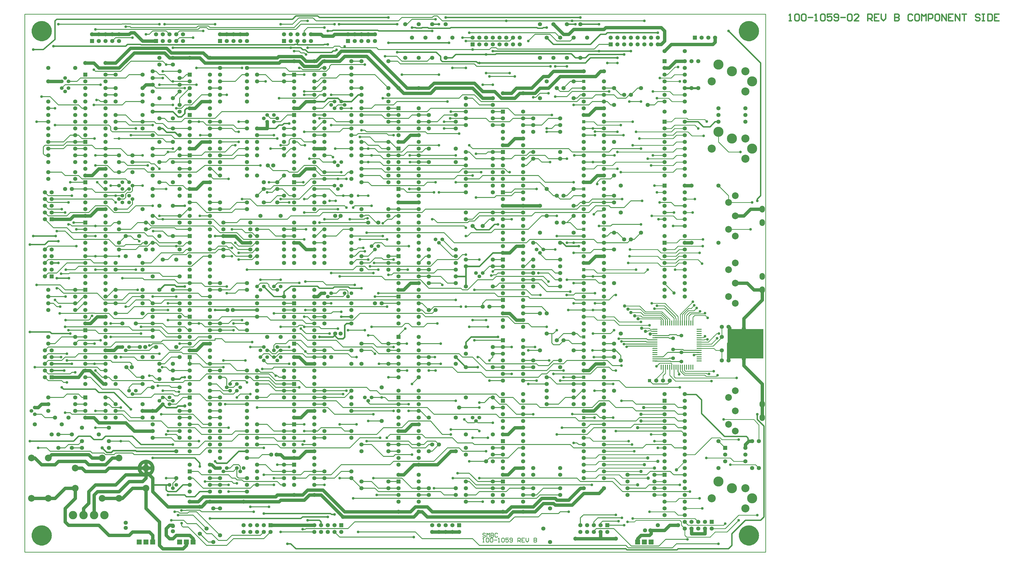
<source format=gtl>
*%FSLAX24Y24*%
*%MOIN*%
G01*
%ADD11C,0.0060*%
%ADD12C,0.0073*%
%ADD13C,0.0080*%
%ADD14C,0.0100*%
%ADD15C,0.0120*%
%ADD16C,0.0150*%
%ADD17C,0.0200*%
%ADD18C,0.0240*%
%ADD19C,0.0280*%
%ADD20C,0.0300*%
%ADD21C,0.0320*%
%ADD22C,0.0360*%
%ADD23C,0.0400*%
%ADD24C,0.0400*%
%ADD25C,0.0420*%
%ADD26C,0.0440*%
%ADD27C,0.0450*%
%ADD28C,0.0480*%
%ADD29C,0.0500*%
%ADD30C,0.0500*%
%ADD31C,0.0520*%
%ADD32C,0.0540*%
%ADD33C,0.0550*%
%ADD34C,0.0560*%
%ADD35C,0.0590*%
%ADD36C,0.0600*%
%ADD37C,0.0620*%
%ADD38C,0.0660*%
%ADD39C,0.0700*%
%ADD40C,0.0750*%
%ADD41C,0.0800*%
%ADD42O,0.0800X0.1000*%
%ADD43O,0.0840X0.1040*%
%ADD44C,0.0900*%
%ADD45C,0.0950*%
%ADD46C,0.1000*%
%ADD47C,0.1040*%
%ADD48C,0.1150*%
%ADD49C,0.1200*%
%ADD50C,0.1240*%
%ADD51C,0.1250*%
%ADD52C,0.1290*%
%ADD53C,0.1400*%
%ADD54C,0.1500*%
%ADD55C,0.1540*%
%ADD56C,0.1600*%
%ADD57C,0.2500*%
%ADD58R,0.0160X0.0750*%
%ADD59R,0.0200X0.0790*%
%ADD60R,0.0500X0.0500*%
%ADD61R,0.0540X0.0540*%
%ADD62R,0.0620X0.0620*%
%ADD63R,0.0660X0.0660*%
%ADD64R,0.0750X0.0160*%
%ADD65R,0.0750X0.0750*%
%ADD66R,0.0790X0.0200*%
%ADD67R,0.0790X0.0790*%
%ADD68R,0.2500X0.2500*%
D14*
X128760Y43320D02*
X130510Y45070D01*
Y45820D02*
X128510Y43820D01*
X119910Y111320D02*
X121060Y112470D01*
X122510Y53820D02*
X121260Y52570D01*
X118260Y66110D02*
X119320Y67170D01*
X126710Y70950D02*
X128010Y72250D01*
X126510Y57320D02*
X124010Y54820D01*
X121520Y75370D02*
X119570Y77320D01*
X119460Y76970D02*
X121110Y75320D01*
X120890Y75120D02*
X119490Y76520D01*
X120910Y78870D02*
X119510Y80270D01*
X119110Y76070D02*
X120260Y74920D01*
X129010Y93320D02*
X127510Y94820D01*
X129010Y99820D02*
X127510Y101320D01*
X123710Y77570D02*
X121830Y75670D01*
X127010Y43320D02*
X128760D01*
X128510Y43820D02*
X126510D01*
X126260Y42570D02*
X122760D01*
X123010Y44320D02*
X128260D01*
X130510Y45820D02*
X133260D01*
X124010Y45320D02*
X114760D01*
X115260Y45070D02*
X121760D01*
X115010Y44820D02*
X114010D01*
X121510Y45820D02*
X122510D01*
X121160Y47820D02*
X119510D01*
X122510Y46820D02*
X125110D01*
X121010Y46320D02*
X117260D01*
X118010Y48820D02*
X119510D01*
Y49820D02*
X118010D01*
X121660Y48320D02*
X124710D01*
X119510Y50820D02*
X118010D01*
X112760Y51820D02*
X109760D01*
X109260Y51320D02*
X107510D01*
X110510D02*
X112010D01*
X113260D02*
X117060D01*
X115510Y50320D02*
X113010D01*
X109260Y53320D02*
X107510D01*
X110510D02*
X116510D01*
X118010Y52820D02*
X109760D01*
X129260Y53320D02*
X133010D01*
X109260Y52320D02*
X107510D01*
X115760D02*
X116010D01*
X115760D02*
X110510D01*
X129760Y53820D02*
X131510D01*
X118510D02*
X109760D01*
X125710Y54320D02*
X129260D01*
X115010Y55320D02*
X110510D01*
X109760Y54820D02*
X119510D01*
X122510D02*
X124010D01*
X109260Y54320D02*
X107510D01*
X110510D02*
X117010D01*
X118510Y55820D02*
X119510D01*
X114160Y56820D02*
X108910D01*
X108410Y57320D02*
X107510D01*
X118010Y56820D02*
X119510D01*
X126510Y57320D02*
X127760D01*
X128010Y57070D02*
X130510D01*
X114660Y56320D02*
X110510D01*
X117510Y57820D02*
X119260D01*
X119510Y58820D02*
X115510D01*
X116010Y59820D02*
X119260D01*
X119510D01*
X119260Y60820D02*
X116010D01*
X119260D02*
X119510D01*
X128260Y60070D02*
X132760D01*
X119510Y61820D02*
X116410D01*
X121110Y65770D02*
X126460D01*
X125460Y66670D02*
X122430D01*
X125660Y66470D02*
X127210D01*
X130210Y66220D02*
X121110D01*
X122560Y67220D02*
X126810D01*
X125710Y66920D02*
X122500D01*
X125810Y66820D02*
X126110D01*
X120480Y68420D02*
X118760D01*
X124650Y70640D02*
X126810D01*
X127130Y70320D02*
X128010D01*
X126710Y70950D02*
X124650D01*
Y71260D02*
X126460D01*
X126010Y71580D02*
X124650D01*
X118080Y73150D02*
X117560D01*
X116980Y73170D02*
X116660D01*
X117060Y73250D02*
X117460D01*
X117410Y72830D02*
X118080D01*
X124660Y72220D02*
X125290D01*
X125480Y71970D02*
X125860D01*
X127260Y72820D02*
X127560D01*
X125410Y71890D02*
X124650D01*
X118080Y73460D02*
X117360D01*
X117200Y73620D02*
X116110D01*
X116160Y75270D02*
X118920D01*
X118860Y75020D02*
X115560D01*
X116010Y74570D02*
X112760D01*
X112010Y75320D02*
X110510D01*
X112760Y74070D02*
X117260D01*
X112010Y74820D02*
X109510D01*
X109010Y75320D02*
X107510D01*
X116360Y75570D02*
X118980D01*
X115960Y75470D02*
X115060D01*
X123970Y75520D02*
X125560D01*
X110510Y76320D02*
X107510D01*
X118360Y76970D02*
X119460D01*
X119490Y76520D02*
X118010D01*
X113660Y76920D02*
X113560D01*
X113660D02*
X115810D01*
X116660Y76070D02*
X119110D01*
X115910Y76470D02*
X114060D01*
X114510Y75970D02*
X115960D01*
X123050Y76570D02*
X123460D01*
X123860Y76220D02*
X123010D01*
X123220Y75970D02*
X124610D01*
X125410Y75770D02*
X123440D01*
X119050Y75820D02*
X116560D01*
X117610Y77320D02*
X119570D01*
X121060Y82320D02*
X122510D01*
X121110Y82820D02*
X118960D01*
X115260Y82320D02*
X110510D01*
X109510Y81820D02*
X116510D01*
X109010Y82320D02*
X107510D01*
X121610Y83320D02*
X122510D01*
X118460D02*
X114110D01*
X119460D02*
X119510D01*
X119460D02*
X121160D01*
Y84820D02*
X118960D01*
X121610Y84320D02*
X122510D01*
X121110Y83820D02*
X118960D01*
X118460Y84320D02*
X114310D01*
X121660Y83820D02*
X124460D01*
X121210Y84320D02*
X119510D01*
X121710Y84820D02*
X124710D01*
X122560Y85320D02*
X122510D01*
X122560D02*
X121660D01*
X118460D02*
X114360D01*
X119510D02*
X121010D01*
X119510Y86320D02*
X119460D01*
X121310D01*
X121510Y85820D02*
X125160D01*
X125210Y86820D02*
X121810D01*
X129010Y88320D02*
X132260D01*
X123660Y90820D02*
X122510D01*
Y89820D02*
X121310D01*
X120810Y90320D02*
X117610D01*
X122510Y92820D02*
X124010D01*
X129010Y92320D02*
X132510D01*
X119510Y93820D02*
X118360D01*
X119460Y94820D02*
X119510D01*
X119460D02*
X118010D01*
X120760Y96820D02*
X113010D01*
X111760Y97820D02*
X109510D01*
X112260Y98320D02*
X119510D01*
X120760Y97820D02*
X117510D01*
X121260Y98320D02*
X122510D01*
X112510Y97320D02*
X110510D01*
X109010D02*
X107510D01*
X121260D02*
X122510D01*
X120760Y98820D02*
X117010D01*
X120760Y99820D02*
X112510D01*
X121260Y100320D02*
X122510D01*
X129010Y99820D02*
X130760D01*
X119510Y99320D02*
X117760D01*
X121260D02*
X122510D01*
X120760Y100820D02*
X114760D01*
X119510Y102320D02*
X120760D01*
X123560Y102220D02*
X125310D01*
X120760Y101820D02*
X115760D01*
X121260Y102320D02*
X122510D01*
Y101320D02*
X121260D01*
Y102820D02*
X122960D01*
X120510D02*
X115260D01*
X121010Y103820D02*
X124010D01*
X120510Y103320D02*
X119510D01*
X123010Y104670D02*
X125460D01*
X120510Y104320D02*
X119510D01*
X121010Y103320D02*
X122510D01*
X114760Y104320D02*
X110510D01*
X109510Y103820D02*
X113010D01*
X109010Y104320D02*
X107510D01*
X121060Y104870D02*
X122810D01*
X122510Y108320D02*
X120760D01*
X120610Y107320D02*
X122510D01*
X120110Y107820D02*
X118360D01*
X117760Y108820D02*
X120260D01*
X119460Y110320D02*
X121760D01*
X120460Y110820D02*
X118810D01*
X122460Y111320D02*
X122510D01*
X122460D02*
X120960D01*
X119510D02*
X119460D01*
X119910D01*
X121060Y112470D02*
X121510D01*
X108410Y57320D02*
X108910Y56820D01*
X109760Y54820D02*
X109260Y54320D01*
X109760Y53820D02*
X109260Y53320D01*
X109760Y52820D02*
X109260Y52320D01*
X109760Y51820D02*
X109260Y51320D01*
X109010Y97320D02*
X109510Y97820D01*
Y103820D02*
X109010Y104320D01*
Y82320D02*
X109510Y81820D01*
X109010Y75320D02*
X109510Y74820D01*
X111760Y97820D02*
X112260Y98320D01*
X112010Y51320D02*
X113010Y50320D01*
X112760Y74570D02*
X112010Y75320D01*
Y74820D02*
X112760Y74070D01*
Y51820D02*
X113260Y51320D01*
X115260Y45070D02*
X115010Y44820D01*
X116560Y75820D02*
X115910Y76470D01*
X115960Y75970D02*
X116360Y75570D01*
X116160Y75270D02*
X115960Y75470D01*
X116660Y76070D02*
X115810Y76920D01*
X117060Y73250D02*
X116980Y73170D01*
X116510Y81820D02*
X117010Y82320D01*
X117200Y73620D02*
X117360Y73460D01*
X117460Y73250D02*
X117560Y73150D01*
X117410Y72830D02*
X117360Y72770D01*
X119510Y80270D02*
Y80320D01*
X119630Y74920D02*
Y74400D01*
X119320D02*
Y74870D01*
X119010D02*
Y74400D01*
X119320Y67820D02*
Y67170D01*
X118260Y65870D02*
Y65820D01*
Y65870D02*
Y66110D01*
X119260Y65820D02*
Y66550D01*
X119630Y66920D02*
Y67820D01*
X119950Y74400D02*
Y74920D01*
X118760Y68420D02*
X118310Y67970D01*
X119630Y66920D02*
X119260Y66550D01*
X118960Y84820D02*
X118460Y85320D01*
Y84320D02*
X118960Y83820D01*
X118460Y83320D02*
X118960Y82820D01*
X119050Y75820D02*
X119950Y74920D01*
X119630D02*
X118980Y75570D01*
X118920Y75270D02*
X119320Y74870D01*
X119010D02*
X118860Y75020D01*
X120610Y107320D02*
X120110Y107820D01*
X121830Y67820D02*
Y67270D01*
Y74400D02*
Y75670D01*
X120580Y68320D02*
Y67820D01*
X120260D02*
Y66620D01*
X121520Y74400D02*
Y75370D01*
X121200Y75070D02*
Y74400D01*
X121110Y75160D02*
Y75320D01*
X120890Y75120D02*
Y74400D01*
X120260D02*
Y74920D01*
X120890Y67820D02*
Y66420D01*
X122010Y44820D02*
Y44320D01*
X121160Y47820D02*
X121660Y48320D01*
X120760Y102320D02*
X121260Y102820D01*
X120460Y110820D02*
X120960Y111320D01*
X121660Y85320D02*
X121160Y84820D01*
X121610Y84320D02*
X121110Y83820D01*
X121610Y83320D02*
X121110Y82820D01*
X121160Y83320D02*
X121660Y83820D01*
X121310Y86320D02*
X121810Y86820D01*
X121510Y85820D02*
X121010Y85320D01*
X121710Y84820D02*
X121210Y84320D01*
X120510Y103320D02*
X121010Y103820D01*
X120510Y104320D02*
X121060Y104870D01*
X121010Y103320D02*
X120510Y102820D01*
X121260Y102320D02*
X120760Y101820D01*
X121260Y101320D02*
X120760Y100820D01*
X121260Y100320D02*
X120760Y99820D01*
X121260Y97320D02*
X120760Y96820D01*
Y98820D02*
X121260Y99320D01*
Y98320D02*
X120760Y97820D01*
X121830Y67270D02*
X122430Y66670D01*
X121760Y45070D02*
X122010Y44820D01*
X121110Y65770D02*
X120460Y66420D01*
X120580Y68320D02*
X120480Y68420D01*
X120260Y66620D02*
X120460Y66420D01*
X121310Y89820D02*
X120810Y90320D01*
X121110Y75160D02*
X121200Y75070D01*
X121010Y46320D02*
X121510Y45820D01*
X120760Y108320D02*
X120260Y108820D01*
X122010Y44320D02*
X122510Y43820D01*
X121110Y66220D02*
X120890Y66420D01*
X123720Y74400D02*
Y75270D01*
X122460Y67820D02*
Y67320D01*
X123090Y74400D02*
Y75420D01*
X122770Y75520D02*
Y74400D01*
X122150D02*
Y75670D01*
Y67820D02*
Y67270D01*
X122510Y43820D02*
Y42820D01*
X122460Y74400D02*
Y75670D01*
X123720Y75270D02*
X123970Y75520D01*
X123440Y75770D02*
X123090Y75420D01*
X122770Y75520D02*
X123220Y75970D01*
X123050Y76570D02*
X122150Y75670D01*
X123460Y76570D02*
X123910Y77020D01*
X123010Y76220D02*
X122460Y75670D01*
X123860Y76220D02*
X124260Y76620D01*
X122460Y67320D02*
X122560Y67220D01*
X123560Y102220D02*
X122960Y102820D01*
X122150Y67270D02*
X122500Y66920D01*
X123010Y104670D02*
X122910Y104770D01*
X122810Y104870D01*
X122510Y42820D02*
X122760Y42570D01*
X123010Y44320D02*
X122510Y44820D01*
X124260Y103570D02*
X124010Y103820D01*
Y45320D02*
X124510Y44820D01*
X124650Y72210D02*
X124660Y72220D01*
X125410Y75770D02*
X125510Y75870D01*
X124760Y76120D02*
X124610Y75970D01*
X126850Y72420D02*
X126010Y71580D01*
X125710Y66920D02*
X125810Y66820D01*
X125460Y66670D02*
X125660Y66470D01*
X125060Y83220D02*
X124460Y83820D01*
X125560Y75520D02*
X125910Y75170D01*
X125760Y104370D02*
X125460Y104670D01*
X124260Y103570D02*
X124510Y103320D01*
X125510Y72420D02*
X125290Y72220D01*
X125480Y71970D02*
X125410Y71890D01*
X127510Y101320D02*
Y102820D01*
X128010Y70320D02*
Y68820D01*
Y72320D02*
Y73820D01*
Y72320D02*
Y72250D01*
X127360Y66620D02*
X127210Y66470D01*
X127010Y43320D02*
X126260Y42570D01*
X128510Y55820D02*
X127510Y56820D01*
X127130Y70320D02*
X126810Y70640D01*
X127760Y57320D02*
X128010Y57070D01*
X126850Y72420D02*
X127260Y72820D01*
X127310Y72120D02*
X126460Y71260D01*
X129010Y92320D02*
Y93320D01*
X128510Y44570D02*
X128260Y44320D01*
X129760Y53820D02*
X129260Y54320D01*
X133510Y56820D02*
Y59220D01*
X133010Y53320D02*
X133510Y52820D01*
Y59220D02*
X132760Y60070D01*
X92910Y43070D02*
X92810Y43170D01*
X92610D01*
X92510Y43070D01*
Y42970D01*
X92610Y42870D01*
X92810D01*
X92910Y42770D01*
Y42670D01*
X92810Y42570D01*
X92610D01*
X92510Y42670D01*
X93110Y42570D02*
Y43170D01*
X93310Y42970D01*
X93510Y43170D01*
Y42570D01*
X93710D02*
Y43170D01*
Y42570D02*
X94010D01*
X94109Y42670D01*
Y42770D01*
X94010Y42870D01*
X93710D01*
X93711D01*
X93710D02*
X93711D01*
X93710D02*
X93711D01*
X93710D02*
X94010D01*
X94109Y42970D01*
Y43070D01*
X94010Y43170D01*
X93710D01*
X94609D02*
X94709Y43070D01*
X94609Y43170D02*
X94409D01*
X94309Y43070D01*
Y42670D01*
X94409Y42570D01*
X94609D01*
X94709Y42670D01*
X92710Y41820D02*
X92510D01*
X92610D02*
X92710D01*
X92610D02*
Y42420D01*
X92611D01*
X92610D02*
X92510Y42320D01*
X93010D02*
X93110Y42420D01*
X93310D01*
X93410Y42320D01*
Y41920D01*
X93310Y41820D01*
X93110D01*
X93010Y41920D01*
Y42320D01*
X93610D02*
X93710Y42420D01*
X93910D01*
X94010Y42320D01*
Y41920D01*
X93910Y41820D01*
X93710D01*
X93610Y41920D01*
Y42320D01*
X94209Y42120D02*
X94609D01*
X94809Y41820D02*
X95009D01*
X94909D01*
Y42420D01*
X94910D01*
X94909D02*
X94809Y42320D01*
X95309D02*
X95409Y42420D01*
X95609D01*
X95709Y42320D01*
Y41920D01*
X95609Y41820D01*
X95409D01*
X95309Y41920D01*
Y42320D01*
X95909Y42420D02*
X96309D01*
X95909D02*
Y42120D01*
X96109Y42220D01*
X96209D01*
X96309Y42120D01*
Y41920D01*
X96209Y41820D01*
X96009D01*
X95909Y41920D01*
X96509D02*
X96609Y41820D01*
X96809D01*
X96909Y41920D01*
Y42320D01*
X96809Y42420D01*
X96609D01*
X96509Y42320D01*
Y42220D01*
X96609Y42120D01*
X96909D01*
X97708Y41820D02*
Y42420D01*
X98008D01*
X98108Y42320D01*
Y42120D01*
X98008Y42020D01*
X97708D01*
X97908D02*
X98108Y41820D01*
X98308Y42420D02*
X98708D01*
X98308D02*
Y41820D01*
X98708D01*
X98508Y42120D02*
X98308D01*
X98908Y42020D02*
Y42420D01*
Y42020D02*
X99108Y41820D01*
X99308Y42020D01*
Y42420D01*
X100108D02*
Y41820D01*
X100407D01*
X100507Y41920D01*
Y42020D01*
X100407Y42120D01*
X100108D01*
X100109D01*
X100108D02*
X100109D01*
X100108D02*
X100109D01*
X100108D02*
X100407D01*
X100507Y42220D01*
Y42320D01*
X100407Y42420D01*
X100108D01*
X134510Y40320D02*
X24510D01*
Y120320D02*
X134510D01*
X24510D02*
Y40320D01*
X134510D02*
Y120320D01*
D15*
X91760Y80820D02*
X90510Y79570D01*
X99260Y88320D02*
X101260Y90320D01*
X50760Y108320D02*
X49260Y106820D01*
X74260Y57320D02*
X72760Y55820D01*
X30760Y83320D02*
X29260Y81820D01*
X96260Y54320D02*
X97760Y55820D01*
X46010Y70070D02*
X44760Y68820D01*
X38760Y111820D02*
X40260Y113320D01*
X47510Y107820D02*
X49010Y109320D01*
X44760Y84820D02*
X43260Y83320D01*
X71510Y53320D02*
X70010Y51820D01*
X85260Y53820D02*
X87260Y55820D01*
X65260Y92820D02*
X67260Y94820D01*
X31760Y86820D02*
X30510Y88070D01*
X112460Y43320D02*
X114560Y41220D01*
X97510Y60820D02*
X96010Y62320D01*
X76710Y89320D02*
X75610Y90420D01*
X83260Y80820D02*
X84510Y79570D01*
X66510Y69820D02*
X65010Y71320D01*
X78510Y109320D02*
X76510Y111320D01*
X86010Y86320D02*
X88010Y84320D01*
Y85320D02*
X86510Y86820D01*
X90510Y52070D02*
X91760Y50820D01*
X77760Y54570D02*
X76010Y56320D01*
X80510Y51320D02*
X82010Y49820D01*
X111760Y50820D02*
X113260Y49320D01*
X39760Y63320D02*
X38510Y64570D01*
X36010D02*
X34260Y66320D01*
X39616Y67820D02*
X41116Y66320D01*
X49510Y60820D02*
X51010Y59320D01*
X51510Y68320D02*
X50010Y69820D01*
X48760Y44070D02*
X51510Y41320D01*
Y43070D02*
X50010Y44570D01*
Y46320D02*
X53510Y42820D01*
X51510Y43820D02*
X49510Y45820D01*
X51510Y90820D02*
X50010Y92320D01*
X28760Y88570D02*
X27510Y89820D01*
X50510Y43070D02*
X51760Y41820D01*
X73010Y51320D02*
X74510Y49820D01*
X93010Y67320D02*
X91010Y69320D01*
X100760Y80320D02*
X102010Y79070D01*
X77510Y71320D02*
X76260Y72570D01*
X66160Y70170D02*
X65010Y71320D01*
X49510Y51320D02*
X51010Y49820D01*
X84760Y59820D02*
X86510Y57820D01*
X51260Y97820D02*
X50010Y96820D01*
X51010Y84320D02*
X49260Y82820D01*
X114110Y40970D02*
X120660D01*
X118660Y41220D02*
X114560D01*
X113760Y41320D02*
X92010D01*
X121260Y41570D02*
X127510D01*
X54510Y41320D02*
X51510D01*
X51760Y41820D02*
X52510D01*
X119660Y42220D02*
X122910D01*
X91010Y42320D02*
X83510D01*
X60010D02*
X55510D01*
X54510Y42070D02*
X53260D01*
X109360Y43820D02*
X111960D01*
X72510D02*
X66260D01*
X66160Y43720D02*
X65760D01*
X74010Y43320D02*
X82510D01*
X52260Y43070D02*
X51510D01*
X55260Y42820D02*
X59510D01*
X62510Y43320D02*
X67510D01*
X71260Y42570D02*
X82260D01*
X27260Y99570D02*
Y100570D01*
X28010Y68820D02*
X27510Y68320D01*
Y69320D02*
X28010Y69820D01*
X27510Y85320D02*
X28010Y85820D01*
Y70820D02*
X27510Y70320D01*
Y81320D02*
X28010Y81820D01*
X27510Y83320D02*
X28010Y83820D01*
X27260Y100570D02*
X27510Y100820D01*
X27760Y55820D02*
X28260Y55320D01*
X28010Y92320D02*
X27510Y92820D01*
Y67320D02*
X28010Y66820D01*
Y93320D02*
X27510Y93820D01*
Y66320D02*
X28010Y65820D01*
Y91320D02*
X27510Y91820D01*
Y90820D02*
X28010Y90320D01*
X27010Y60820D02*
X27510Y60320D01*
Y99320D02*
X27260Y99570D01*
X111010Y44320D02*
X113510D01*
X48510Y44070D02*
X48010D01*
X48510D02*
X48760D01*
X48110Y45070D02*
X46260D01*
X48610Y44570D02*
X50010D01*
X73510Y44820D02*
X96510D01*
X97260Y45570D02*
X100760D01*
X107460Y45870D02*
X112260D01*
X112660Y44920D02*
X110310D01*
X109610Y45420D02*
X113160D01*
X49510Y45820D02*
X47260D01*
X29010Y71320D02*
X30010Y72320D01*
X30510Y69320D02*
X30010Y68820D01*
Y109320D02*
X30510Y109820D01*
X28510Y107820D02*
X28260Y108070D01*
X28510Y107820D02*
X29510Y106820D01*
Y79570D02*
X30260Y78820D01*
X28760Y77320D02*
X29260Y76820D01*
X29510Y77320D02*
X29010Y77820D01*
X30510Y79320D02*
X29760Y80070D01*
X30010Y65820D02*
X30260Y65570D01*
X30510Y96320D02*
X30010Y96820D01*
X47510Y46120D02*
X48710D01*
X101260Y46070D02*
X103760D01*
X50510Y46570D02*
X48510D01*
X90010Y47820D02*
X92510D01*
X53510Y46820D02*
X52510D01*
X58010Y47070D02*
X60760D01*
X48460Y46520D02*
X47760D01*
X48910Y46320D02*
X50010D01*
X47310D02*
X46760D01*
X104010D02*
X105260D01*
X58510D02*
X50760D01*
X31260Y66820D02*
X31510Y67070D01*
X30760Y90320D02*
X31260Y90820D01*
X30760Y63820D02*
X30260Y63320D01*
Y101320D02*
X31260Y102320D01*
X30760Y100820D02*
X30260Y100320D01*
Y100820D02*
X30760Y101320D01*
X31160Y81820D02*
X31060Y81720D01*
X31010Y56320D02*
X30510Y55820D01*
X32010Y69320D02*
X32510Y69820D01*
X32010Y82320D02*
X32510Y82820D01*
Y71820D02*
X32010Y71320D01*
X31260Y61070D02*
X31510Y60820D01*
Y88820D02*
X31260Y89070D01*
X30760Y88570D02*
X31510Y87820D01*
X76760Y48820D02*
X80010D01*
X91510Y49820D02*
X94010D01*
X83010D02*
X82010D01*
X83010D02*
X84510D01*
X94010D02*
X95510D01*
X113260Y49320D02*
X123260D01*
X104010Y48820D02*
X101010D01*
X86260Y49320D02*
X77010D01*
X86760Y48820D02*
X88510D01*
X76510Y49820D02*
X74510D01*
X83010Y48820D02*
X84510D01*
X85260Y49820D02*
X88510D01*
X92010Y49320D02*
X96010D01*
X91510Y48820D02*
X90010D01*
X98510Y49820D02*
X100010D01*
X98510D02*
X96510D01*
X101510D02*
X104010D01*
X100010Y48820D02*
X98510D01*
X100010D02*
X100510D01*
X80010Y49820D02*
X78510D01*
X77010D01*
X114010D02*
X116710D01*
X57510Y49320D02*
X54760D01*
X58010Y49820D02*
X51010D01*
X73260Y48320D02*
X100510D01*
X33260Y78320D02*
X32260Y77320D01*
Y76320D02*
X33260Y77320D01*
X32260Y110320D02*
X32760Y110820D01*
X33010Y56820D02*
X32510Y56320D01*
X33960Y75820D02*
X34010Y75870D01*
X34260Y75070D02*
X34010Y74820D01*
Y90820D02*
X35010Y91820D01*
X33010Y106320D02*
X32510Y106820D01*
Y96320D02*
X33010Y95820D01*
X32510Y63820D02*
X33010Y63320D01*
Y101820D02*
X32510Y102320D01*
X55510Y50570D02*
X56010D01*
X69010Y51320D02*
X70510D01*
X57510D02*
X56260D01*
X91760Y50820D02*
X94010D01*
X95510D01*
X90510Y51320D02*
X88060D01*
X90010Y50820D02*
X90510D01*
X65510Y51820D02*
X60010D01*
X76260Y51320D02*
X80510D01*
X80010Y50820D02*
X78510D01*
X107010D02*
X111760D01*
X106510Y51320D02*
X92010D01*
X53510D02*
X52010D01*
X67510D02*
X69010D01*
X71260D02*
X73010D01*
X74510Y50820D02*
X76010D01*
X70010Y51820D02*
X66760D01*
X66260Y51320D02*
X64510D01*
X118010Y51820D02*
X119510D01*
X47010Y51320D02*
X45510D01*
X114010Y51820D02*
X116860D01*
X120860D02*
X122460D01*
X55260Y50820D02*
X51260D01*
X49510Y51320D02*
X49010D01*
X61510D02*
X63010D01*
X54760Y51820D02*
X50760D01*
X55260Y51320D02*
X55760D01*
X56010Y51070D02*
X56760D01*
X57010Y50820D02*
X62010D01*
X101360Y50320D02*
X108710D01*
X101360D02*
X91510D01*
X53510D02*
X52010D01*
X53510D02*
X54760D01*
X67510D02*
X69010D01*
X117210D02*
X121760D01*
X61510D02*
X61010D01*
X59010D02*
X58510D01*
X59010D02*
X61010D01*
X62510D02*
X63010D01*
X34260Y75070D02*
Y75220D01*
X34510Y75470D01*
X36260Y94320D02*
X35260Y95320D01*
X34860Y75870D02*
X34910Y75820D01*
X36260Y77820D02*
X35260Y78820D01*
X35010Y73320D02*
X35510Y72820D01*
X35010Y67320D02*
X36010Y66320D01*
X35760Y67320D02*
X35260Y67820D01*
X35010Y111820D02*
X34760Y112070D01*
X34260Y83820D02*
X34760Y83320D01*
X35010Y93820D02*
X34510Y94320D01*
X35760Y107320D02*
X35510Y107570D01*
X34510Y100820D02*
X35010Y100320D01*
X34260Y55320D02*
X34510Y55070D01*
X88760Y52070D02*
X90510D01*
X63010Y53320D02*
X62010D01*
X63010D02*
X64510D01*
X55010Y52820D02*
X54510D01*
X55510Y53320D02*
X56260D01*
X59010D02*
X60260D01*
X71510D02*
X78760D01*
X73010Y52320D02*
X71510D01*
X67510D02*
X66010D01*
X67510D02*
X69010D01*
X55510D02*
X54010D01*
X61260D02*
X63010D01*
X64510D01*
X117360D02*
X120360D01*
X50260D02*
X49010D01*
X37260Y103070D02*
Y103570D01*
X37760Y89320D02*
X37260Y88820D01*
X38010Y71570D02*
X37260Y70820D01*
X36760Y78320D02*
X37760Y79320D01*
X37510Y116320D02*
X38010Y116820D01*
Y55070D02*
X37760Y54820D01*
X38010Y85820D02*
X37010Y86820D01*
X37760Y90820D02*
X36760Y91820D01*
X37510Y92820D02*
X37760Y92570D01*
X37010Y66320D02*
X37510Y65820D01*
X37760Y96820D02*
X36760Y97820D01*
X37010Y75820D02*
X37760Y75070D01*
X37260Y68820D02*
X37510Y68570D01*
Y102820D02*
X37260Y103070D01*
Y103570D02*
X37010Y103820D01*
X36260Y55070D02*
X36510Y54820D01*
X37510Y61820D02*
X37010Y62320D01*
Y63320D02*
X38010Y62320D01*
Y92320D02*
X37760Y92570D01*
X90510Y53820D02*
X93010D01*
X85260D02*
X79260D01*
X79510Y54820D02*
X82010D01*
X79260Y54570D02*
X77760D01*
X33260Y55320D02*
X28260D01*
X40760Y54820D02*
X50510D01*
X94010D02*
X95510D01*
X61116D02*
X61010D01*
X61260D01*
X59760D01*
X78510Y55320D02*
X80010D01*
X84510D02*
X85010D01*
X89510D02*
X92010D01*
X93010D01*
X34260D02*
X33260D01*
X34510Y55070D02*
X35510D01*
X36260D01*
X36510Y54820D02*
X37760D01*
X38010Y55070D02*
X40510D01*
X93510Y54320D02*
X96260D01*
X59260D02*
X57510D01*
X39510Y93070D02*
Y93570D01*
Y86070D02*
X39260Y85820D01*
X38910Y118820D02*
X38960Y118870D01*
X40010Y78820D02*
X39010Y77820D01*
X39510Y77320D02*
X40510Y78320D01*
X39260Y96820D02*
X39760Y97320D01*
Y94320D02*
X39260Y93820D01*
X39510Y93570D02*
X39760Y93820D01*
X39510Y93070D02*
X39260Y92820D01*
X39510Y110820D02*
X40010Y111320D01*
X39510Y107320D02*
X39010Y106820D01*
X39510Y87320D02*
X38510Y86320D01*
X39760Y91320D02*
X40510Y92070D01*
X40760Y76820D02*
X39760Y75820D01*
X39010Y60820D02*
X40010Y59820D01*
X40260Y60320D02*
X39260Y61320D01*
X40010Y103820D02*
X39510Y104320D01*
Y95820D02*
X40010Y95320D01*
X39760Y97820D02*
X39260Y98320D01*
X40510Y104320D02*
X39510Y105320D01*
X38760Y100320D02*
X39760Y99320D01*
X62510Y55820D02*
X72760D01*
X60010D02*
X55010D01*
X51510D01*
X27760D02*
X26510D01*
X97760D02*
X98510D01*
X95510D02*
X94010D01*
X121010D02*
X122510D01*
X116260D02*
X106010D01*
X50260D02*
X41010D01*
X33010D02*
X31510D01*
X30510D02*
X29510D01*
X82010D02*
X84010D01*
X87260D02*
X89010D01*
X106760Y56320D02*
X107510D01*
X106510Y56570D02*
X106010D01*
X67510Y56320D02*
X65760D01*
X62010D02*
X59010D01*
X74260Y57320D02*
X77260D01*
X82010Y56320D02*
X83010D01*
X83760D01*
X81510Y56820D02*
X75260D01*
X74510Y56320D02*
X76010D01*
X116760D02*
X120510D01*
X105510D02*
X91260D01*
X91010Y56570D02*
X88760D01*
X88010Y57320D02*
X84010D01*
X40010Y56820D02*
X37010D01*
X38760D01*
X51260D02*
X55260D01*
X45510Y57320D02*
X43510D01*
X45510D02*
X46260D01*
X46760Y56820D02*
X50360D01*
X84510Y56320D02*
X85010D01*
X80010D02*
X78510D01*
X80010D02*
X81510D01*
X84260Y56820D02*
X85510D01*
X66010D02*
X62010D01*
X61510Y57320D02*
X59010D01*
X67510D02*
X69010D01*
X91010D02*
X93260D01*
X32510Y56320D02*
X31010D01*
X40510Y92070D02*
Y92820D01*
X40010Y64820D02*
Y64320D01*
X40404Y67820D02*
Y68320D01*
X40510Y94070D02*
Y94820D01*
X41010Y91820D02*
X40010Y90820D01*
X41010Y77820D02*
X40010Y76820D01*
X40510Y65320D02*
X40010Y64820D01*
X40260Y88320D02*
X41260Y89320D01*
X41510Y85820D02*
X41010Y85320D01*
X40260Y93820D02*
X40510Y94070D01*
X42010Y86320D02*
X41760Y86070D01*
X42760Y64820D02*
X41760Y63820D01*
X41510Y86570D02*
X41260Y86820D01*
X40360Y118820D02*
X40310Y118870D01*
X40010Y56820D02*
X41010Y55820D01*
X41260Y68820D02*
X40760Y69320D01*
X40510Y73320D02*
X40260Y73570D01*
X40010Y73820D01*
X40154Y68570D02*
X40404Y68320D01*
X40760Y86820D02*
X40260Y87320D01*
X40510Y55070D02*
X40760Y54820D01*
X40260Y118320D02*
X40160Y118470D01*
X78760Y57820D02*
X83510D01*
X86510D02*
X87760D01*
X76760D02*
X56260D01*
X47010D02*
X45510D01*
X50760D02*
X55260D01*
X31510D02*
X29510D01*
X103510D02*
X108010D01*
X37010Y58820D02*
X35010D01*
X50760D02*
X54760D01*
X71260Y59320D02*
X73760D01*
X77760Y58820D02*
X80510D01*
X112260Y58320D02*
X122010D01*
X91760Y58570D02*
X87760D01*
X50260Y59320D02*
X49010D01*
X121510Y58820D02*
X122510D01*
X121010Y59320D02*
X115010D01*
X52010D02*
X51010D01*
X47510Y58320D02*
X45760D01*
X55760D02*
X57510D01*
X49760Y58820D02*
X45760D01*
X59010Y59320D02*
X60510D01*
X63010Y58320D02*
X64510D01*
X63010D02*
X61510D01*
X68510Y58820D02*
X71510D01*
X72010Y58320D02*
X73010D01*
X67510D02*
X66010D01*
X67510D02*
X68010D01*
X64510Y59320D02*
X63010D01*
X64510D02*
X66010D01*
X90260Y59570D02*
X91010D01*
X91260D01*
X91760D02*
X94010D01*
X109010Y58820D02*
X114510D01*
X108010D02*
X104260D01*
X108510Y59320D02*
X110510D01*
X43260Y88570D02*
X43010Y88320D01*
X43510Y71320D02*
X43260Y71070D01*
X43010Y117320D02*
X43510Y117820D01*
X43760Y63820D02*
X43260Y63320D01*
X42010Y75070D02*
X42760Y75820D01*
X43510Y70820D02*
X43010Y70320D01*
X42760Y85820D02*
X43260Y86320D01*
X44010Y109320D02*
X43510Y109820D01*
Y66570D02*
X44010Y66070D01*
X43510Y65820D02*
X43760Y65570D01*
X44510Y86320D02*
X43510Y87320D01*
X43260Y88820D02*
X42760Y89320D01*
X43010Y77820D02*
X43510Y77320D01*
X43260Y98070D02*
X43010Y98320D01*
X42010Y81070D02*
X42260Y80820D01*
X42760Y87320D02*
X42260Y87820D01*
X42760Y96820D02*
X42260Y97320D01*
X43760Y90320D02*
X44260Y89820D01*
Y102320D02*
X43760Y102820D01*
Y98070D02*
X44510Y97320D01*
X44010Y104070D02*
X43760Y104320D01*
X81510Y59820D02*
X84760D01*
X77510D02*
X75510D01*
X121510D02*
X122510D01*
X115260D02*
X106760D01*
X44760D02*
X40010D01*
X107510Y60320D02*
X109110D01*
X98510Y60820D02*
X97510D01*
X98510D02*
X100010D01*
X79260Y61320D02*
X73010D01*
X110510Y60320D02*
X111860D01*
X83010Y61320D02*
X81510D01*
X83010D02*
X83260D01*
X76260Y60820D02*
X70510D01*
X121510D02*
X122510D01*
X121010Y61320D02*
X115260D01*
X115760Y60320D02*
X121010D01*
X106260D02*
X95010D01*
X94510Y60820D02*
X85260D01*
X36510Y61320D02*
X35010D01*
X44760Y60820D02*
X49510D01*
X49010Y61320D02*
X47510D01*
X52010Y60320D02*
X53510D01*
Y61320D02*
X52010D01*
X49010Y60320D02*
X47510D01*
X39010Y60820D02*
X31510D01*
X31260Y61070D02*
X30510D01*
X38010Y61320D02*
X39260D01*
X40260Y60320D02*
X42010D01*
X33510Y61320D02*
X32010D01*
X29010Y60320D02*
X27510D01*
X27010Y60820D02*
X26010D01*
X84260Y60320D02*
X84510D01*
X109910D02*
X110460D01*
X109410Y60820D02*
X105810D01*
X46010Y98820D02*
X45510Y98320D01*
X45010Y71820D02*
X44760Y71570D01*
Y77320D02*
X45260Y77820D01*
Y99320D02*
X45760Y99820D01*
X45010Y63320D02*
X44510Y62820D01*
X45260Y68320D02*
X46260Y69320D01*
X45760Y83820D02*
X46510Y84570D01*
X46010Y94820D02*
X45510Y95320D01*
X46010Y117320D02*
X45510Y117820D01*
Y67820D02*
X46010Y67320D01*
Y70320D02*
X45010Y71320D01*
X45510Y101320D02*
X45010Y101820D01*
X44760Y73820D02*
X45760Y72820D01*
X46260Y110320D02*
X45260Y111320D01*
X44510D02*
X44010Y111820D01*
X45010Y113320D02*
X45510Y112820D01*
X44760Y59820D02*
X45760Y58820D01*
X45510Y72320D02*
X44510Y73320D01*
X45010Y74320D02*
X45510Y73820D01*
X45260Y63320D02*
X45760Y62820D01*
X45010Y81320D02*
X44510Y81820D01*
X45760Y87320D02*
X45010Y88070D01*
X44010Y86320D02*
X44510Y85820D01*
X45760Y103320D02*
X45010Y104070D01*
X45260Y104820D02*
X45760Y104320D01*
X59010Y61820D02*
X69510D01*
X121510D02*
X122510D01*
X84260D02*
X71760D01*
X89010D02*
X92010D01*
X94010D02*
X95510D01*
X38760D02*
X37510D01*
X112260D02*
X114760D01*
X108760D02*
X101010D01*
X94010Y63320D02*
X93510D01*
X95010Y62320D02*
X96010D01*
X72010Y63320D02*
X69010D01*
X80010Y62320D02*
X81510D01*
X80010D02*
X75760D01*
X92010Y62570D02*
X92760D01*
X57510Y62320D02*
X54260D01*
X76010Y63320D02*
X77510D01*
X78010D02*
X76010D01*
X78510Y62820D02*
X88510D01*
X60510Y63320D02*
X59010D01*
X115260Y62320D02*
X121010D01*
X100510D02*
X98010D01*
X97010Y63320D02*
X95010D01*
X53510D02*
X52010D01*
X67510Y62320D02*
X69010D01*
Y63320D02*
X67510D01*
X70760Y62820D02*
X51510D01*
X47260Y63570D02*
X46760D01*
X43260Y63320D02*
X39760D01*
X37010Y62320D02*
X36510D01*
X48010Y63320D02*
X49010D01*
X47010Y62320D02*
X46010D01*
X45260Y63320D02*
X45010D01*
X45760Y62820D02*
X46510D01*
X33510Y62320D02*
X32010D01*
X30260Y63320D02*
X28010D01*
X33010D02*
X33510D01*
X102010Y62320D02*
X103760D01*
X104760Y63320D02*
X106010D01*
X106260D01*
X113110Y62820D02*
X114760D01*
X37010Y63320D02*
X36510D01*
X109760Y62820D02*
X111260D01*
X46510Y50570D02*
Y49820D01*
X47010Y51070D02*
Y51320D01*
X47510Y106820D02*
Y107820D01*
X47260Y100320D02*
X46760Y99820D01*
X47010Y51070D02*
X46510Y50570D01*
X47010Y116320D02*
X47510Y116820D01*
Y63820D02*
X47260Y63570D01*
X47010Y117320D02*
X47510Y117820D01*
Y108820D02*
X46760Y108070D01*
X46510Y107820D01*
X48010Y63320D02*
X47010Y62320D01*
X47510Y70320D02*
X48010Y70820D01*
X47760Y106320D02*
X48260Y106820D01*
X48760Y91320D02*
X47760Y90320D01*
Y104320D02*
X48260Y104820D01*
X46260Y102320D02*
X46760Y101820D01*
Y88570D02*
X47010Y88320D01*
X46760Y64320D02*
X46910Y64170D01*
X47310Y46320D02*
X47510Y46120D01*
X46260Y64820D02*
X46010Y65070D01*
X46510Y63820D02*
X46760Y63570D01*
X47260Y57570D02*
X47510Y57320D01*
X47260Y57570D02*
X47010Y57820D01*
X46260Y57320D02*
X46760Y56820D01*
X47260Y80320D02*
X46760Y80820D01*
X47760Y70070D02*
X48010Y69820D01*
X48260Y75320D02*
X47760Y75820D01*
X54010Y63820D02*
X55510D01*
X56510D02*
X58010D01*
X61010D02*
X71760D01*
X77260D02*
X94510D01*
X50510D02*
X47510D01*
X46510D02*
X43760D01*
X41760D02*
X40510D01*
X32510D02*
X30760D01*
X99260Y65320D02*
X102010D01*
X65260Y64820D02*
X61760D01*
X110510Y65320D02*
X111860D01*
X47410Y64170D02*
X46910D01*
X46010Y65070D02*
X44260D01*
X113760Y64820D02*
X121760D01*
X72260Y64320D02*
X69010D01*
X67510D01*
X75760D02*
X76760D01*
X75260Y64820D02*
X66260D01*
X46760Y64320D02*
X45010D01*
X38510Y64570D02*
X36010D01*
X52010Y64320D02*
X53510D01*
X53010Y65320D02*
X52010D01*
X54010Y64320D02*
X55010D01*
X54510Y64820D02*
X55510D01*
X61760Y64320D02*
X63010D01*
X64510D01*
X60760Y65320D02*
X59010D01*
X61760D02*
X63010D01*
X64510D01*
X43510Y64820D02*
X42760D01*
X42010Y65320D02*
X40510D01*
X46260Y64820D02*
X47510D01*
X117760Y65320D02*
X119960D01*
X107510Y64320D02*
X107260D01*
X107510Y65320D02*
X106010D01*
X109110Y64320D02*
X110510D01*
X106010Y65320D02*
X103510D01*
X47810Y44620D02*
Y44270D01*
X49010Y68320D02*
Y69320D01*
X48010Y85820D02*
X48510Y86320D01*
Y46570D02*
X48460Y46520D01*
X48710Y46120D02*
X48910Y46320D01*
X48010Y65570D02*
X48260Y65820D01*
X48010Y110820D02*
X48510Y111320D01*
Y85320D02*
X48010Y84820D01*
X48510Y84570D02*
X48760Y84820D01*
X50510Y71820D02*
X49510Y70820D01*
X48510Y94320D02*
X48010Y94820D01*
X47810Y44270D02*
X48010Y44070D01*
X48610Y44570D02*
X48110Y45070D01*
X48760Y73320D02*
X48260Y73820D01*
Y65820D02*
X50510D01*
X30010D02*
X28010D01*
X30260Y65570D02*
X30760D01*
X58510Y65820D02*
X60760D01*
X48010Y65570D02*
X43760D01*
X98510Y65820D02*
X100510D01*
X105260D02*
X112760D01*
X65260D02*
X61760D01*
X43510D02*
X37510D01*
X55260D02*
X57260D01*
X93510D02*
X95510D01*
X104260D02*
X105260D01*
X104260D02*
X104010D01*
X53510Y67320D02*
X52010D01*
X53510Y66320D02*
X54260D01*
X51510Y66820D02*
X60760D01*
X59260Y67320D02*
X59010D01*
X59510Y67070D02*
X61260D01*
X32010D02*
X31510D01*
X57510Y66320D02*
X58010D01*
X43510Y66570D02*
X43010D01*
X102510Y67320D02*
X104510D01*
X102010Y66820D02*
X101260D01*
X100760Y66320D02*
X93010D01*
X92260Y67070D02*
X88760D01*
X103010Y66820D02*
X108510D01*
X111760Y67320D02*
X112260D01*
X63010Y66320D02*
X62260D01*
X62010Y66570D02*
X61760D01*
X78510Y66320D02*
X80010D01*
Y67320D02*
X81260D01*
X37010Y66320D02*
X36510D01*
X36010D01*
X35760Y67320D02*
X36510D01*
X34260Y66320D02*
X33510D01*
X59010D02*
X60760D01*
X42010D02*
X41116D01*
X31260Y66820D02*
X28010D01*
X56010Y67320D02*
X57510D01*
X84510D02*
X85510D01*
X93010D02*
X102010D01*
X96810Y66820D02*
X95510D01*
X102010Y66320D02*
X102510D01*
X106010D02*
X107510D01*
X106010D02*
X104510D01*
X49010Y67320D02*
X46510D01*
X46010D01*
X44510Y66070D02*
X44010D01*
X50510Y65820D02*
X51510Y66820D01*
X50760Y99320D02*
X51260Y99820D01*
X50010Y118320D02*
X50260Y118570D01*
X51510Y55820D02*
X50510Y54820D01*
X50260Y118070D02*
X50510Y118320D01*
X51260Y56820D02*
X50260Y55820D01*
X49760Y71820D02*
X50260Y72320D01*
X51260Y73820D02*
X50760Y74320D01*
Y78320D02*
X50260Y78820D01*
Y59320D02*
X50760Y58820D01*
X51260Y79820D02*
X50760Y80320D01*
X51510Y103820D02*
X51010Y104320D01*
X50510Y63820D02*
X51510Y62820D01*
X50510Y46570D02*
X50760Y46320D01*
Y57820D02*
X49760Y58820D01*
X50260Y52320D02*
X50760Y51820D01*
X51010Y67820D02*
X50510Y68320D01*
X51760Y118070D02*
X51510Y118320D01*
X59760Y67570D02*
X61260D01*
X118060Y69070D02*
X120060D01*
X120160Y69170D02*
X120760D01*
X92010Y69320D02*
X91760D01*
X93010Y68320D02*
X100510D01*
X100760Y68070D02*
X102260D01*
X103010Y68820D02*
X104010D01*
X85410Y69320D02*
X83010D01*
X120410Y68670D02*
X122010D01*
X34860Y68320D02*
X33510D01*
X36510D01*
X73010Y69320D02*
X73760D01*
X78510Y68320D02*
X80010D01*
X57260Y68820D02*
X54010D01*
X109010Y69320D02*
X110510D01*
X112010D01*
X84510D02*
X83010D01*
X84510Y68320D02*
X86260D01*
X84510D02*
X83010D01*
X105010Y68820D02*
X111010D01*
X52010Y68320D02*
X51510D01*
X44760Y68820D02*
X41260D01*
X52010Y68320D02*
X55010D01*
X40760Y69320D02*
X38760D01*
X37510Y68570D02*
X40154D01*
X37260Y68820D02*
X30760D01*
X46260Y69320D02*
X47510D01*
X45260Y68320D02*
X44510D01*
X118060Y69370D02*
X119310D01*
X120360Y68720D02*
X118060D01*
X30010Y68820D02*
X28010D01*
X30510Y69320D02*
X32010D01*
X29910D02*
X28510D01*
X61260D02*
X61510D01*
X61760D01*
X67510D02*
X69010D01*
X67510D02*
X66260D01*
X63760Y68320D02*
X60510D01*
X103010D02*
X104510D01*
X91010Y69320D02*
X89510D01*
X78510Y68320D02*
X77110D01*
X111760Y68070D02*
X113110D01*
X100010Y68820D02*
X98510D01*
X102360D01*
X50510Y68320D02*
X49010D01*
X45510Y67820D02*
X44910D01*
X51010D02*
X54010D01*
X61510D02*
X88010D01*
X109510D02*
X111260D01*
X100010D02*
X98510D01*
X35260D02*
X26010D01*
X94010D02*
X95510D01*
X52760Y71820D02*
Y72070D01*
X53260Y74820D02*
X53760Y75320D01*
X52760Y85320D02*
X53260Y85820D01*
Y85320D02*
X52760Y84820D01*
Y104820D02*
X53760Y105820D01*
X52510Y88820D02*
X53510Y87820D01*
Y88820D02*
X52510Y89820D01*
X52010Y118320D02*
X51760Y118570D01*
X53010Y65320D02*
X54010Y64320D01*
X52260Y43070D02*
X53260Y42070D01*
X52510Y95820D02*
X52010Y96320D01*
X52260Y97320D02*
X53260Y96320D01*
X53510Y64320D02*
X54010Y63820D01*
X123910Y69690D02*
X124650D01*
X96810Y70820D02*
X95510D01*
X98510D02*
X100260D01*
X65010Y71320D02*
X64510D01*
X34860D02*
X33510D01*
X103010Y71170D02*
X103910D01*
X101010Y70320D02*
X99260D01*
X49010Y71320D02*
X47510D01*
X45010D02*
X43510D01*
X46010Y70320D02*
X47510D01*
X80010Y71320D02*
X81240D01*
X76060Y70820D02*
X71760D01*
X76760D02*
X79260D01*
X76260Y71320D02*
X74510D01*
X60010Y70820D02*
X58010D01*
X67510Y70320D02*
X69010D01*
X74510D02*
X76010D01*
X43260Y71070D02*
X43010D01*
X48010Y70820D02*
X49510D01*
X108860Y70320D02*
X110510D01*
X112010D01*
X110510D02*
X110260D01*
X108860D01*
X86260Y71320D02*
X83010D01*
X84510D01*
X86260D01*
X80010Y70320D02*
X78510D01*
X94510Y70820D02*
X95510D01*
X94510D02*
X94010D01*
X112010Y70320D02*
X112260D01*
X113460Y71260D02*
X118080D01*
Y70950D02*
X113860D01*
X47760Y70070D02*
X46010D01*
X44010Y70820D02*
X43510D01*
X43010Y70320D02*
X39510D01*
X40010Y70820D02*
X41616D01*
X37260D02*
X28010D01*
X122010Y70020D02*
X124660D01*
Y70320D02*
X122360D01*
X122210Y70470D02*
X120760D01*
X119960Y70020D02*
X122010D01*
X29010Y71320D02*
X28010D01*
X105760D02*
X107510D01*
Y70320D02*
X106010D01*
X110510Y71320D02*
X112010D01*
X60760Y70320D02*
X60510D01*
X62510D02*
X64510D01*
X62510D02*
X62260D01*
X62010Y70820D02*
X63760D01*
X70510Y70320D02*
X73010D01*
X70010Y70820D02*
X66510D01*
X63260Y71320D02*
X61760D01*
X78510D02*
X79960D01*
X80010D01*
X77510D01*
X77060Y69820D02*
X89010D01*
X72510D02*
X66510D01*
X50010D02*
X48010D01*
X44510D02*
X32510D01*
X30760D02*
X28010D01*
X60010D02*
X60760D01*
X62510D02*
X65760D01*
X62510D02*
X62260D01*
X61760D02*
X61260D01*
X94010D02*
X95510D01*
X54510Y66070D02*
Y64820D01*
X55010Y65320D02*
Y65570D01*
X56260Y57820D02*
X55260Y56820D01*
Y99320D02*
X56260Y100320D01*
X55760Y91320D02*
X55260Y90820D01*
X55760Y58320D02*
X55260Y57820D01*
X54260Y99820D02*
X55260Y100820D01*
Y74820D02*
X54760Y74320D01*
X55010Y79320D02*
X56010Y80320D01*
X55260Y65820D02*
X55010Y65570D01*
X55510Y42320D02*
X54510Y41320D01*
Y42070D02*
X55260Y42820D01*
X55010Y52820D02*
X55510Y53320D01*
X55010Y91320D02*
X56010Y92320D01*
Y64320D02*
X55510Y63820D01*
X56010Y52820D02*
X55510Y52320D01*
Y64820D02*
X56010Y65320D01*
X55510Y98820D02*
X56010Y99320D01*
X55760Y102820D02*
X55260Y103320D01*
Y50820D02*
X55510Y50570D01*
X54510Y66070D02*
X54260Y66320D01*
X55860Y84320D02*
X54860Y85320D01*
X55160Y86320D02*
X56160Y85320D01*
X54760Y85570D02*
X54510Y85820D01*
X53760Y72070D02*
X54260Y71570D01*
X55010Y68320D02*
X56010Y67320D01*
X54760Y51820D02*
X55260Y51320D01*
X56010Y103320D02*
X55510Y103820D01*
X44760Y71570D02*
X38010D01*
X113110Y71670D02*
X116740D01*
X116830Y71580D02*
X118080D01*
X58260Y71570D02*
X54260D01*
X102010Y72820D02*
X103010D01*
X121410Y72520D02*
X122010D01*
X121260Y72670D02*
X120260D01*
X120110Y72520D02*
X118060D01*
X43510Y72320D02*
X37260D01*
X112710Y72070D02*
X116840D01*
X75010Y73320D02*
X72510D01*
X53760Y72070D02*
X52760D01*
X56260Y73320D02*
X57510D01*
X108860Y72820D02*
X110010D01*
X35010Y73320D02*
X33510D01*
X31010D01*
X35510Y72820D02*
X41760D01*
X45760D02*
X65510D01*
X47510Y72320D02*
X46010D01*
X44510Y73320D02*
X43510D01*
X40510D01*
X45510Y72320D02*
X46010D01*
X48760Y73320D02*
X49010D01*
X53510D02*
X55510D01*
X53510D02*
X53260D01*
X52010D01*
Y72320D02*
X50260D01*
X118060Y72220D02*
X120110D01*
X120210Y72120D02*
X120760D01*
X33510Y72320D02*
X32010D01*
X30010D01*
X107010D02*
X107510D01*
X106010Y72820D02*
X104510D01*
X106010D02*
X106510D01*
X69760D02*
X66260D01*
X110010D02*
X111510D01*
X76260Y72570D02*
X75510D01*
X49760Y71820D02*
X45010D01*
X117020Y71890D02*
X118080D01*
X52760Y71820D02*
X50510D01*
X66510D02*
X70760D01*
X35760D02*
X32510D01*
X104510D02*
X105260D01*
X65510D02*
X63760D01*
X91260D02*
X95510D01*
X56010Y52820D02*
Y51570D01*
X56510Y52320D02*
Y52570D01*
Y53070D01*
X56010Y63320D02*
X56510Y63820D01*
X55760Y78820D02*
X56260Y79320D01*
X55760Y110320D02*
X56760Y111320D01*
X56510Y89820D02*
X56010Y89320D01*
X57260Y65820D02*
X57510Y65570D01*
X57260Y87820D02*
X56760Y88320D01*
X56010Y87820D02*
X57010Y86820D01*
X56010Y51570D02*
X56260Y51320D01*
Y73320D02*
X55760Y73820D01*
X56260Y53320D02*
X56510Y53070D01*
X56260Y85820D02*
X55760Y86320D01*
Y51320D02*
X56010Y51070D01*
X56760D02*
X57010Y50820D01*
X68510Y73570D02*
X71010D01*
X65010Y73820D02*
X62510D01*
X65260Y74070D02*
X65760D01*
X39010Y74320D02*
X37260D01*
X34010Y74820D02*
X30560D01*
X67010D02*
X73260D01*
X66510Y75320D02*
X66010D01*
X84010D02*
X84260D01*
X96260D01*
X97260Y74320D02*
X99260D01*
X81510D02*
X81010D01*
X84260D02*
X85760D01*
X59010Y75320D02*
X53760D01*
X59010D02*
X60510D01*
X53260Y74820D02*
X45760D01*
X66260Y74320D02*
X67510D01*
X65760Y74820D02*
X61010D01*
X54760Y74320D02*
X53510D01*
X55260Y74820D02*
X56760D01*
X53510Y74320D02*
X52010D01*
X50760D02*
X49010D01*
X50360D01*
X55510D02*
X57510D01*
X49010Y75320D02*
X48260D01*
X67510D02*
X69010D01*
X42010Y75070D02*
X37760D01*
X43510Y74320D02*
X45010D01*
X43510D02*
X41010D01*
X91260Y74820D02*
X93010D01*
X91260D02*
X91010D01*
X99760Y73820D02*
X102010D01*
X78510D02*
X76010D01*
X78510D02*
X80510D01*
X82010D02*
X83760D01*
X55760D02*
X51260D01*
X66010D02*
X68260D01*
X44760D02*
X41760D01*
X45510D02*
X48260D01*
X40010D02*
X30510D01*
X90510D02*
X93260D01*
X59510Y80320D02*
X59010Y79820D01*
Y93320D02*
X60010Y94320D01*
X58760Y86320D02*
X58260Y85820D01*
X58760Y85320D02*
X58260Y84820D01*
X58760Y84320D02*
X58260Y83820D01*
X58510Y50320D02*
X58010Y49820D01*
X60010Y43320D02*
X59510Y42820D01*
X59260Y54320D02*
X59760Y54820D01*
X59510Y69320D02*
X60010Y69820D01*
X58010Y66320D02*
X58510Y65820D01*
X59010Y91820D02*
X58510Y92320D01*
X58010Y92820D01*
X58260Y87820D02*
X58760Y87320D01*
X59260Y67320D02*
X59510Y67070D01*
X105210Y76320D02*
X107510D01*
X40010Y76820D02*
X39510D01*
X108860Y76320D02*
X110510D01*
X45760D02*
X43510D01*
X63010D02*
X64510D01*
X70260Y76070D02*
X71510D01*
X83010Y76320D02*
X83510D01*
X29760Y76820D02*
X29260D01*
X32010Y76320D02*
X32260D01*
X98510Y76820D02*
X101260D01*
X95510D02*
X93510D01*
X92510D02*
X90010D01*
X89260D02*
X85260D01*
X84760Y76320D02*
X84510D01*
X67510D02*
X66160D01*
X78310Y76820D02*
X40760D01*
X37010Y75820D02*
X34910D01*
X34860Y75870D02*
X34010D01*
X33960Y75820D02*
X29710D01*
X74260D02*
X83510D01*
X70010D02*
X61510D01*
X84010D02*
X85010D01*
X39760D02*
X38010D01*
X42760D02*
X47760D01*
X98510D02*
X101010D01*
X60760Y79820D02*
Y80070D01*
X61010Y63820D02*
X60510Y63320D01*
X61010Y43320D02*
X60010Y42320D01*
X61010Y92320D02*
X62010Y93320D01*
X61010Y94320D02*
X61510Y94820D01*
Y67820D02*
X61260Y67570D01*
Y93820D02*
X61760Y94320D01*
X60760Y65820D02*
X61760Y64820D01*
X61260Y79320D02*
X60760Y79820D01*
Y80070D02*
X60510Y80320D01*
X61010Y104820D02*
X60510Y105320D01*
Y75320D02*
X61010Y74820D01*
X60760Y66820D02*
X61760Y65820D01*
X60760Y65320D02*
X61760Y64320D01*
Y65320D02*
X60760Y66320D01*
X61366Y97070D02*
X60616Y97820D01*
X61260Y110320D02*
X60260Y111320D01*
Y53320D02*
X61260Y52320D01*
X61760Y87320D02*
X60760Y88320D01*
Y69820D02*
X61260Y69320D01*
Y69820D02*
X60760Y70320D01*
X60010Y68820D02*
X60510Y68320D01*
Y59320D02*
X61510Y58320D01*
X61760Y66570D02*
X61260Y67070D01*
X47510Y77320D02*
X45760D01*
X109160D02*
X110510D01*
X64510D02*
X63010D01*
X83010D02*
X83510D01*
X44760D02*
X43510D01*
X77510D02*
X80010D01*
X106010D02*
X107510D01*
X70010D02*
X69010D01*
X39510D02*
X38010D01*
X36510D01*
X28760D02*
X28010D01*
X29510D02*
X32010D01*
X32260D01*
X33260D02*
X33510D01*
X104960Y78570D02*
X106010D01*
X106260Y78820D02*
X109160D01*
X30560Y78320D02*
X28010D01*
X78260Y78820D02*
X78510D01*
X94260D01*
X78260D02*
X77010D01*
X112010Y78570D02*
X112260D01*
X106010Y78070D02*
X99510D01*
X99260Y78320D02*
X94760D01*
X80010D02*
X76510D01*
X35260Y78820D02*
X30260D01*
X50760Y78320D02*
X52010D01*
X46510Y78820D02*
X40010D01*
X54510D02*
X55760D01*
X70010D02*
X70760D01*
X71760Y78320D02*
X69510D01*
X42010D02*
X40510D01*
X36760D02*
X36510D01*
X33510D02*
X33260D01*
X102010Y79070D02*
X105510D01*
X101060Y78570D02*
X99760D01*
X47010Y78320D02*
X43510D01*
X46510Y78820D02*
X47510D01*
X50260D01*
X43010Y77820D02*
X41010D01*
X106260D02*
X111260D01*
X88510D02*
X75510D01*
X45260D01*
X39010D02*
X36260D01*
X93010D02*
X95510D01*
X61510Y71070D02*
Y70320D01*
Y79820D02*
X62060Y80370D01*
X63010Y99320D02*
X64010Y100320D01*
X63010Y96320D02*
X62010Y95320D01*
X62510Y104320D02*
X63510Y105320D01*
X62260Y69820D02*
X61760Y69320D01*
Y69820D02*
X62260Y70320D01*
X61510Y71070D02*
X61760Y71320D01*
X63260D02*
X63760Y71820D01*
X62010Y56320D02*
X62510Y55820D01*
X62260Y66320D02*
X62010Y66570D01*
X61510Y57320D02*
X62010Y56820D01*
Y50820D02*
X62510Y50320D01*
X63760Y93320D02*
X62760Y94320D01*
X63760Y111820D02*
X63260Y112320D01*
X89510Y79320D02*
X90260D01*
X62010D02*
X61260D01*
X49010D02*
X46510D01*
X91260D02*
X99010D01*
X55010D02*
X53510D01*
X52010D01*
X56260D02*
X57510D01*
X71260D02*
X72260D01*
X41260D02*
X38010D01*
X37760D01*
X32010D02*
X30510D01*
X32010D02*
X33510D01*
X62060Y80370D02*
X65260D01*
X66160Y80570D02*
X68760D01*
X69260Y80070D02*
X73510D01*
X106010Y80320D02*
X107510D01*
X94010Y80820D02*
X91760D01*
X62510D02*
X59510D01*
X87260Y80320D02*
X88510D01*
X83260Y80820D02*
X78010D01*
X60510Y80320D02*
X59510D01*
X29760Y80070D02*
X26260D01*
X49010Y80320D02*
X50760D01*
X42010Y81070D02*
X39010D01*
X52010Y80320D02*
X53510D01*
X56010D02*
X57510D01*
X54510Y79820D02*
X51260D01*
X84510Y80320D02*
X86260D01*
X103260Y80820D02*
X104010D01*
Y79820D02*
X102260D01*
X100010Y80820D02*
X98510D01*
X100010D02*
X101260D01*
X100760Y80320D02*
X95010D01*
X94510Y79820D02*
X94010D01*
X49010Y80320D02*
X47260D01*
X46760Y80820D02*
X42260D01*
X105010D02*
X109260D01*
X109760Y80320D02*
X110510D01*
X89260Y79570D02*
X84510D01*
X29510D02*
X29260D01*
X63760Y101070D02*
Y101570D01*
X65260Y74070D02*
X65010Y73820D01*
Y96820D02*
X66010Y97820D01*
X64260Y118820D02*
X65210Y119770D01*
X63760Y101070D02*
X63510Y100820D01*
X63760Y101570D02*
X64010Y101820D01*
X64510Y118320D02*
X65510Y119320D01*
Y118820D02*
X64760Y118070D01*
X64010Y90320D02*
X63510Y89820D01*
X65510Y100820D02*
X65010Y101320D01*
X63510Y97070D02*
X63760Y96820D01*
X65260Y65820D02*
X66260Y64820D01*
X65510Y114570D02*
X65260Y114820D01*
X107510Y81320D02*
X108860D01*
X86260D02*
X84510D01*
X77510D02*
X71260D01*
X47510D02*
X45010D01*
X107510D02*
X110510D01*
X84510D02*
X83010D01*
X94510D02*
X101510D01*
X94010Y81470D02*
X93760D01*
X76260Y81820D02*
X70010D01*
X75760Y82820D02*
X84760D01*
X100760Y81820D02*
X102260D01*
X85260D02*
X79260D01*
X85760Y82320D02*
X88510D01*
X32010D02*
X30610D01*
X29260Y81820D02*
X28010D01*
X80010Y82320D02*
X81360D01*
X93510Y82820D02*
X94010D01*
X95510D01*
X103260Y81820D02*
X104010D01*
X36510Y82320D02*
X35010D01*
X75510D02*
X77010D01*
X75010Y82820D02*
X73760D01*
X73260Y82320D02*
X57510D01*
X41010D02*
X38010D01*
X32510Y82820D02*
X47010D01*
X98510D02*
X98760D01*
X98510Y81820D02*
X100010D01*
X84510Y82320D02*
X83010D01*
X94260D02*
X102760D01*
X95510Y81820D02*
X94760D01*
X44510D02*
X31160D01*
X47260Y82820D02*
X49260D01*
X47260D02*
X47010D01*
X78510Y81570D02*
X79010D01*
X31060Y81720D02*
X29910D01*
X94110Y81570D02*
X94510D01*
X66010Y117320D02*
Y117820D01*
X66260Y43820D02*
X66160Y43720D01*
X66510Y92820D02*
X67010Y93320D01*
X66010Y52320D02*
X65510Y51820D01*
X66010Y94820D02*
X67010Y95820D01*
X66010Y117820D02*
X66510Y118320D01*
X66760Y51820D02*
X66260Y51320D01*
X66010Y73820D02*
X65760Y74070D01*
X66260Y114320D02*
X66010Y114570D01*
X65510Y112320D02*
X65760Y112070D01*
X66510Y75320D02*
X67010Y74820D01*
X66010Y101320D02*
X65510Y101820D01*
X65760Y74820D02*
X66260Y74320D01*
X65510Y72820D02*
X66510Y71820D01*
X65760Y69820D02*
X66260Y69320D01*
X66510Y70820D02*
X65510Y71820D01*
X66260Y72820D02*
X65510Y73570D01*
X67760Y119320D02*
X67310Y119770D01*
X78510Y83320D02*
X80010D01*
X43260D02*
X42010D01*
X33510D02*
X30760D01*
X34760D02*
X36510D01*
X73010D02*
X73260D01*
X74510D02*
X75760D01*
X76360D02*
X78510D01*
X58260Y83820D02*
X56260D01*
Y84820D02*
X58260D01*
X106010D02*
X108510D01*
X58010Y84320D02*
X55860D01*
X85760Y83820D02*
X88760D01*
X89510Y84570D02*
X90010D01*
X88510Y84320D02*
X88010D01*
X90010Y83820D02*
X92010D01*
X94010D02*
X95510D01*
X84510Y84320D02*
X84010D01*
X80010D02*
X78510D01*
X35010D02*
X33510D01*
X36510D01*
X44760Y84820D02*
X48010D01*
X38510Y84320D02*
X36510D01*
X34260Y83820D02*
X28010D01*
X54010Y84320D02*
X55260D01*
X52760Y84820D02*
X48760D01*
X48510Y84570D02*
X46510D01*
X101860Y83820D02*
X104010D01*
X100010D02*
X99760D01*
X59010Y84320D02*
X58760D01*
X73760Y83820D02*
X75510D01*
X75010Y85070D02*
X74260D01*
X73510Y84320D02*
X73010D01*
X74510D02*
X75510D01*
X45760Y83820D02*
X45010D01*
X76510Y84070D02*
X77510D01*
X77760Y83820D02*
X79260D01*
X52010Y84320D02*
X51010D01*
X68260Y112070D02*
X68510Y112320D01*
X68260Y91320D02*
X67760Y90820D01*
Y107820D02*
X68260Y108320D01*
X67760Y109320D02*
X68760Y110320D01*
X68510Y110820D02*
X68010Y110320D01*
X69010Y109320D02*
X68510Y108820D01*
X68760Y104320D02*
X67760Y103320D01*
X68760Y90820D02*
X68260Y90320D01*
X68760Y88320D02*
X67760Y87320D01*
X68510Y58820D02*
X68010Y58320D01*
X68760Y106320D02*
X69760Y107320D01*
X69260Y111820D02*
X69760Y112320D01*
X68760Y80570D02*
X69260Y80070D01*
X68760Y96820D02*
X67760Y97820D01*
X68260Y73820D02*
X68510Y73570D01*
Y96320D02*
X67760Y97070D01*
X67510Y97320D01*
X68760Y98320D02*
X68260Y98820D01*
X109010Y85320D02*
X110510D01*
X112010D01*
X54860D02*
X54010D01*
X56160D02*
X58010D01*
X88010D02*
X88510D01*
X49010D02*
X48510D01*
X41010D02*
X38510D01*
X52010D02*
X52760D01*
X53260D02*
X54010D01*
X101410D02*
X103260D01*
X101510D02*
X101410D01*
X101460D02*
X101510D01*
X59010D02*
X58760D01*
X73010D02*
X73760D01*
X49010Y86320D02*
X48510D01*
X37010Y86820D02*
X31760D01*
X38010Y85820D02*
X39260D01*
X39510Y86070D02*
X41760D01*
X42010Y86320D02*
X42510D01*
X41260Y86820D02*
X40760D01*
X55010Y86320D02*
X55160D01*
X55010D02*
X54010D01*
X54510Y85820D02*
X53260D01*
X57010Y86820D02*
X66010D01*
X109510Y86320D02*
X110510D01*
X114010D01*
X99010D02*
X88260D01*
X99510Y86820D02*
X109010D01*
X114510D02*
X115010D01*
X43510Y86320D02*
X43260D01*
X43510D02*
X44010D01*
X42760Y85820D02*
X41510D01*
X44510D02*
X48010D01*
X47510Y86320D02*
X44510D01*
X100010D02*
X100460D01*
X58260Y85820D02*
X56260D01*
X58760Y86320D02*
X59010D01*
X76510D02*
X77510D01*
X69010D02*
X67510D01*
X74260Y86820D02*
X78310D01*
X32160Y85820D02*
X28010D01*
X78010D02*
X81530D01*
X48010D02*
X47010D01*
X106010Y86320D02*
X107510D01*
X105010D01*
X55260Y85570D02*
X54760D01*
X74010D02*
X74760D01*
X69760Y112320D02*
Y112570D01*
X70260Y115320D02*
X70510Y115570D01*
X71510Y52320D02*
X70510Y51320D01*
Y106320D02*
X71010Y106820D01*
X71260Y79320D02*
X70760Y78820D01*
X70260Y76070D02*
X70010Y75820D01*
X69760Y112570D02*
X70010Y112820D01*
X71260Y111320D02*
X70760Y110820D01*
X71760Y88320D02*
X70760Y87320D01*
X71010Y89820D02*
X71510Y90320D01*
X71260Y102820D02*
X71760Y103320D01*
X70010Y99320D02*
X70260Y99070D01*
X69510Y61820D02*
X70510Y60820D01*
Y43320D02*
X71260Y42570D01*
X71760Y70820D02*
X70760Y71820D01*
Y62820D02*
X71760Y61820D01*
X70760Y93320D02*
X69760Y94320D01*
X70010Y70820D02*
X70510Y70320D01*
X70760Y104320D02*
X70260Y104820D01*
X71510Y115320D02*
X71260Y115570D01*
X90010Y87320D02*
X90260D01*
X103510D02*
X107510D01*
X110510D02*
X111010D01*
X35010D02*
X33510D01*
X45760D02*
X46510D01*
X49010D01*
X43510D02*
X42760D01*
X58760D02*
X59010D01*
X63010D02*
X64510D01*
X63010D02*
X61760D01*
X69010D02*
X70760D01*
X67760D02*
X67510D01*
X40260D02*
X39510D01*
X73010D02*
X77660D01*
X30510Y88070D02*
X29260D01*
X47010Y88320D02*
X49010D01*
X46760Y88570D02*
X43260D01*
X43010Y88320D02*
X42510D01*
X53510Y87820D02*
X56010D01*
X52510Y88820D02*
X43260D01*
X53510D02*
X89760D01*
X94260Y88320D02*
X99260D01*
X93760Y87820D02*
X90760D01*
X45010Y88070D02*
X43560D01*
X64510Y88320D02*
X66260D01*
X64510D02*
X63010D01*
X56760D02*
X55260D01*
X109760Y88820D02*
X111510D01*
X86760Y87820D02*
X75260D01*
X112010D02*
X112510D01*
X112010D02*
X111510D01*
X37260Y88820D02*
X35010D01*
X37260D02*
X31510D01*
X38510Y88320D02*
X40260D01*
X42260Y87820D02*
X31510D01*
X30760Y88570D02*
X28760D01*
X106510Y88320D02*
X107510D01*
X58260Y87820D02*
X57260D01*
X59010Y88320D02*
X60760D01*
X71760D02*
X73010D01*
X69010D02*
X68760D01*
X33510D02*
X32160D01*
X120760Y88820D02*
X122510D01*
X72510Y79070D02*
Y78320D01*
X72010Y78570D02*
Y78820D01*
Y115320D02*
Y115520D01*
X73010Y64320D02*
X72010Y63320D01*
X73510Y44820D02*
X72510Y43820D01*
X71760Y78320D02*
X72010Y78570D01*
Y96320D02*
X72510Y96820D01*
Y69820D02*
X73010Y69320D01*
X72260Y91570D02*
X72010Y91820D01*
X72260Y79320D02*
X72510Y79070D01*
X71510Y58820D02*
X72010Y58320D01*
X38510Y89320D02*
X37760D01*
X42510D02*
X42760D01*
X42510D02*
X41260D01*
X111760Y89070D02*
X116010D01*
X90260Y89320D02*
X85760D01*
X31260Y89070D02*
X31010D01*
X31760Y89320D02*
X33510D01*
X54010D02*
X56010D01*
X104510D02*
X105010D01*
X104510D02*
X105510D01*
X77010D02*
X76710D01*
X75510D02*
X68260D01*
X45010Y89820D02*
X44260D01*
X43760Y90320D02*
X43510D01*
X45010Y89820D02*
X52510D01*
X101260Y90320D02*
X102010D01*
X40010Y90820D02*
X37760D01*
X75060Y90420D02*
X75610D01*
X74960Y90320D02*
X74510D01*
X71510D02*
X71404D01*
X71010Y89820D02*
X69010D01*
X67760Y90820D02*
X66010D01*
X102010Y90320D02*
X103510D01*
X85260Y89820D02*
X85010D01*
X92010Y90320D02*
X99760D01*
X100260Y90820D02*
X108260D01*
X47510Y90320D02*
X44510D01*
X47510D02*
X47760D01*
X51510Y90820D02*
X55260D01*
X30510D02*
X28510D01*
X31260D02*
X34010D01*
X30760Y90320D02*
X28010D01*
X50510D02*
X52010D01*
X68760Y90820D02*
X83510D01*
X68260Y90320D02*
X64010D01*
X63510Y89820D02*
X56510D01*
X90010D02*
X91010D01*
X92010Y90820D02*
X94010D01*
X95510D02*
X98510D01*
X95510D02*
X94010D01*
X74260Y89820D02*
X72760D01*
X75060Y89970D02*
X75410D01*
X74910Y89820D02*
X74260D01*
X93510D02*
X94010D01*
X80010Y90320D02*
X79510D01*
X79010Y89820D02*
X78410D01*
X95510D02*
X96810D01*
X118610D02*
X119510D01*
Y90820D02*
X120910D01*
X91260Y89570D02*
X90510D01*
X74260Y75820D02*
X73260Y74820D01*
Y91570D02*
X73510Y91820D01*
X73760Y82820D02*
X73260Y82320D01*
Y83320D02*
X73760Y83820D01*
X73510Y84320D02*
X74260Y85070D01*
X73760Y85320D02*
X74010Y85570D01*
X73760Y102320D02*
X74010Y102570D01*
X75060Y90420D02*
X74960Y90320D01*
X75060Y89970D02*
X74910Y89820D01*
X75010Y82820D02*
X75510Y82320D01*
Y100820D02*
X75010Y101320D01*
X75260Y102820D02*
X75010Y103070D01*
X109510Y91070D02*
X110260D01*
X58010Y92820D02*
X56760D01*
X62010Y92320D02*
X63760D01*
X114510Y92570D02*
X116160D01*
X43510Y91820D02*
X41010D01*
X36760D02*
X35010D01*
X107510Y92320D02*
X108260D01*
X107510D02*
X107010D01*
X108760Y92820D02*
X113210D01*
X70660Y92570D02*
X69760D01*
X66510Y92820D02*
X66010D01*
X109260Y91820D02*
X111260D01*
X111510Y91570D02*
X113510D01*
X72010Y91820D02*
X59010D01*
X31010Y92320D02*
X28010D01*
X28510Y92820D02*
X37510D01*
X73510Y91820D02*
X76010D01*
X61010Y92320D02*
X60010D01*
X50010D02*
X49010D01*
X52010D02*
X53510D01*
X56010D02*
X57510D01*
X39260Y92820D02*
X38510D01*
X104010D02*
X105510D01*
X106010Y91820D02*
X106510D01*
X107010D02*
X108260D01*
X110510Y92320D02*
X112010D01*
X110510D02*
X108760D01*
X118760D02*
X120510D01*
X121010Y91820D02*
X122510D01*
X65260Y92820D02*
X62510D01*
X39760Y91320D02*
X38010D01*
X69760D02*
X71010D01*
X69760D02*
X68260D01*
X49010D02*
X48760D01*
X55760D02*
X57510D01*
X53510D02*
X52010D01*
X53510D02*
X55010D01*
X30010D02*
X28010D01*
X84010D02*
X106510D01*
X83010D02*
X80010D01*
X78510D01*
X75510Y62820D02*
Y62570D01*
X77760Y58820D02*
X76760Y57820D01*
X76010Y106320D02*
X76510Y106820D01*
Y86320D02*
X76010Y85820D01*
X76510Y85320D02*
X75510Y84320D01*
X75760Y83320D02*
X76510Y84070D01*
X76760Y64320D02*
X77260Y63820D01*
X77010Y115070D02*
X76760Y115320D01*
X76060Y70820D02*
X77060Y69820D01*
X76760Y70820D02*
X76260Y71320D01*
X76010Y70320D02*
X76510Y69820D01*
Y101320D02*
X75760Y102070D01*
X75260Y64820D02*
X75760Y64320D01*
X75510Y62570D02*
X75760Y62320D01*
X76510Y49820D02*
X77010Y49320D01*
Y49820D02*
X76260Y50570D01*
X76010Y50820D01*
X77010Y99820D02*
X76510Y100320D01*
X75510Y95320D02*
X76010Y94820D01*
X77510Y100320D02*
X77010Y100820D01*
X91510Y93070D02*
X94260D01*
X36510Y94320D02*
X36260D01*
X48510D02*
X49010D01*
X48010Y94820D02*
X46010D01*
X38510D02*
X37260D01*
X67260D02*
X70510D01*
X62010Y94320D02*
X61760D01*
X61260Y93820D02*
X60510D01*
X60010Y94320D02*
X61010D01*
X95510Y93820D02*
X96760D01*
X97260Y94320D02*
X100510D01*
X83010D02*
X81610D01*
X86010Y93820D02*
X90010D01*
X97260D02*
X98510D01*
X45510Y94320D02*
X43510D01*
X40010D02*
X39760D01*
X39260Y93820D02*
X35010D01*
X40510Y94820D02*
X42010D01*
X40260Y93820D02*
X39760D01*
X33510Y94320D02*
X31510D01*
X33510D02*
X34510D01*
X106010D02*
X107510D01*
X66010Y94820D02*
X61510D01*
X67510Y94320D02*
X69760D01*
X76010Y94820D02*
X83760D01*
X80760Y94320D02*
X80010D01*
X81260Y93820D02*
X85260D01*
X62760Y94320D02*
X62010D01*
X71810Y93320D02*
X73010D01*
X67510D02*
X67010D01*
X67510D02*
X69010D01*
X74010D02*
X75510D01*
X94510D02*
X96760D01*
X73010D02*
X70760D01*
X31510D02*
X28010D01*
X38010D02*
X39010D01*
X36510D01*
X104510D02*
X105010D01*
X106010D02*
X107510D01*
X103510D02*
X103010D01*
X110510D02*
X112010D01*
X63010D02*
X62010D01*
X63760D02*
X64510D01*
X79260Y53820D02*
X78760Y53320D01*
X78260Y57320D02*
X78760Y57820D01*
X79010Y81570D02*
X79260Y81820D01*
X79010Y89820D02*
X79510Y90320D01*
X79760Y100320D02*
X78760Y101320D01*
X77510Y81320D02*
X78010Y80820D01*
Y96820D02*
X77510Y97320D01*
X77260Y96320D02*
X77760Y95820D01*
X78010Y63320D02*
X78510Y62820D01*
X77760Y97820D02*
X77260Y98320D01*
X77760Y98820D02*
X77260Y99320D01*
X78010Y104820D02*
X77510Y105320D01*
Y86320D02*
X78010Y85820D01*
X77510Y84070D02*
X77760Y83820D01*
X78510Y102320D02*
X78260Y102570D01*
X78410Y89820D02*
X77660Y89220D01*
X65860Y95320D02*
X64510D01*
X90010Y96820D02*
X92260D01*
X72260Y95820D02*
X71010D01*
X96260Y96820D02*
X96510D01*
X89010D02*
X78010D01*
X77260Y96320D02*
X74510D01*
X88760D02*
X91010D01*
X88260Y95820D02*
X77760D01*
X71510Y96820D02*
X69010D01*
X68760D01*
X65010D02*
X63760D01*
X54760Y95820D02*
X52510D01*
X53260Y96320D02*
X53510D01*
X50010Y96820D02*
X42760D01*
X38510D02*
X37760D01*
X38510D02*
X39260D01*
X30010D02*
X28010D01*
X30510Y96320D02*
X32510D01*
X33010Y95820D02*
X39510D01*
X110010D02*
X111510D01*
X69010D02*
X67010D01*
X69010D02*
X71010D01*
X92510Y96320D02*
X100760D01*
X92010Y95820D02*
X90010D01*
X73010Y96820D02*
X72510D01*
X72010Y96320D02*
X68510D01*
X45510Y95320D02*
X44510D01*
X60760D02*
X62010D01*
X88510D02*
X101010D01*
X33510D02*
X31260D01*
X84260D02*
X85510D01*
X75510D02*
X74510D01*
X101760D02*
X106010D01*
X80010Y72570D02*
Y72320D01*
Y119320D02*
X80510Y119820D01*
X81010Y74320D02*
X80510Y73820D01*
X81010Y73570D02*
X80010Y72570D01*
X81510Y59820D02*
X80510Y58820D01*
X79510Y54820D02*
X79260Y54570D01*
Y106820D02*
X79760Y107320D01*
X81510Y100820D02*
X80510Y99820D01*
X80760Y99320D02*
X81260Y99820D01*
X80510Y113320D02*
X79760Y114070D01*
X79860Y113320D02*
X80260Y112920D01*
X80760Y94320D02*
X81260Y93820D01*
X63510Y97070D02*
X61366D01*
X101260Y98320D02*
X102510D01*
X43010D02*
X40510D01*
X43260Y98070D02*
X43760D01*
X74510Y98320D02*
X75510D01*
X74510D02*
X77260D01*
X83010D02*
X84260D01*
X84510D01*
X90010Y97820D02*
X77760D01*
X67760D02*
X66010D01*
X45510Y98320D02*
X44510D01*
X46510D02*
X49010D01*
X51260Y97820D02*
X59510D01*
X36760D02*
X35010D01*
X38510Y98320D02*
X39260D01*
X39760Y97820D02*
X42760D01*
X98510D02*
X99010D01*
X108860Y98320D02*
X110510D01*
X107510D01*
X108860D01*
X83010D02*
X81710D01*
X70510D02*
X68760D01*
X74510Y97320D02*
X77510D01*
X89510D02*
X95760D01*
X49010D02*
X47510D01*
X52010D02*
X52260D01*
X42260D02*
X39760D01*
X82010Y65320D02*
X83010Y66320D01*
X81510Y104820D02*
X82010Y105320D01*
X81260Y118820D02*
X82010Y119570D01*
X82510Y43320D02*
X83510Y42320D01*
X82010Y73820D02*
X81510Y74320D01*
Y56820D02*
X82010Y56320D01*
X81510D02*
X82010Y55820D01*
X100010Y98820D02*
X100760D01*
X94010D02*
X91510D01*
X94010D02*
X95510D01*
X96760D01*
X90010D02*
X77760D01*
X55510D02*
X46010D01*
X98510D02*
X99010D01*
X102260D02*
X104010D01*
X105010D01*
X68260D02*
X66760D01*
X46760Y99820D02*
X45760D01*
X47260Y100320D02*
X47510D01*
X51260Y99820D02*
X54260D01*
X64010Y100320D02*
X64510D01*
X91510Y99570D02*
X93010D01*
X90510Y99820D02*
X90010D01*
X93260D02*
X94010D01*
X95510D01*
X73010Y100320D02*
X70610D01*
X63010D02*
X61010D01*
X91010D02*
X101760D01*
X105260D01*
X105760Y99820D02*
X111260D01*
X111760Y100320D02*
X116010D01*
X57510D02*
X56260D01*
X46510D02*
X43510D01*
X30260D02*
X28010D01*
X35010D02*
X36510D01*
X38760D01*
X33510D02*
X32010D01*
X99510Y99820D02*
X100010D01*
X83510D02*
X81260D01*
X84010Y100320D02*
X84510D01*
X78510D02*
X77510D01*
X77010Y99820D02*
X80510D01*
X80010Y100320D02*
X79760D01*
X76510D02*
X74510D01*
X75510D01*
X50760Y99320D02*
X49010D01*
X47510D01*
X106110D02*
X107510D01*
X110510D02*
X112060D01*
X70010D02*
X69010D01*
X42010D02*
X40510D01*
X39760D01*
X74510D02*
X76010D01*
X77260D02*
X74510D01*
X57510D02*
X56010D01*
X55260D02*
X53510D01*
X45260D02*
X43510D01*
X36510D02*
X35010D01*
X36510D02*
X38510D01*
X28010D02*
X27510D01*
X32010D02*
X33510D01*
X97260D02*
X99010D01*
X99510D02*
X101760D01*
X88510D02*
X83010D01*
X81660D01*
X80760D02*
X80010D01*
X78510D01*
X84260Y74320D02*
X83760Y73820D01*
X84260Y105820D02*
X84760Y106320D01*
X84260Y113320D02*
X84760Y113820D01*
X84010Y84320D02*
X83010Y83320D01*
X83510Y90820D02*
X84010Y91320D01*
X84510Y56320D02*
X84010Y55820D01*
X83760Y56320D02*
X84260Y56820D01*
X83510Y99820D02*
X84010Y100320D01*
X84260Y95320D02*
X83760Y94820D01*
X85760Y83820D02*
X84760Y82820D01*
X85260Y76820D02*
X84760Y76320D01*
X84010Y75320D02*
X83510Y75820D01*
Y57820D02*
X84010Y57320D01*
X84260Y102570D02*
X84010Y102820D01*
X83510Y76320D02*
X84010Y75820D01*
X84260Y61820D02*
X85260Y60820D01*
X84260Y60320D02*
X83260Y61320D01*
X84510Y76320D02*
X83510Y77320D01*
X55760Y100820D02*
X55260D01*
X65510D02*
X66110D01*
X63510D02*
X62510D01*
X34510D02*
X30760D01*
X30260D02*
X27510D01*
X75510D02*
X77010D01*
X81510D02*
X86010D01*
X62010Y101820D02*
X46760D01*
X46260Y102320D02*
X44260D01*
X50560D02*
X52010D01*
X34860Y101820D02*
X33010D01*
X110510Y102320D02*
X113410D01*
X65010Y101320D02*
X64510D01*
X66010D02*
X67510D01*
X65510Y101820D02*
X64010D01*
X67510Y102320D02*
X69010D01*
X56260Y101320D02*
X53510D01*
X84260Y102570D02*
X89010D01*
X75760Y102070D02*
X74260D01*
X38510Y101820D02*
X37760D01*
X45010D01*
X45510Y101320D02*
X46510D01*
X59010Y102320D02*
X61510D01*
X63010D02*
X64510D01*
X43510D02*
X40260D01*
X32510D02*
X32010D01*
X31260D01*
X32010Y101320D02*
X33510D01*
X32010D02*
X30760D01*
X107510Y102320D02*
X109160D01*
X75010Y101320D02*
X74510D01*
X76510D02*
X78510D01*
X78760D01*
X73760Y102320D02*
X73010D01*
X74010Y102570D02*
X78260D01*
X30260Y101320D02*
X28010D01*
X78510Y102320D02*
X79260D01*
X85760Y82320D02*
X85260Y81820D01*
X85010Y119820D02*
X85260Y120070D01*
X85510Y76320D02*
X85010Y75820D01*
X85760Y104320D02*
X86760Y105320D01*
X86010Y56320D02*
X85010Y55320D01*
X87260Y80320D02*
X86260Y81320D01*
X86510Y119320D02*
X85760Y120070D01*
X85260Y89820D02*
X85760Y89320D01*
X86260Y80320D02*
X86510Y80070D01*
X86260Y49320D02*
X86760Y48820D01*
X86010Y56320D02*
X85510Y56820D01*
X87260Y87320D02*
X86760Y87820D01*
X43760Y102820D02*
X37510D01*
X109160Y102870D02*
X110060D01*
X110110Y102820D02*
X112510D01*
X71260D02*
X66010D01*
X102010D02*
X104010D01*
X56260D02*
X55760D01*
X75260D02*
X84010D01*
X73010Y103320D02*
X71760D01*
X64510D02*
X63010D01*
X62510Y104320D02*
X61510D01*
X28010D02*
X26260D01*
X56260D02*
X57510D01*
X55260Y103320D02*
X53510D01*
X52010D01*
X50360Y104320D02*
X49010D01*
X51010D01*
X94010Y103820D02*
X95510D01*
X53510Y104320D02*
X52010D01*
X56010Y103320D02*
X57510D01*
X55510Y103820D02*
X51510D01*
X49010Y103320D02*
X46510D01*
X45760D01*
X68760Y104320D02*
X69010D01*
X67760Y103320D02*
X67510D01*
X78510Y104320D02*
X80010D01*
X86760D02*
X88510D01*
X39510D02*
X38010D01*
X40010Y103820D02*
X43510D01*
X43760Y104320D02*
X42010D01*
X40510D01*
X44010Y104070D02*
X45010D01*
X41010Y103320D02*
X38010D01*
X37010Y103820D02*
X33010D01*
X29010D01*
X83010Y104320D02*
X84510D01*
X85760D01*
X93510D02*
X96510D01*
X98510Y103820D02*
X100010D01*
X101260D01*
X107510Y103320D02*
X110510D01*
X108860D02*
X107510D01*
X88510D02*
X86760D01*
X102010D02*
X102760D01*
X103260Y103820D02*
X104010D01*
X72760Y104320D02*
X70760D01*
X70010Y103820D02*
X90010D01*
X47760Y104320D02*
X45760D01*
X74510Y103070D02*
X75010D01*
X88260Y95820D02*
X88760Y96320D01*
X89510Y84570D02*
X88760Y83820D01*
X88010Y67820D02*
X88760Y67070D01*
X88260Y86320D02*
X87260Y87320D01*
X88010Y57320D02*
X88760Y56570D01*
X62010Y104820D02*
X61010D01*
X45260D02*
X44510D01*
X94010D02*
X95510D01*
X81510D02*
X78010D01*
X90010D02*
X93010D01*
X98510D02*
X100010D01*
X98510D02*
X97010D01*
X102260D02*
X104010D01*
X70260D02*
X68260D01*
X87660D02*
X90010D01*
X52760D02*
X48260D01*
X33510Y106320D02*
X33010D01*
X67510Y105320D02*
X69010D01*
X97260D02*
X102760D01*
X47760Y106320D02*
X47010D01*
X63510Y105320D02*
X64510D01*
X71510Y106320D02*
X73010D01*
X84760D02*
X96260D01*
X76010D02*
X74510D01*
X94010Y105820D02*
X95510D01*
X77510Y105320D02*
X74510D01*
X82010D02*
X83010D01*
X84510D01*
X80010D02*
X78510D01*
X87760Y105820D02*
X90010D01*
X39510Y105320D02*
X38010D01*
X29010Y106320D02*
X28010D01*
X86760Y105320D02*
X88510D01*
X68760Y106320D02*
X67510D01*
X53760Y105820D02*
X84260D01*
X80010Y106320D02*
X78460D01*
X78510D01*
X90510Y79570D02*
X90260Y79320D01*
Y87320D02*
X90760Y87820D01*
X90260Y89320D02*
X90510Y89570D01*
X89010Y96820D02*
X89510Y97320D01*
X89010Y107820D02*
X89510Y108320D01*
X90510Y51320D02*
X91510Y50320D01*
Y98820D02*
X90510Y99820D01*
X90760Y100570D02*
X90510Y100820D01*
Y50820D02*
X91510Y49820D01*
X89510Y79320D02*
X89260Y79570D01*
X90010Y88570D02*
X89760Y88820D01*
X89010Y69820D02*
X89510Y69320D01*
X89010Y55820D02*
X89510Y55320D01*
X90260Y59570D02*
X89760Y60070D01*
X91010Y100320D02*
X90760Y100570D01*
X106010Y106820D02*
X108260D01*
X117010D02*
X118010D01*
X32510D02*
X29510D01*
X34760D02*
X39010D01*
X48260D02*
X49260D01*
X71010D02*
X72010D01*
X92010D02*
X94010D01*
X46510D02*
X43510D01*
X111510D02*
X112010D01*
X79260D02*
X76510D01*
X108760Y107320D02*
X110510D01*
X111010D01*
X118510D02*
X119510D01*
X28260Y108070D02*
X27010D01*
X114260Y107320D02*
X116010D01*
X100410Y107970D02*
X100010D01*
X35510Y107570D02*
X35160D01*
X107010Y108320D02*
X107510D01*
X54510D02*
X53510D01*
X52010D02*
X50760D01*
X68260D02*
X69010D01*
X67760Y107820D02*
X62260D01*
X70010Y108320D02*
X73010D01*
X90010Y107820D02*
X91010D01*
X67510Y108320D02*
X66010D01*
X109260D02*
X110510D01*
X112010D01*
X108760Y107820D02*
X107010D01*
X106510Y107320D02*
X92260D01*
X91260Y108320D02*
X89510D01*
X114260D02*
X114510D01*
X113510D02*
X113010D01*
X112510Y107820D02*
X113760D01*
X106510D02*
X106010D01*
X36510Y107320D02*
X35760D01*
X36510Y108320D02*
X38010D01*
X39510Y107320D02*
X42010D01*
X79760D02*
X87260D01*
X101010Y108570D02*
X102260D01*
X103260Y108070D02*
X105010D01*
X89010Y107820D02*
X77660D01*
X70510Y107320D02*
X69760D01*
X92510Y77320D02*
Y76820D01*
X91260Y89570D02*
X92010Y90320D01*
Y49320D02*
X91510Y48820D01*
X91010Y89820D02*
X92010Y90820D01*
X91510Y59820D02*
X91260Y59570D01*
X92010Y95820D02*
X92510Y96320D01*
X93510Y63320D02*
X92760Y62570D01*
X92510Y81820D02*
X93510Y82820D01*
X93010Y77820D02*
X92510Y77320D01*
Y88820D02*
X93510Y89820D01*
X91010Y42320D02*
X92010Y41320D01*
X93010Y68320D02*
X92010Y69320D01*
X92260Y67070D02*
X93010Y66320D01*
X91010Y56570D02*
X91260Y56320D01*
X92010Y106820D02*
X91010Y107820D01*
X91260Y108320D02*
X92260Y107320D01*
X91610Y112570D02*
X91260Y112920D01*
X91760Y58570D02*
X92010Y58320D01*
X91760Y59570D02*
X91510Y59820D01*
X105760Y108820D02*
X111260D01*
X68510D02*
X66010D01*
X104010D02*
X105260D01*
X48260Y109320D02*
X44010D01*
X59010Y110320D02*
X60260D01*
X61260D02*
X63010D01*
X64510D01*
X55760D02*
X53510D01*
Y109320D02*
X52010D01*
X67510D02*
X67760D01*
X68760Y110320D02*
X69010D01*
X68010D02*
X67510D01*
X73010Y109320D02*
X74510D01*
X92510Y109820D02*
X94010D01*
X49510D02*
X47510D01*
X44510D01*
X49510D02*
X50010D01*
X49010Y110320D02*
X46260D01*
X115510Y109320D02*
X116010D01*
X112010D02*
X110510D01*
X107510D02*
X105760D01*
X38010D02*
X36510D01*
X32260Y110320D02*
X31010D01*
X106010D02*
X107510D01*
X106010D02*
X105510D01*
X35760Y109820D02*
X30510D01*
X94010Y69820D02*
Y69320D01*
X93760Y87820D02*
X94260Y88320D01*
X94510Y81320D02*
X94010Y80820D01*
X93010Y99570D02*
X93260Y99820D01*
X93510Y54320D02*
X93010Y53820D01*
X94260Y93070D02*
X94510Y93320D01*
X93510Y115070D02*
X93760Y115320D01*
X94010Y69320D02*
X93510Y68820D01*
X94010Y82070D02*
X94260Y82320D01*
X94110Y81570D02*
X94010Y81470D01*
X95010Y80320D02*
X94510Y79820D01*
Y81570D02*
X94760Y81820D01*
X94010Y63320D02*
X95010Y62320D01*
X94760Y78320D02*
X94260Y78820D01*
X93510Y104320D02*
X93010Y104820D01*
X94710Y115120D02*
X94510Y115320D01*
Y63820D02*
X95010Y63320D01*
X94510Y60820D02*
X95010Y60320D01*
X70760Y110820D02*
X68510D01*
X45010D02*
X43510D01*
X47510D02*
X48010D01*
X39510D02*
X32760D01*
X65260Y112320D02*
X65510D01*
X65760Y112070D02*
X68260D01*
X68510Y112320D02*
X69010D01*
X73010Y111320D02*
X76510D01*
X73010D02*
X71260D01*
X93010Y111570D02*
X96510D01*
X90010Y112320D02*
X88010D01*
X57760D02*
X57510D01*
X57760D02*
X63260D01*
X63760Y111820D02*
X69260D01*
X60260Y111320D02*
X59010D01*
X56760Y112320D02*
X53510D01*
X50010D01*
X56760Y111320D02*
X57510D01*
X44010Y111820D02*
X43510D01*
X44510Y111320D02*
X45260D01*
X45010Y111820D02*
X47510D01*
X38760D02*
X35010D01*
X48510Y111320D02*
X49010D01*
X64510D02*
X66010D01*
X64510D02*
X63010D01*
X80510D02*
X86010D01*
X38010D02*
X36510D01*
X40010D02*
X42010D01*
X93510Y111070D02*
X97260D01*
X96510Y49820D02*
X96010Y49320D01*
X97260Y45570D02*
X96510Y44820D01*
Y104320D02*
X97010Y104820D01*
X96510Y116320D02*
X97010Y116820D01*
X96260Y75320D02*
X97260Y74320D01*
X96260Y96820D02*
X95760Y97320D01*
X97260Y105320D02*
X96260Y106320D01*
X46510Y112820D02*
X45510D01*
X70010D02*
X75010D01*
X91610Y112570D02*
X102560D01*
X103260D02*
X105010D01*
X111010Y113070D02*
X112510D01*
X74510Y113320D02*
X73010D01*
X45010D02*
X40260D01*
X84760Y113820D02*
X85010D01*
X84260Y113320D02*
X80510D01*
X79760Y114070D02*
X79510D01*
X78010D01*
X78510Y113320D02*
X79860D01*
X80260Y112920D02*
X91260D01*
X97260Y94320D02*
X96760Y93820D01*
Y93320D02*
X97260Y93820D01*
X96760Y98820D02*
X97260Y99320D01*
X97010Y63320D02*
X98010Y62320D01*
X66010Y114570D02*
X65510D01*
X103510Y116320D02*
X105510D01*
X72010Y115320D02*
X71510D01*
X71260Y115570D02*
X70510D01*
X70260Y115320D02*
X66510D01*
X94710Y115120D02*
X109060D01*
X96510Y116320D02*
X90010D01*
X91010Y115070D02*
X93510D01*
X93760Y115320D02*
X94510D01*
X109760Y115820D02*
X111510D01*
X91010Y115070D02*
X77010D01*
X76760Y115320D02*
X72010D01*
X65260Y114820D02*
X64510D01*
X99260Y116320D02*
X100260Y117320D01*
X100010Y98820D02*
X99010Y97820D01*
X100260Y90820D02*
X99760Y90320D01*
X99510Y86820D02*
X99010Y86320D01*
Y99320D02*
X99510Y99820D01*
Y99320D02*
X99010Y98820D01*
X99760Y83820D02*
X98760Y82820D01*
X100410Y107970D02*
X100510Y108070D01*
X101010Y48820D02*
X100510Y48320D01*
Y48820D02*
X101510Y49820D01*
X100510Y108070D02*
X101010Y108570D01*
X99260Y74320D02*
X99760Y73820D01*
X99510Y78070D02*
X99260Y78320D01*
X99760Y78570D02*
X99010Y79320D01*
X100510Y68320D02*
X100760Y68070D01*
X100510Y62320D02*
X101010Y61820D01*
X101460Y85320D02*
X100460Y86320D01*
X100260Y117320D02*
X102510D01*
X44260Y118320D02*
X44010D01*
X40260D01*
X52010D02*
X64510D01*
X50010D02*
X44260D01*
X51760Y118070D02*
X64760D01*
X51510Y118320D02*
X50510D01*
X50260Y118070D02*
X35010D01*
X42510Y117320D02*
X43010D01*
X43510Y117820D02*
X45510D01*
X47510D02*
X51010D01*
X66510Y118320D02*
X69010D01*
X90510Y117570D02*
X103260D01*
X49510Y116820D02*
X47510D01*
X40510D02*
X38010D01*
X89510D02*
X91010D01*
X102010Y76070D02*
Y75820D01*
X103010Y68820D02*
X102260Y68070D01*
X101260Y46070D02*
X100760Y45570D01*
X102010Y66820D02*
X102510Y67320D01*
X101260Y66820D02*
X100760Y66320D01*
X101260Y103820D02*
X102260Y104820D01*
X103010Y68320D02*
X102010Y67320D01*
X103260Y80820D02*
X102260Y81820D01*
X101260Y98320D02*
X100760Y98820D01*
X101010Y95320D02*
X102010Y94320D01*
X103010Y93320D01*
X102260Y98820D02*
X101760Y99320D01*
X100960Y84720D02*
X101860Y83820D01*
X101260Y80820D02*
X102260Y79820D01*
X101260Y76820D02*
X102010Y76070D01*
X101760Y95320D02*
X100760Y96320D01*
X101510Y81320D02*
X102260Y80570D01*
X103510Y116320D02*
X102510Y117320D01*
Y66320D02*
X103510Y65320D01*
X100960Y84720D02*
X101010Y84820D01*
X40160Y118470D02*
X39510D01*
X50260Y118570D02*
X51760D01*
X105760Y119320D02*
X116510D01*
X105760D02*
X103510D01*
X67310Y119770D02*
X65210D01*
X86510Y119320D02*
X96010D01*
X85760Y120070D02*
X85260D01*
X85010Y119820D02*
X80510D01*
X80010Y119320D02*
X67760D01*
X66510D02*
X65510D01*
X82010Y119570D02*
X85510D01*
X96010Y119320D02*
X103510D01*
X38910Y118820D02*
X29510D01*
X38960Y118870D02*
X40310D01*
X40360Y118820D02*
X44510D01*
X45260D02*
X52760D01*
X62510D02*
X64260D01*
X65510D02*
X70510D01*
X81010D02*
X81260D01*
X102760Y72820D02*
Y71420D01*
X103010Y72820D02*
X103510Y73320D01*
X104510Y71770D02*
X103910Y71170D01*
X104010Y46320D02*
X103760Y46070D01*
X103510Y71820D02*
X104510Y72820D01*
X104760Y63320D02*
X103760Y62320D01*
X102760Y103320D02*
X103260Y103820D01*
X105010Y68820D02*
X104510Y68320D01*
Y109320D02*
X105510Y110320D01*
X102760Y71420D02*
X103010Y71170D01*
X103260Y81820D02*
X102760Y82320D01*
X104010Y92820D02*
X103510Y93320D01*
X104010Y108820D02*
X103510Y109320D01*
X104010Y116820D02*
X103260Y117570D01*
X105510Y116320D02*
X106010Y116820D01*
X106260Y78820D02*
X106010Y78570D01*
X105010Y108070D02*
X105760Y108820D01*
X106010Y93320D02*
X105510Y92820D01*
X105010Y93320D02*
X106010Y94320D01*
Y90320D02*
X105010Y89320D01*
X105260Y108820D02*
X105760Y109320D01*
X107260Y64320D02*
X106260Y63320D01*
X105760Y99820D02*
X105260Y100320D01*
X106010Y78070D02*
X106260Y77820D01*
X105510Y56320D02*
X106010Y55820D01*
X106510Y88320D02*
X105510Y89320D01*
X105260Y71820D02*
X105760Y71320D01*
X106260Y60320D02*
X106760Y59820D01*
X107010Y45420D02*
Y44320D01*
Y45420D02*
X107460Y45870D01*
X106510Y107320D02*
X107010Y107820D01*
X106510D02*
X107010Y108320D01*
Y92320D02*
X106510Y91820D01*
Y91320D02*
X107010Y91820D01*
X109010Y58820D02*
X108010Y57820D01*
Y58820D02*
X108510Y59320D01*
X108260Y106820D02*
X108760Y107320D01*
Y92820D02*
X108260Y92320D01*
X109260Y91820D02*
X108260Y90820D01*
Y91820D02*
X108760Y92320D01*
X106510Y56570D02*
X106760Y56320D01*
X106510Y51320D02*
X107010Y50820D01*
Y72320D02*
X106510Y72820D01*
X110010Y44370D02*
Y44320D01*
Y44370D02*
Y44620D01*
X109010Y43470D02*
Y43320D01*
Y44320D02*
Y44820D01*
X109510Y95070D02*
Y95320D01*
X110310Y44920D02*
X110010Y44620D01*
X108510Y84820D02*
X109010Y85320D01*
X109360Y43820D02*
X109010Y43470D01*
X109060Y115120D02*
X109760Y115820D01*
X109510Y67820D02*
X108510Y66820D01*
X109110Y44920D02*
X109010Y44820D01*
X109110Y44920D02*
X109610Y45420D01*
X108760Y107820D02*
X109260Y108320D01*
X110010Y95820D02*
X109510Y95320D01*
Y91070D02*
X109010Y90570D01*
X109760Y62820D02*
X108760Y61820D01*
X110260Y91070D02*
X110510Y91320D01*
X110110Y102820D02*
X110060Y102870D01*
X109010Y86820D02*
X109510Y86320D01*
X109260Y80820D02*
X109760Y80320D01*
X109410Y60820D02*
X109910Y60320D01*
X111260Y99820D02*
X111760Y100320D01*
Y89070D02*
X111510Y88820D01*
X112010Y78570D02*
X111260Y77820D01*
X111010Y87320D02*
X111510Y87820D01*
Y95820D02*
X112010Y96320D01*
Y73320D02*
X111510Y72820D01*
X111960Y43820D02*
X112060Y43720D01*
X113010Y108320D02*
X112010Y109320D01*
Y108320D02*
X112510Y107820D01*
X111260Y91820D02*
X111510Y91570D01*
X111260Y67820D02*
X111760Y67320D01*
Y68070D02*
X111010Y68820D01*
X111510Y106820D02*
X111010Y107320D01*
X111260Y62820D02*
X112260Y61820D01*
X112060Y43720D02*
X112460Y43320D01*
X113010Y69570D02*
X112260Y70320D01*
X113860Y70870D02*
Y70950D01*
X113010Y69570D02*
Y68820D01*
X114010Y86320D02*
X114510Y86820D01*
X113510Y91570D02*
X114510Y92570D01*
X113760Y107820D02*
X114260Y108320D01*
X113760Y41320D02*
X114110Y40970D01*
X113760Y64820D02*
X112760Y65820D01*
X113510Y86820D02*
X112510Y87820D01*
X115010Y86820D02*
X116010Y87820D01*
X115010Y59320D02*
X114510Y58820D01*
X115260Y59820D02*
X115760Y60320D01*
X114510Y108320D02*
X115510Y109320D01*
X116760Y56320D02*
X116260Y55820D01*
X115260Y62320D02*
X114760Y62820D01*
Y61820D02*
X115260Y61320D01*
X117360Y52320D02*
X116860Y51820D01*
X117210Y50320D02*
X116710Y49820D01*
X118010Y106820D02*
X118510Y107320D01*
X116740Y71670D02*
X116830Y71580D01*
X117020Y71890D02*
X116840Y72070D01*
X117260Y65820D02*
X117760Y65320D01*
X119660Y42220D02*
X118660Y41220D01*
X119310Y69370D02*
X119510Y69570D01*
X119960Y70020D01*
X120160Y69170D02*
X120060Y69070D01*
X120110Y72520D02*
X120260Y72670D01*
Y65620D02*
X119960Y65320D01*
X120210Y72120D02*
X120110Y72220D01*
X121520Y67820D02*
Y67120D01*
X121670Y66970D02*
Y66770D01*
X120260Y65820D02*
Y65620D01*
X121260Y41570D02*
X120660Y40970D01*
X121410Y72520D02*
X121260Y72670D01*
X120360Y68720D02*
X120410Y68670D01*
X121520Y67120D02*
X121670Y66970D01*
X121010Y59320D02*
X121510Y58820D01*
X120510Y56320D02*
X121010Y55820D01*
X121510Y61820D02*
X121010Y62320D01*
Y61320D02*
X121510Y60820D01*
X121010Y60320D02*
X121510Y59820D01*
X121010Y91820D02*
X120510Y92320D01*
X120360Y52320D02*
X120610Y52070D01*
X120860Y51820D01*
X122510Y57820D02*
X122010Y58320D01*
X123860Y69640D02*
X123910Y69690D01*
X122360Y70320D02*
X122210Y70470D01*
D17*
X131510Y45070D02*
X129510Y43070D01*
X108510Y115820D02*
X110010Y117320D01*
X129010Y117820D02*
X133260Y113570D01*
X40260Y61570D02*
X37760Y64070D01*
X60010Y79820D02*
X61510Y78320D01*
X88510Y69320D02*
X90010Y67820D01*
X41760Y56320D02*
X40510Y57570D01*
X125010Y60920D02*
X128110Y57820D01*
X64060Y79870D02*
X63010Y79070D01*
X29010Y116570D02*
X27260Y115070D01*
X113910Y40670D02*
X121360D01*
X113760Y40820D02*
X91760D01*
X64760D01*
X64010Y41570D02*
X63510D01*
X121510Y40820D02*
X129010D01*
X28010Y86570D02*
X27510Y86070D01*
X131510Y45070D02*
X133760D01*
X54160Y45320D02*
X52010D01*
X54160D02*
X59010D01*
X65510D01*
X65760Y45570D02*
X69510D01*
X68260Y45070D02*
X66510D01*
X70060Y45920D02*
X70510D01*
X29010Y116570D02*
Y119320D01*
X29260Y119570D01*
X28260Y73070D02*
X28510Y72820D01*
X30010Y64820D02*
X30260Y64570D01*
X60010Y46070D02*
X69910D01*
X32510Y57570D02*
X31760Y56820D01*
X45760Y49320D02*
X47010D01*
X45760Y48820D02*
X48260D01*
X48510Y48570D02*
X49760D01*
X50510Y49320D02*
X52010D01*
X49010Y50320D02*
X48010D01*
X36510Y57570D02*
X36010Y57070D01*
X35510Y64070D02*
X35010Y64570D01*
X34260Y57570D02*
X34760Y57070D01*
X46010Y54320D02*
X49760D01*
X46010D02*
X43510D01*
X39510Y115570D02*
X39760Y115820D01*
X30510Y56820D02*
X25260D01*
X30510D02*
X31760D01*
X32510Y57570D02*
X34260D01*
X34760Y57070D02*
X36010D01*
X36510Y57570D02*
X40510D01*
X41760Y56320D02*
X46260D01*
X46510D01*
X128410Y57520D02*
X131660D01*
X41760Y115770D02*
X41710Y115820D01*
X45510Y50320D02*
Y49570D01*
X45760Y49320D01*
X47010D02*
X48010Y50320D01*
X122510Y63770D02*
X124210D01*
X35010Y64570D02*
X30260D01*
X35510Y64070D02*
X37760D01*
X48260Y48820D02*
X48510Y48570D01*
X30360Y67320D02*
X28510D01*
X50510Y53570D02*
Y53070D01*
Y49320D02*
X49760Y48570D01*
X50510Y53570D02*
X49760Y54320D01*
X31510Y68320D02*
X28510D01*
X90010Y67820D02*
X91760D01*
X28260Y73070D02*
X25260D01*
X28510Y72820D02*
X31260D01*
X71510Y75320D02*
X73010D01*
X59010Y76320D02*
X55404D01*
X61510Y78320D02*
X63010D01*
Y79070D01*
X62760Y103820D02*
X63010Y104070D01*
X62260Y103820D02*
X61760Y103320D01*
X64060Y79870D02*
X67960D01*
X31060Y81070D02*
X29260D01*
X68260Y79570D02*
X70260D01*
X70460Y79770D02*
X72560D01*
X72760Y79570D02*
X74510D01*
X65010Y115820D02*
Y116320D01*
Y115820D02*
Y115770D01*
X64610Y115820D02*
X64560Y115770D01*
X64260Y119570D02*
X64760Y120070D01*
X64010Y41570D02*
X64760Y40820D01*
X65510Y45320D02*
X65760Y45570D01*
X66560Y114620D02*
X66160Y115020D01*
X65810D02*
X65510Y115320D01*
X29510Y83320D02*
X28510D01*
X68510Y44820D02*
Y44320D01*
X68910Y115770D02*
X68960Y115820D01*
X67960Y79870D02*
X68260Y79570D01*
Y45070D02*
X68510Y44820D01*
X68260Y119820D02*
X68010Y120070D01*
X27510Y86070D02*
X25260D01*
X28010Y86570D02*
X29510D01*
X70260Y79570D02*
X70460Y79770D01*
X70660Y114870D02*
X70810Y115020D01*
X70310Y114870D02*
X70060Y114620D01*
X70160Y117820D02*
X70260Y117920D01*
X69910Y46070D02*
X70060Y45920D01*
X54010Y87320D02*
X52760D01*
X29110D02*
X25760D01*
X91560Y88270D02*
X93460D01*
X72760Y79570D02*
X72560Y79770D01*
X94260Y89070D02*
X94760D01*
X77060Y117820D02*
X76910Y117920D01*
X82560Y118320D02*
X82610Y118270D01*
X83460D02*
X83510Y118320D01*
X84360D02*
X84460Y118220D01*
X86260Y114020D02*
Y113520D01*
X86510Y113270D01*
X86260Y114020D02*
X85610Y114670D01*
X63760Y104070D02*
X63010D01*
X62760Y103820D02*
X62260D01*
X61760Y103320D02*
X60510D01*
X122510Y104320D02*
X124510D01*
X125260Y103570D02*
X126260D01*
X127010Y104320D02*
X127510D01*
X87760Y118320D02*
X87660Y118220D01*
X88510Y114320D02*
X88010Y113820D01*
X91560Y113270D02*
X91760Y113070D01*
X91010Y88820D02*
X91560Y88270D01*
X94410Y114320D02*
X94510Y114420D01*
X94260Y89070D02*
X93460Y88270D01*
X92010Y113070D02*
X91760D01*
X91560Y113270D02*
X86510D01*
X94510Y114420D02*
X105660D01*
X94410Y114320D02*
X93010D01*
X88510D01*
X106260Y113820D02*
X107010D01*
X106510Y113070D02*
X92010D01*
X106510D02*
X107760D01*
X108510Y113820D02*
X112510D01*
X88010D02*
X87010D01*
X108260Y114320D02*
X113510D01*
X107760Y113820D02*
X107010D01*
X85610Y114670D02*
X79810D01*
X70060Y114620D02*
X66560D01*
X103010Y115820D02*
X108510D01*
X66160Y115020D02*
X66110D01*
X66060D01*
X65810D01*
X65510Y115320D02*
X64010D01*
X46510D01*
X39510Y115570D02*
X28760D01*
X39760Y115820D02*
X41710D01*
X41760Y115770D02*
X45610D01*
X52710D02*
X62410D01*
X64560D01*
X64610Y115820D02*
X65010D01*
Y115770D02*
X68910D01*
X68960Y115820D02*
X69510D01*
X78510Y116070D02*
X87510D01*
X27260Y115070D02*
X25760D01*
X45610Y115770D02*
X52710D01*
X70310Y114870D02*
X70660D01*
X109760Y114820D02*
X114510D01*
X94010D01*
X100560Y118320D02*
X100660Y118220D01*
X111010Y117570D02*
X118510D01*
X110760Y117320D02*
X110010D01*
X70160Y117820D02*
X69510D01*
X70260Y117920D02*
X76910D01*
X77060Y117820D02*
X85010D01*
X87760Y118320D02*
X100560D01*
X100660Y118220D02*
X101410D01*
X101510Y118320D02*
X102010D01*
X82560D02*
X82010D01*
X82610Y118270D02*
X83460D01*
X83510Y118320D02*
X84360D01*
X84460Y118220D02*
X87660D01*
X101410D02*
X101510Y118320D01*
X102010Y116820D02*
X103010Y115820D01*
X107010Y119820D02*
X87010D01*
X68010Y120070D02*
X64760D01*
X68260Y119820D02*
X78510D01*
X64260Y119570D02*
X29260D01*
X71160Y118820D02*
X79810D01*
X107010D02*
X109760D01*
X106260D02*
X105010D01*
X86010D02*
X85010D01*
X105660Y114420D02*
X106260Y113820D01*
X107760Y113070D02*
X108010Y113320D01*
X108510Y113820D01*
X108260Y114320D02*
X107760Y113820D01*
X110760Y117320D02*
X111010Y117570D01*
X113760Y40820D02*
X113910Y40670D01*
X121360D02*
X121510Y40820D01*
X125010Y60920D02*
Y62970D01*
X125260Y103570D02*
X124510Y104320D01*
X124210Y63770D02*
X125010Y62970D01*
X126260Y103570D02*
X127010Y104320D01*
X129510Y43070D02*
Y41320D01*
X129010Y40820D01*
X128410Y57520D02*
X128110Y57820D01*
X131910Y57270D02*
Y56870D01*
Y57270D02*
X131660Y57520D01*
X133260Y60070D02*
Y60820D01*
Y92570D02*
Y92820D01*
X133760Y93320D02*
Y113070D01*
Y93320D02*
X133260Y92820D01*
X134260Y45570D02*
X133760Y45070D01*
X134010Y59320D02*
X133260Y60070D01*
X133760Y113070D02*
X133260Y113570D01*
X134260Y46820D02*
Y45570D01*
Y46820D02*
Y59070D01*
X134010Y59320D01*
X138010Y119320D02*
X138343D01*
X138177D01*
Y120320D01*
X138178D01*
X138177D02*
X138010Y120153D01*
X138843D02*
X139010Y120320D01*
X139343D01*
X139510Y120153D01*
Y119487D01*
X139343Y119320D01*
X139010D01*
X138843Y119487D01*
Y120153D01*
X139843D02*
X140009Y120320D01*
X140343D01*
X140509Y120153D01*
Y119487D01*
X140343Y119320D01*
X140009D01*
X139843Y119487D01*
Y120153D01*
X140842Y119820D02*
X141509D01*
X141842Y119320D02*
X142175D01*
X142009D01*
Y120320D01*
X142010D01*
X142009D02*
X141842Y120153D01*
X142675D02*
X142842Y120320D01*
X143175D01*
X143342Y120153D01*
Y119487D01*
X143175Y119320D01*
X142842D01*
X142675Y119487D01*
Y120153D01*
X143675Y120320D02*
X144341D01*
X143675D02*
Y119820D01*
X144008Y119986D01*
X144175D01*
X144341Y119820D01*
Y119487D01*
X144175Y119320D01*
X143841D01*
X143675Y119487D01*
X144675D02*
X144841Y119320D01*
X145174D01*
X145341Y119487D01*
Y120153D01*
X145174Y120320D01*
X144841D01*
X144675Y120153D01*
Y119986D01*
X144841Y119820D01*
X145341D01*
X145674D02*
X146341D01*
X146674Y120153D02*
X146840Y120320D01*
X147174D01*
X147340Y120153D01*
Y119487D01*
X147174Y119320D01*
X146840D01*
X146674Y119487D01*
Y120153D01*
X147674Y119320D02*
X148340D01*
X147674D02*
X148340Y119986D01*
Y120153D01*
X148173Y120320D01*
X147840D01*
X147674Y120153D01*
X149673Y120320D02*
Y119320D01*
Y120320D02*
X150173D01*
X150339Y120153D01*
Y119820D01*
X150173Y119653D01*
X149673D01*
X150006D02*
X150339Y119320D01*
X150673Y120320D02*
X151339D01*
X150673D02*
Y119320D01*
X151339D01*
X151006Y119820D02*
X150673D01*
X151672Y119653D02*
Y120320D01*
Y119653D02*
X152005Y119320D01*
X152339Y119653D01*
Y120320D01*
X153672D02*
Y119320D01*
X154171D01*
X154338Y119487D01*
Y119653D01*
X154171Y119820D01*
X153672D01*
X153673D01*
X153672D02*
X153673D01*
X153672D02*
X153673D01*
X153672D02*
X154171D01*
X154338Y119986D01*
Y120153D01*
X154171Y120320D01*
X153672D01*
X156171D02*
X156337Y120153D01*
X156171Y120320D02*
X155838D01*
X155671Y120153D01*
Y119487D01*
X155838Y119320D01*
X156171D01*
X156337Y119487D01*
X156837Y120320D02*
X157170D01*
X156837D02*
X156671Y120153D01*
Y119487D01*
X156837Y119320D01*
X157170D01*
X157337Y119487D01*
Y120153D01*
X157170Y120320D01*
X157670D02*
Y119320D01*
X158004Y119986D02*
X157670Y120320D01*
X158004Y119986D02*
X158337Y120320D01*
Y119320D01*
X158670D02*
Y120320D01*
X159170D01*
X159336Y120153D01*
Y119820D01*
X159170Y119653D01*
X158670D01*
X159836Y120320D02*
X160170D01*
X159836D02*
X159670Y120153D01*
Y119487D01*
X159836Y119320D01*
X160170D01*
X160336Y119487D01*
Y120153D01*
X160170Y120320D01*
X160669D02*
Y119320D01*
X161336D02*
X160669Y120320D01*
X161336D02*
Y119320D01*
X161669Y120320D02*
X162335D01*
X161669D02*
Y119320D01*
X162335D01*
X162002Y119820D02*
X161669D01*
X162669Y119320D02*
Y120320D01*
X163335Y119320D01*
Y120320D01*
X163668D02*
X164335D01*
X164002D01*
Y119320D01*
X166168Y120320D02*
X166334Y120153D01*
X166168Y120320D02*
X165834D01*
X165668Y120153D01*
Y119986D01*
X165834Y119820D01*
X166168D01*
X166334Y119653D01*
Y119487D01*
X166168Y119320D01*
X165834D01*
X165668Y119487D01*
X166667Y120320D02*
X167001D01*
X166834D01*
Y119320D01*
X166667D01*
X167001D01*
X167500D02*
Y120320D01*
Y119320D02*
X168000D01*
X168167Y119487D01*
Y120153D01*
X168000Y120320D01*
X167500D01*
X168500D02*
X169167D01*
X168500D02*
Y119320D01*
X169167D01*
X168833Y119820D02*
X168500D01*
D18*
X56260Y55320D02*
X54510Y53570D01*
X92010Y82820D02*
X94010Y84820D01*
X37610Y55420D02*
X37360Y55170D01*
X47510Y66070D02*
X47760Y66320D01*
X70260Y72320D02*
X70510Y72570D01*
X71760Y72070D02*
X72010Y72320D01*
Y74070D02*
X72260Y74320D01*
X47260Y62070D02*
X47010Y61820D01*
X73010Y107320D02*
X74010Y108320D01*
X69510Y107820D02*
X69010Y107320D01*
X48260Y105570D02*
X47760Y105070D01*
X48260Y106070D02*
X48510Y106320D01*
X90010Y71570D02*
X90760Y72320D01*
X45260Y80070D02*
X44510Y79320D01*
X47260Y102320D02*
X46810Y102770D01*
X45560D02*
X45010Y103320D01*
X52760Y53820D02*
X53010Y53570D01*
X41060Y55320D02*
X40960Y55420D01*
X36660Y55170D02*
X36010Y55820D01*
X70510Y72570D02*
X71010Y72070D01*
X45510Y61820D02*
X45010Y62320D01*
X71510Y107320D02*
X71010Y107820D01*
X47260Y105070D02*
X46510Y105820D01*
X46760Y80070D02*
X47010Y79820D01*
X104360Y86320D02*
X104860Y85820D01*
X46010Y50320D02*
X43510D01*
X53010Y53570D02*
X54510D01*
X56260Y55320D02*
X57510D01*
X46760D02*
X41060D01*
X40960Y55420D02*
X37610D01*
X37360Y55170D02*
X36660D01*
X45510Y61820D02*
X47010D01*
X47260Y62070D02*
X48260D01*
Y105570D02*
Y106070D01*
Y66320D02*
X47760D01*
X47510Y66070D02*
X46510D01*
X68260Y72320D02*
X70260D01*
X71010Y72070D02*
X71760D01*
X90760Y72320D02*
X94760D01*
X73010Y74320D02*
X72260D01*
X54510Y76320D02*
X52760D01*
X48260Y79820D02*
X47010D01*
X46760Y80070D02*
X45260D01*
X89260Y81320D02*
X90010D01*
X89260D02*
X88510D01*
X90010Y82820D02*
X92010D01*
X94010Y84820D02*
X95510D01*
X104010Y86320D02*
X104360D01*
X104860Y85820D02*
X106760D01*
X70510Y72820D02*
Y72570D01*
X72010Y72320D02*
Y74070D01*
X48260Y91820D02*
X46510D01*
X47260Y102320D02*
X47510D01*
X46810Y102770D02*
X45560D01*
X45010Y103320D02*
X44510D01*
X43510Y105820D02*
X46260D01*
X46510D01*
X48510Y106320D02*
X49010D01*
X47760Y105070D02*
X47260D01*
X90010Y82820D02*
Y82070D01*
Y81320D01*
Y79820D01*
Y71570D02*
Y70820D01*
X74510Y108320D02*
X74010D01*
X73010Y107320D02*
X71510D01*
X69010D02*
X67510D01*
X69510Y107820D02*
X71010D01*
D20*
X123510Y109320D02*
X124510D01*
X123510D02*
X122510D01*
D24*
X133260Y92570D02*
D03*
X132260Y88320D02*
D03*
X132510Y92320D02*
D03*
X133260Y60820D02*
D03*
Y45820D02*
D03*
X130760Y99820D02*
D03*
X130210Y66220D02*
D03*
X130510Y57070D02*
D03*
Y45070D02*
D03*
X129010Y117820D02*
D03*
X129260Y53320D02*
D03*
X128260Y60070D02*
D03*
X128510Y44570D02*
D03*
X126460Y65770D02*
D03*
X126810Y67220D02*
D03*
X126110Y66820D02*
D03*
X127360Y66620D02*
D03*
X127560Y72820D02*
D03*
X127310Y72120D02*
D03*
X127510Y41570D02*
D03*
X125310Y102220D02*
D03*
X124510Y103320D02*
D03*
X125760Y104370D02*
D03*
X125060Y83220D02*
D03*
X125160Y85820D02*
D03*
X124710Y84820D02*
D03*
X125210Y86820D02*
D03*
X125510Y75870D02*
D03*
Y72420D02*
D03*
X124260Y76620D02*
D03*
X124760Y76120D02*
D03*
X125910Y75170D02*
D03*
X125860Y71970D02*
D03*
X124710Y48320D02*
D03*
X125110Y46820D02*
D03*
X125710Y54320D02*
D03*
X124010Y92820D02*
D03*
X123910Y77020D02*
D03*
X123660Y90820D02*
D03*
X123710Y77570D02*
D03*
X123860Y69640D02*
D03*
X123260Y49320D02*
D03*
X122910Y42220D02*
D03*
X121510Y112470D02*
D03*
X121760Y110320D02*
D03*
X121060Y82320D02*
D03*
X120760Y88820D02*
D03*
X120910Y90820D02*
D03*
X121670Y66770D02*
D03*
X121760Y64820D02*
D03*
Y50320D02*
D03*
X118510Y117570D02*
D03*
X118810Y110820D02*
D03*
X118360Y107820D02*
D03*
Y93820D02*
D03*
X118760Y92320D02*
D03*
X118610Y89820D02*
D03*
X118310Y67970D02*
D03*
X118360Y76970D02*
D03*
X118510Y55820D02*
D03*
X116510Y119320D02*
D03*
X117760Y108820D02*
D03*
Y99320D02*
D03*
X117010Y98820D02*
D03*
X117510Y97820D02*
D03*
X118010Y94820D02*
D03*
X117610Y90320D02*
D03*
Y77320D02*
D03*
X117010Y82320D02*
D03*
X117260Y74070D02*
D03*
X118010Y76520D02*
D03*
X117260Y46320D02*
D03*
X118010Y56820D02*
D03*
X117510Y57820D02*
D03*
X114510Y114820D02*
D03*
X115260Y102820D02*
D03*
X115760Y101820D02*
D03*
X114760Y100820D02*
D03*
Y104320D02*
D03*
X116010Y100320D02*
D03*
Y107320D02*
D03*
X114360Y85320D02*
D03*
X115260Y82320D02*
D03*
X116160Y92570D02*
D03*
X116010Y89070D02*
D03*
Y74570D02*
D03*
X115010Y55320D02*
D03*
X114660Y56320D02*
D03*
X114760Y45320D02*
D03*
X112510Y113070D02*
D03*
Y113820D02*
D03*
X113510Y114320D02*
D03*
X112510Y102820D02*
D03*
X113210Y92820D02*
D03*
X113410Y102320D02*
D03*
X112510Y99820D02*
D03*
Y97320D02*
D03*
X113010Y96820D02*
D03*
Y103820D02*
D03*
X114260Y107320D02*
D03*
X114310Y84320D02*
D03*
X114110Y83320D02*
D03*
X113860Y70870D02*
D03*
X113110Y71670D02*
D03*
X112710Y72070D02*
D03*
X113460Y71260D02*
D03*
X113110Y68070D02*
D03*
Y62820D02*
D03*
X114160Y56820D02*
D03*
X112660Y44920D02*
D03*
X113160Y45420D02*
D03*
X113510Y44320D02*
D03*
X114010Y44820D02*
D03*
X111010Y113070D02*
D03*
X111260Y108820D02*
D03*
X112060Y99320D02*
D03*
X112260Y78570D02*
D03*
X111860Y65320D02*
D03*
X112010Y73320D02*
D03*
X112260Y67320D02*
D03*
X111860Y60320D02*
D03*
X112260Y58320D02*
D03*
Y45870D02*
D03*
X109760Y118820D02*
D03*
Y114820D02*
D03*
X109160Y102870D02*
D03*
X109510Y95070D02*
D03*
X109160Y102320D02*
D03*
X108860Y103320D02*
D03*
Y98320D02*
D03*
X109160Y78820D02*
D03*
Y77320D02*
D03*
X109760Y88820D02*
D03*
X109010Y90570D02*
D03*
X108860Y81320D02*
D03*
X109110Y64320D02*
D03*
X108860Y72820D02*
D03*
X108810Y70320D02*
D03*
X108860Y76320D02*
D03*
X109010Y69320D02*
D03*
X109110Y60320D02*
D03*
X108710Y50320D02*
D03*
X107010Y119820D02*
D03*
X106760Y85820D02*
D03*
X105760Y119320D02*
D03*
X105010Y112570D02*
D03*
X106260Y118820D02*
D03*
X106010Y106820D02*
D03*
X105010Y98820D02*
D03*
X106010Y95320D02*
D03*
X106110Y99320D02*
D03*
X104960Y78570D02*
D03*
X106010Y84820D02*
D03*
Y80320D02*
D03*
Y77320D02*
D03*
Y86320D02*
D03*
X105510Y79070D02*
D03*
X105010Y80820D02*
D03*
Y86320D02*
D03*
X105210Y76320D02*
D03*
X105810Y60870D02*
D03*
X106010Y56570D02*
D03*
X105260Y46320D02*
D03*
X103260Y112570D02*
D03*
X102760Y105320D02*
D03*
X103260Y108070D02*
D03*
X103510Y87320D02*
D03*
Y90320D02*
D03*
X103260Y85320D02*
D03*
X103510Y73320D02*
D03*
X103010Y66820D02*
D03*
X104010Y65820D02*
D03*
X104510Y67320D02*
D03*
Y66320D02*
D03*
X103510Y57820D02*
D03*
X104260Y58820D02*
D03*
X102010Y118320D02*
D03*
X102260Y108570D02*
D03*
X102560Y112570D02*
D03*
X102010Y102820D02*
D03*
Y103320D02*
D03*
X102510Y98320D02*
D03*
X100760Y81820D02*
D03*
X101060Y78570D02*
D03*
X102260Y80570D02*
D03*
X102010Y73820D02*
D03*
X102360Y68820D02*
D03*
X99260Y116320D02*
D03*
X100010Y107970D02*
D03*
X100510Y94320D02*
D03*
X99260Y65320D02*
D03*
Y70320D02*
D03*
X100260Y70820D02*
D03*
X100510Y65820D02*
D03*
X100010Y60820D02*
D03*
X97260Y111070D02*
D03*
X96810Y89820D02*
D03*
Y66820D02*
D03*
Y70820D02*
D03*
X96010Y119320D02*
D03*
X96510Y111570D02*
D03*
Y96820D02*
D03*
X94760Y89070D02*
D03*
Y72320D02*
D03*
X93010Y114320D02*
D03*
X94010Y114820D02*
D03*
X93010Y111570D02*
D03*
X94010Y109820D02*
D03*
X93510Y111070D02*
D03*
X94010Y82070D02*
D03*
X93760Y81470D02*
D03*
X93010Y74820D02*
D03*
X93260Y73820D02*
D03*
X93510Y65820D02*
D03*
Y68820D02*
D03*
X93010Y55320D02*
D03*
X93260Y57320D02*
D03*
X94010Y59570D02*
D03*
X92010Y113070D02*
D03*
X91010Y115070D02*
D03*
X92510Y109820D02*
D03*
X91510Y99570D02*
D03*
X92260Y96820D02*
D03*
X91010Y96320D02*
D03*
X91510Y93070D02*
D03*
X91260Y79320D02*
D03*
X92010Y83820D02*
D03*
X91760Y69320D02*
D03*
Y67820D02*
D03*
X92010Y62570D02*
D03*
X91010Y74820D02*
D03*
X92010Y61820D02*
D03*
X91260Y71820D02*
D03*
X92010Y51320D02*
D03*
Y58320D02*
D03*
X91010Y57320D02*
D03*
X92510Y47820D02*
D03*
X90010Y112320D02*
D03*
Y116320D02*
D03*
X89510Y116820D02*
D03*
X90510Y117570D02*
D03*
X89010Y102570D02*
D03*
X90510Y100820D02*
D03*
X90010Y84570D02*
D03*
Y87320D02*
D03*
Y88570D02*
D03*
Y76820D02*
D03*
X89260D02*
D03*
X90510Y73820D02*
D03*
X89760Y60070D02*
D03*
X90510Y53820D02*
D03*
X87010Y119820D02*
D03*
X88010Y112320D02*
D03*
X87510Y116070D02*
D03*
X87760Y105820D02*
D03*
X87260Y107320D02*
D03*
X87660Y104820D02*
D03*
X88510Y95320D02*
D03*
Y99320D02*
D03*
Y77820D02*
D03*
Y62820D02*
D03*
X88060Y51320D02*
D03*
X87760Y58570D02*
D03*
Y57820D02*
D03*
X88760Y52070D02*
D03*
X86010Y111320D02*
D03*
X85510Y119570D02*
D03*
X86010Y118820D02*
D03*
X85010Y117820D02*
D03*
X86010Y93820D02*
D03*
Y100820D02*
D03*
X85510Y95320D02*
D03*
X85260Y93820D02*
D03*
X86760Y104320D02*
D03*
Y103320D02*
D03*
X85010Y89820D02*
D03*
X86510Y80070D02*
D03*
X85410Y69320D02*
D03*
X85760Y74320D02*
D03*
X86260Y68320D02*
D03*
Y71320D02*
D03*
X85510Y67320D02*
D03*
X85260Y49820D02*
D03*
X84510Y67320D02*
D03*
X82010Y118320D02*
D03*
X81610Y94320D02*
D03*
X81660Y99320D02*
D03*
X81710Y98320D02*
D03*
X81360Y82320D02*
D03*
X81530Y85820D02*
D03*
X81240Y71320D02*
D03*
X81510Y62320D02*
D03*
X81260Y67320D02*
D03*
X82010Y65320D02*
D03*
X81510Y61320D02*
D03*
X82010Y54820D02*
D03*
X82260Y42570D02*
D03*
X79810Y114670D02*
D03*
Y118820D02*
D03*
X80510Y111320D02*
D03*
X79260Y102320D02*
D03*
Y83820D02*
D03*
Y70820D02*
D03*
X81010Y73570D02*
D03*
X79260Y61320D02*
D03*
X78010Y114070D02*
D03*
X78510Y119820D02*
D03*
Y116070D02*
D03*
X77660Y107820D02*
D03*
X78510Y81570D02*
D03*
X78310Y86820D02*
D03*
X77660Y87320D02*
D03*
Y89220D02*
D03*
X78510Y66320D02*
D03*
X77510Y63320D02*
D03*
X78310Y76820D02*
D03*
X77260Y57320D02*
D03*
X78260D02*
D03*
X77010Y78820D02*
D03*
Y82320D02*
D03*
X77110Y68320D02*
D03*
X75510Y98320D02*
D03*
Y93320D02*
D03*
X76010Y99320D02*
D03*
X75510Y100320D02*
D03*
X76260Y81820D02*
D03*
X75760Y82820D02*
D03*
X76510Y78320D02*
D03*
X76010Y91820D02*
D03*
X75260Y87820D02*
D03*
X75510Y83820D02*
D03*
X75410Y89970D02*
D03*
X76360Y83320D02*
D03*
X76010Y73820D02*
D03*
X76510Y69820D02*
D03*
X75510Y72570D02*
D03*
X75260Y56820D02*
D03*
X75510Y59820D02*
D03*
X76260Y60820D02*
D03*
Y51320D02*
D03*
X76760Y48820D02*
D03*
X75010Y112820D02*
D03*
X74010Y93320D02*
D03*
X74260Y102070D02*
D03*
X74510Y103070D02*
D03*
X73510Y80070D02*
D03*
X74260Y86820D02*
D03*
X73260Y91570D02*
D03*
X74510Y79570D02*
D03*
X74760Y85570D02*
D03*
X75010Y85070D02*
D03*
X73760Y69320D02*
D03*
X75010Y73320D02*
D03*
X73760Y59320D02*
D03*
X73260Y48320D02*
D03*
X74010Y43320D02*
D03*
X72010Y115520D02*
D03*
X71810Y93320D02*
D03*
X72260Y95820D02*
D03*
X71510Y96820D02*
D03*
X73010Y106320D02*
D03*
X72260Y91570D02*
D03*
X72760Y89820D02*
D03*
X72510Y73320D02*
D03*
X72260Y64320D02*
D03*
X71510Y76070D02*
D03*
X71760Y63820D02*
D03*
X71510Y75320D02*
D03*
X70810Y115020D02*
D03*
X70510Y118820D02*
D03*
X69510Y117820D02*
D03*
Y115820D02*
D03*
X71160Y118820D02*
D03*
X70260Y99070D02*
D03*
X70610Y100320D02*
D03*
X70010Y108320D02*
D03*
Y103820D02*
D03*
X71010Y95820D02*
D03*
X70010Y81820D02*
D03*
X70660Y92570D02*
D03*
X69760D02*
D03*
X70010Y77320D02*
D03*
X71010Y91320D02*
D03*
X71260Y81320D02*
D03*
X69760Y72820D02*
D03*
X71010Y73570D02*
D03*
X71260Y59320D02*
D03*
Y51320D02*
D03*
X69510Y45570D02*
D03*
X70510Y45920D02*
D03*
X69010Y118320D02*
D03*
X68260Y104820D02*
D03*
Y89320D02*
D03*
X69010Y89820D02*
D03*
X68260Y72320D02*
D03*
X69010Y50320D02*
D03*
X66260Y114320D02*
D03*
X66510Y115320D02*
D03*
Y119320D02*
D03*
X66010Y111320D02*
D03*
Y108820D02*
D03*
X66110Y100820D02*
D03*
X65860Y95320D02*
D03*
X66010Y92820D02*
D03*
Y102820D02*
D03*
Y108320D02*
D03*
X66760Y98820D02*
D03*
X66160Y80570D02*
D03*
X66010Y90820D02*
D03*
X66260Y88320D02*
D03*
X66010Y86820D02*
D03*
Y73820D02*
D03*
Y75320D02*
D03*
X65510Y73570D02*
D03*
X66160Y76320D02*
D03*
Y70170D02*
D03*
X65760Y56320D02*
D03*
X66010Y56820D02*
D03*
Y58320D02*
D03*
Y59320D02*
D03*
X66510Y45070D02*
D03*
X65760Y43720D02*
D03*
X64510Y114820D02*
D03*
X64010Y115320D02*
D03*
X65260Y112320D02*
D03*
X63760Y104070D02*
D03*
Y92320D02*
D03*
X65260Y80370D02*
D03*
X63760Y70820D02*
D03*
Y68320D02*
D03*
X65260Y64820D02*
D03*
X63510Y41570D02*
D03*
X62510Y118820D02*
D03*
Y100820D02*
D03*
X62260Y107820D02*
D03*
X61510Y102320D02*
D03*
X62010Y101820D02*
D03*
X62510Y92820D02*
D03*
Y80820D02*
D03*
X61760Y66570D02*
D03*
X61510Y75820D02*
D03*
X62510Y73820D02*
D03*
X62010Y53320D02*
D03*
X61510Y50320D02*
D03*
Y51320D02*
D03*
X62510Y43320D02*
D03*
X60260Y110320D02*
D03*
X60760Y95320D02*
D03*
X61010Y100320D02*
D03*
X60510Y93820D02*
D03*
X59760Y67570D02*
D03*
X60010Y55820D02*
D03*
Y51820D02*
D03*
Y46070D02*
D03*
X60760Y47070D02*
D03*
X59510Y97820D02*
D03*
Y80820D02*
D03*
X58260Y71570D02*
D03*
X58010Y70820D02*
D03*
Y63820D02*
D03*
X59010Y61820D02*
D03*
X58510Y46320D02*
D03*
X58010Y47070D02*
D03*
X56760Y112320D02*
D03*
Y92820D02*
D03*
X55760Y100820D02*
D03*
X56260Y101320D02*
D03*
Y102820D02*
D03*
Y104320D02*
D03*
Y83820D02*
D03*
Y84820D02*
D03*
X55760Y86320D02*
D03*
X57510Y82320D02*
D03*
X56010Y63320D02*
D03*
X56760Y74820D02*
D03*
X57260Y68820D02*
D03*
X57510Y65570D02*
D03*
X56010Y50570D02*
D03*
X54510Y108320D02*
D03*
X54760Y95820D02*
D03*
X54510Y78820D02*
D03*
Y79820D02*
D03*
X55260Y85570D02*
D03*
Y88320D02*
D03*
Y84320D02*
D03*
X54010Y68820D02*
D03*
Y67820D02*
D03*
X54260Y62320D02*
D03*
X55510Y73320D02*
D03*
Y74320D02*
D03*
X54760Y58820D02*
D03*
Y50320D02*
D03*
Y49320D02*
D03*
X52760Y118820D02*
D03*
Y87320D02*
D03*
Y76320D02*
D03*
Y53820D02*
D03*
X52010Y45320D02*
D03*
X50010Y112320D02*
D03*
Y109820D02*
D03*
X51010Y117820D02*
D03*
X50560Y102320D02*
D03*
X50360Y104320D02*
D03*
X50510Y90320D02*
D03*
X50360Y74320D02*
D03*
X50510Y53070D02*
D03*
X51260Y50820D02*
D03*
X50360Y56820D02*
D03*
X48260Y109320D02*
D03*
X49510Y116820D02*
D03*
X48260Y91820D02*
D03*
Y79820D02*
D03*
Y66320D02*
D03*
X47810Y44620D02*
D03*
X46510Y115320D02*
D03*
Y110320D02*
D03*
X47010Y106320D02*
D03*
X46510Y106820D02*
D03*
Y100320D02*
D03*
X47010Y78320D02*
D03*
Y85820D02*
D03*
X47410Y64170D02*
D03*
X47510Y71320D02*
D03*
X46760Y46320D02*
D03*
X46510Y56320D02*
D03*
X47760Y46520D02*
D03*
X46260Y45070D02*
D03*
X47260Y45820D02*
D03*
X45760Y99820D02*
D03*
Y77320D02*
D03*
Y74820D02*
D03*
Y76320D02*
D03*
Y58320D02*
D03*
Y48820D02*
D03*
X45260Y118820D02*
D03*
X45010Y110820D02*
D03*
Y111820D02*
D03*
X44510Y109820D02*
D03*
Y118820D02*
D03*
X45510Y112820D02*
D03*
X44510Y97320D02*
D03*
X45510Y94320D02*
D03*
X45010Y89820D02*
D03*
X44510Y90320D02*
D03*
X44910Y67820D02*
D03*
X44260Y65070D02*
D03*
X45010Y64320D02*
D03*
X44510Y69820D02*
D03*
X44760Y60820D02*
D03*
X45510Y57820D02*
D03*
Y51320D02*
D03*
X42510Y117320D02*
D03*
X42010Y99320D02*
D03*
Y94820D02*
D03*
X42760Y97820D02*
D03*
X43510Y103820D02*
D03*
X43560Y88070D02*
D03*
X43510Y91820D02*
D03*
Y78320D02*
D03*
X43010Y66570D02*
D03*
Y71070D02*
D03*
X43510Y54320D02*
D03*
X40510Y116820D02*
D03*
X40260Y102320D02*
D03*
X41010Y103320D02*
D03*
Y82320D02*
D03*
X41260Y79320D02*
D03*
X41510Y86570D02*
D03*
X40260Y61570D02*
D03*
X41760Y72820D02*
D03*
Y73820D02*
D03*
X39510Y118470D02*
D03*
X38510Y101820D02*
D03*
X38010Y93320D02*
D03*
X39010Y81070D02*
D03*
X38010Y92320D02*
D03*
X38510Y84320D02*
D03*
X39510Y76820D02*
D03*
X38760Y69320D02*
D03*
Y61820D02*
D03*
Y56820D02*
D03*
X37260Y94820D02*
D03*
Y72320D02*
D03*
Y74320D02*
D03*
X35010Y118070D02*
D03*
X34760Y112070D02*
D03*
X35760Y109820D02*
D03*
X34760Y106820D02*
D03*
X34860Y101820D02*
D03*
X35160Y107570D02*
D03*
X35010Y97820D02*
D03*
Y99320D02*
D03*
X35260Y95320D02*
D03*
X35010Y82320D02*
D03*
Y88820D02*
D03*
Y87320D02*
D03*
Y84320D02*
D03*
X34860Y68320D02*
D03*
Y71320D02*
D03*
X35010Y67320D02*
D03*
X34510Y75470D02*
D03*
X35760Y71820D02*
D03*
X35010Y58820D02*
D03*
Y61320D02*
D03*
X32160Y88320D02*
D03*
Y85820D02*
D03*
X31510Y93320D02*
D03*
X31260Y95320D02*
D03*
X31060Y81070D02*
D03*
X30560Y78320D02*
D03*
X30610Y82320D02*
D03*
X31010Y92320D02*
D03*
Y89070D02*
D03*
X30510Y90820D02*
D03*
X31760Y89320D02*
D03*
X30760Y65570D02*
D03*
X30560Y74820D02*
D03*
X30360Y67320D02*
D03*
X31260Y72820D02*
D03*
X31510Y68320D02*
D03*
X30510Y73820D02*
D03*
X30760Y69820D02*
D03*
Y68820D02*
D03*
X31010Y73320D02*
D03*
X32010Y67070D02*
D03*
X30510Y61070D02*
D03*
X28760Y115570D02*
D03*
X29510Y118820D02*
D03*
X29010Y106320D02*
D03*
Y103820D02*
D03*
X29260Y88070D02*
D03*
Y81070D02*
D03*
Y79570D02*
D03*
X29510Y83320D02*
D03*
X29010Y77820D02*
D03*
X29510Y86570D02*
D03*
X29110Y87320D02*
D03*
X30010Y91320D02*
D03*
X29910Y81720D02*
D03*
X29710Y75820D02*
D03*
X29760Y76820D02*
D03*
X30010Y64820D02*
D03*
X29910Y69320D02*
D03*
X27010Y108070D02*
D03*
X26260Y104320D02*
D03*
Y80070D02*
D03*
X26510Y55820D02*
D03*
X25760Y115070D02*
D03*
X25260Y86070D02*
D03*
X25760Y87320D02*
D03*
X25260Y73070D02*
D03*
X26010Y67820D02*
D03*
X25260Y56820D02*
D03*
D30*
X82260Y45570D02*
X83010Y46320D01*
X38010Y113070D02*
X40210Y115270D01*
X105260Y117320D02*
X106010Y118070D01*
X110510D02*
X110760Y118320D01*
X119010Y115820D02*
X119510Y116320D01*
X70510Y117320D02*
X70260Y117070D01*
X40260Y117570D02*
X40010Y117320D01*
X87760Y55320D02*
X85760Y53320D01*
X45010Y62320D02*
X44010Y61320D01*
X37760Y70320D02*
X38260Y70820D01*
X31260Y89820D02*
X31760Y90320D01*
X48510Y41320D02*
X48010Y40820D01*
X120160Y112320D02*
X121160Y113320D01*
X66260Y55320D02*
X65260Y54320D01*
X65510Y60320D02*
X66510Y61320D01*
X68010Y78320D02*
X68510Y78820D01*
X65260Y96320D02*
X66260Y97320D01*
X65260Y106320D02*
X66260Y107320D01*
X82260Y53320D02*
X80760Y51820D01*
X81010Y58320D02*
X82010Y59320D01*
X80760Y79320D02*
X81760Y80320D01*
X80760Y101320D02*
X81760Y102320D01*
X35510Y97320D02*
X34510Y96320D01*
X35260Y91320D02*
X34260Y90320D01*
X35260Y75320D02*
X34260Y74320D01*
X84510Y109320D02*
X85260Y110070D01*
X97260Y107820D02*
X98010Y108570D01*
X85510Y109320D02*
X84760Y108570D01*
X71510Y114820D02*
X70760Y114070D01*
X68510D02*
X67760Y113320D01*
X71260D02*
X72010Y114070D01*
X68760Y113320D02*
X68010Y112570D01*
X62510Y113320D02*
X62260Y113070D01*
X40760Y114570D02*
X38510Y112320D01*
X108260Y67320D02*
X109260Y68320D01*
X105510Y48320D02*
X105260Y48070D01*
X105760Y47320D02*
X106010Y47570D01*
X105510Y48320D02*
X107010Y49820D01*
X101260Y48320D02*
X100010Y47070D01*
X96760D02*
X96010Y46320D01*
X109760Y49070D02*
X110510Y49820D01*
X101510Y47570D02*
X100260Y46320D01*
X106010Y47570D02*
X107510Y49070D01*
X108260Y83320D02*
X109260Y84320D01*
X108510Y95320D02*
X109510Y96320D01*
X108260Y105320D02*
X109260Y106320D01*
X97260Y52820D02*
X96260Y51820D01*
Y57820D02*
X97260Y58820D01*
X96510Y84820D02*
X97510Y85820D01*
X96260Y100820D02*
X97260Y101820D01*
X102260Y111070D02*
X103010Y111820D01*
X101510Y111070D02*
X99760Y109320D01*
X97510D02*
X96760Y108570D01*
X109260Y111070D02*
X110010Y111820D01*
X104010Y111070D02*
X102260Y109320D01*
X101010D02*
X100260Y108570D01*
X50760Y107320D02*
X49760Y106320D01*
X50760Y101320D02*
X49760Y100320D01*
X51010Y95320D02*
X50010Y94320D01*
X51010Y71320D02*
X50010Y70320D01*
X51510Y47820D02*
X50760Y47070D01*
X42760Y52070D02*
X42510Y51820D01*
X66010Y48070D02*
X66760Y48820D01*
X62510Y48070D02*
X62260Y47820D01*
X61760Y48570D02*
X62010Y48820D01*
X51010Y48570D02*
X50260Y47820D01*
X65760Y48820D02*
X66510Y49570D01*
X96260Y45570D02*
X97010Y46320D01*
X82510Y47070D02*
X81760Y46320D01*
X117260Y42820D02*
X117510Y43070D01*
X116010Y42820D02*
X115510Y42320D01*
X42510Y51320D02*
X42010Y50820D01*
X46010Y44320D02*
X45510Y43820D01*
X46510Y42320D02*
X47010Y42820D01*
X40510Y43320D02*
X40010Y42820D01*
X32010Y48320D02*
X30510Y46820D01*
X34010Y49320D02*
X35010Y50320D01*
X36510Y52320D02*
X37010Y52820D01*
X38010Y50320D02*
X39510Y51820D01*
X34010Y47600D02*
X33230Y46820D01*
X38510Y49320D02*
X40010Y50820D01*
X35290Y49320D02*
X34790Y48820D01*
X28510Y54820D02*
X28010Y54320D01*
X29010Y53320D02*
X29510Y53820D01*
X36510Y53320D02*
X37510Y54320D01*
X40510Y49820D02*
X39010Y48320D01*
X30510Y49820D02*
X29010Y48320D01*
X119510Y43570D02*
X120260Y44320D01*
X119510Y114820D02*
X120510Y115820D01*
X126660D02*
X127010Y116170D01*
X132260Y91320D02*
X131260Y90320D01*
X134010Y77820D02*
X131260Y75070D01*
X132010Y56820D02*
X131510Y56320D01*
X27010Y62320D02*
X26510Y61820D01*
X42010Y109320D02*
X42510Y109820D01*
X109010Y61320D02*
X110010Y62320D01*
X62010Y113820D02*
X62210Y114020D01*
X55760Y87320D02*
X56760Y86320D01*
X46260Y114570D02*
X45560Y115270D01*
X103010Y118820D02*
X104510Y117320D01*
X119010Y118320D02*
X119510Y117820D01*
X68760Y117070D02*
X68510Y117320D01*
X42010Y116320D02*
X40760Y117570D01*
X52260Y53320D02*
X52760Y52820D01*
X62510Y54820D02*
X63010Y54320D01*
X44510Y44820D02*
X42510Y46820D01*
X44510Y41320D02*
X45010Y40820D01*
X66260Y68320D02*
X65260Y69320D01*
X66260Y85320D02*
X65260Y86320D01*
X91260Y110070D02*
X92510Y108820D01*
X94260D02*
X95260Y107820D01*
X92510D02*
X91010Y109320D01*
X80760Y108570D02*
X80010Y109320D01*
X81260D02*
X75760Y114820D01*
X75260Y114070D02*
X80010Y109320D01*
X66010Y112570D02*
X65260Y113320D01*
X51760Y113820D02*
X51010Y114570D01*
X50510Y113820D02*
X51260Y113070D01*
X46010Y113820D02*
X45260Y114570D01*
X35510Y112320D02*
X34760Y113070D01*
X103260Y48320D02*
X103510Y48070D01*
X103010Y47570D02*
X103260Y47320D01*
X97510Y74820D02*
X96510Y75820D01*
X43510Y51320D02*
X42760Y52070D01*
X43510Y49320D02*
X45760Y47070D01*
X68510Y48820D02*
X71760Y45570D01*
X72010Y46320D02*
X68760Y49570D01*
X83510Y46320D02*
X84260Y45570D01*
X85010Y46320D02*
X84260Y47070D01*
X46010Y42320D02*
X45510Y42820D01*
X49010D02*
X49510Y42320D01*
X31010Y44320D02*
X30510Y44820D01*
X35510Y44320D02*
X37010Y42820D01*
X43010Y43320D02*
X43510Y42820D01*
X33510Y52320D02*
X33010Y52820D01*
X34510Y54320D02*
X34010Y54820D01*
X27010Y53320D02*
X26010Y54320D01*
X33510Y53820D02*
X34010Y53320D01*
X131760Y80320D02*
X132760Y79320D01*
X131260Y68070D02*
X134010Y65320D01*
X129160Y73670D02*
X129010Y73820D01*
X35510Y59570D02*
X34760Y60320D01*
X39510Y59570D02*
X40760Y58320D01*
X36210Y65320D02*
X34210Y67320D01*
X66260Y113320D02*
X65560Y114020D01*
X33260Y67320D02*
X32510Y66320D01*
X45010Y40820D02*
X48010D01*
X110010Y42320D02*
X112260D01*
X110010D02*
X106260D01*
X46510D02*
X46010D01*
X117404Y43570D02*
X117510D01*
X117260Y42820D02*
X117010D01*
X116010D01*
X87010Y43320D02*
X86010D01*
X85010D01*
X87010D02*
X88010D01*
X89010D01*
X123510Y43070D02*
X125510D01*
X47510Y42820D02*
X47010D01*
X47510D02*
X49010D01*
X40010D02*
X37010D01*
X40510Y43320D02*
X43010D01*
X117510Y43570D02*
X119510D01*
X46510Y44320D02*
X46010D01*
X35510D02*
X31010D01*
X120260D02*
X121510D01*
X67510D02*
X61010D01*
X71760Y45570D02*
X82260D01*
X84260D02*
X96260D01*
X103260Y47320D02*
X105760D01*
X103010Y47570D02*
X101510D01*
X100010Y47070D02*
X96760D01*
X50510D02*
X45760D01*
X50510D02*
X50760D01*
X50260Y47820D02*
X49010D01*
X82510Y47070D02*
X84260D01*
X57010Y47820D02*
X53510D01*
X52010D02*
X51510D01*
X52010D02*
X62260D01*
X53510D02*
X52010D01*
X95510Y46320D02*
X96010D01*
X98510D02*
X100260D01*
X98510D02*
X97010D01*
X80010D02*
X72010D01*
X85010D02*
X95510D01*
X81760D02*
X80010D01*
X83010D02*
X83510D01*
X30510Y46820D02*
Y44820D01*
X32010Y48320D02*
Y49820D01*
X103510Y48070D02*
X105260D01*
X66010D02*
X62510D01*
X42510Y49820D02*
X40510D01*
X107010D02*
X107510D01*
Y49070D02*
X109760D01*
X67510Y48820D02*
X67260D01*
X66760D01*
X67510D02*
X68510D01*
X64510D02*
X62010D01*
X64510D02*
X65760D01*
X61760Y48570D02*
X55510D01*
X51010D01*
X66510Y49570D02*
X68760D01*
X32010Y49820D02*
X30510D01*
X35290Y49320D02*
X38510D01*
X101260Y48320D02*
X103260D01*
X39010D02*
X38510D01*
X36010D01*
X29010D02*
X28010D01*
X25510D01*
X33230Y46820D02*
Y45820D01*
X34010Y47600D02*
Y49320D01*
X80010Y51820D02*
X80760D01*
X95510D02*
X96260D01*
X42510D02*
X41510D01*
X39510D01*
X40010Y50820D02*
X42010D01*
X38010Y50320D02*
X35010D01*
X34790Y48820D02*
Y45820D01*
X83010Y53320D02*
X85760D01*
X83010D02*
X82260D01*
X53510Y52820D02*
X52760D01*
X52260Y53320D02*
X52010D01*
X97260Y52820D02*
X98510D01*
X42510D02*
X37010D01*
X41510D02*
X43510D01*
X33010D02*
X32010D01*
X29010Y53320D02*
X27010D01*
X34010D02*
X36510D01*
Y52320D02*
X33510D01*
Y53820D02*
X29510D01*
X87760Y55320D02*
X88510D01*
X62510Y54820D02*
X61904D01*
X66260Y55320D02*
X67510D01*
X34010Y54820D02*
X28510D01*
X63010Y54320D02*
X64510D01*
X65260D01*
X36010D02*
X34510D01*
X37510D02*
X38510D01*
X26010D02*
X25510D01*
X132010Y56820D02*
X132510D01*
X96260Y57820D02*
X95510D01*
X83010Y59320D02*
X82010D01*
X81010Y58320D02*
X80010D01*
X97260Y58820D02*
X98510D01*
X39510Y59570D02*
X35510D01*
X40760Y58320D02*
X43510D01*
X42510Y52820D02*
Y51820D01*
X43510Y51320D02*
Y49320D01*
Y42820D02*
Y41820D01*
X42510Y46820D02*
Y49820D01*
Y51320D02*
Y52820D01*
Y51820D02*
Y53820D01*
X43510Y61320D02*
X44010D01*
X43510D02*
X42010D01*
X66510D02*
X67510D01*
X65510Y60320D02*
X64510D01*
X34760D02*
X33510D01*
X107510Y61320D02*
X109010D01*
X45510Y43820D02*
Y42820D01*
X44510Y41320D02*
Y44820D01*
X26510Y61820D02*
X26010D01*
X27010Y62320D02*
X28010D01*
X110010D02*
X110510D01*
X46510Y44320D02*
Y44214D01*
X36510Y65320D02*
X36210D01*
X48510Y41820D02*
Y41320D01*
X49510Y41820D02*
Y42320D01*
X33510Y67320D02*
X33260D01*
X32510Y66320D02*
X28510D01*
X107510Y67320D02*
X108260D01*
X34210D02*
X33510D01*
X64510Y69320D02*
X65260D01*
X66260Y68320D02*
X67510D01*
X109260D02*
X110510D01*
X39010Y70820D02*
X38260D01*
X37760Y70320D02*
X36510D01*
X51010Y71320D02*
X52010D01*
X50010Y70320D02*
X49010D01*
X129010Y71320D02*
X131510D01*
X129160D01*
X34260Y74320D02*
X33510D01*
X35260Y75320D02*
X36510D01*
X97510Y74820D02*
X98510D01*
X96510Y75820D02*
X95510D01*
X60510Y103320D02*
Y104320D01*
X68510Y78820D02*
X69010D01*
X68010Y78320D02*
X67510D01*
X80010Y79320D02*
X80760D01*
X132760D02*
X134010D01*
X83010Y80320D02*
X81760D01*
X130010D02*
X131760D01*
X108260Y83320D02*
X107510D01*
X109260Y84320D02*
X110510D01*
X96510Y84820D02*
X95510D01*
X67510Y85320D02*
X66260D01*
X58010Y86320D02*
X56760D01*
X64510D02*
X65260D01*
X97510Y85820D02*
X98510D01*
X122510Y86320D02*
X123510D01*
X55760Y87320D02*
X54010D01*
X31260Y89820D02*
X28510D01*
X31760Y90320D02*
X33510D01*
X34260D01*
X130010D02*
X131260D01*
X101010Y91820D02*
X98510D01*
X95510D01*
X83010Y92320D02*
X80010D01*
X36510Y91320D02*
X35260D01*
X132260D02*
X134010D01*
X50010Y94320D02*
X49010D01*
X122460Y94820D02*
X123510D01*
X122510D02*
X122460D01*
X65260Y96320D02*
X64510D01*
X34510D02*
X33510D01*
X109510D02*
X110510D01*
X108510Y95320D02*
X107510D01*
X52010D02*
X51010D01*
X66260Y97320D02*
X67510D01*
X36510D02*
X35510D01*
X49010Y100320D02*
X49760D01*
X67510D02*
X69010D01*
X95510Y100820D02*
X96260D01*
X83010Y102320D02*
X81760D01*
X80760Y101320D02*
X80010D01*
X97260Y101820D02*
X98510D01*
X52010Y101320D02*
X50760D01*
X60260Y103320D02*
X60510D01*
X60260D02*
X59010D01*
X64510Y106320D02*
X65260D01*
X107510Y105320D02*
X108260D01*
X109260Y106320D02*
X110510D01*
X49760D02*
X49010D01*
X66260Y107320D02*
X67510D01*
X95260Y107820D02*
X97260D01*
X98010Y108570D02*
X98510D01*
X94010Y107820D02*
X92510D01*
X84760Y108570D02*
X80760D01*
X95510D02*
X96760D01*
X98510D02*
X100260D01*
X52010Y107320D02*
X50760D01*
X92510Y108820D02*
X94260D01*
X30010Y110320D02*
X28010D01*
X83010Y109320D02*
X84510D01*
X85260Y110070D02*
X91260D01*
X91010Y109320D02*
X85510D01*
X83010D02*
X81260D01*
X97510D02*
X99760D01*
X101010D02*
X102260D01*
X43510Y109820D02*
X42510D01*
X119510Y112320D02*
X120160D01*
X38510D02*
X35510D01*
X103010Y111820D02*
X107510D01*
X110010D02*
X110510D01*
X102260Y111070D02*
X101510D01*
X104010D02*
X109260D01*
X68010Y112570D02*
X66010D01*
X121160Y113320D02*
X122510D01*
X70760Y114070D02*
X68510D01*
X67760Y113320D02*
X67510D01*
X72010Y114070D02*
X75260D01*
X71260Y113320D02*
X69010D01*
X68760D01*
X65260D02*
X64510D01*
X52010Y113820D02*
X51760D01*
X52010D02*
X62010D01*
X38010Y113070D02*
X36510D01*
X59260D02*
X62260D01*
X50510Y113820D02*
X49010D01*
X46510D02*
X46010D01*
X48760D02*
X49010D01*
X48760D02*
X46510D01*
X34760Y113070D02*
X33510D01*
X62510Y113320D02*
X64510D01*
X66260D02*
X67510D01*
X58760Y113070D02*
X51260D01*
X58760D02*
X59260D01*
X62210Y114020D02*
X65560D01*
X51010Y114570D02*
X46260D01*
X45260D02*
X40760D01*
X40210Y115270D02*
X45560D01*
X118510Y115820D02*
X119010D01*
X44010Y116320D02*
X42010D01*
X120510Y115820D02*
X126660D01*
X75760Y114820D02*
X71510D01*
X104510Y117320D02*
X104760D01*
X105260D01*
X106010Y118070D02*
X110510D01*
X110760Y118320D02*
X119010D01*
X72510Y117320D02*
X70510D01*
X72260D02*
X72510D01*
X72260D02*
X73510D01*
X68510D02*
X67010D01*
X68760Y117070D02*
X70260D01*
X35510Y117320D02*
X34510D01*
X38510D02*
X40010D01*
X38510D02*
X37510D01*
X40260Y117570D02*
X40760D01*
X74510Y117320D02*
X75510D01*
X76510D01*
X74510D02*
X73510D01*
X57510D02*
X56510D01*
X55510D01*
X54510D01*
X53510D01*
X37510D02*
X36510D01*
X35510D01*
X110010Y43320D02*
Y42320D01*
X115510D02*
Y41820D01*
X117510Y43070D02*
Y43570D01*
X119510Y116320D02*
Y117820D01*
X123510Y43820D02*
Y43070D01*
X125510D02*
Y43820D01*
X127010Y116170D02*
Y116820D01*
X129010Y71320D02*
Y68820D01*
X129160Y71320D02*
Y73670D01*
X131260Y73570D02*
Y75070D01*
Y69070D02*
Y68070D01*
X131510Y56320D02*
Y55820D01*
X134010Y77820D02*
Y79320D01*
Y65320D02*
Y62320D01*
Y60320D01*
X43510Y52820D02*
X43508Y52765D01*
X43504Y52710D01*
X43496Y52655D01*
X43486Y52601D01*
X43472Y52548D01*
X43456Y52495D01*
X43436Y52444D01*
X43414Y52393D01*
X43389Y52344D01*
X43362Y52296D01*
X43332Y52250D01*
X43299Y52206D01*
X43264Y52163D01*
X43227Y52123D01*
X43187Y52084D01*
X43146Y52048D01*
X43102Y52014D01*
X43057Y51983D01*
X43010Y51954D01*
X42962Y51928D01*
X42912Y51904D01*
X42861Y51883D01*
X42809Y51866D01*
X42755Y51851D01*
X42702Y51839D01*
X42647Y51829D01*
X42593Y51823D01*
X42538Y51820D01*
X42482D01*
X42427Y51823D01*
X42373Y51829D01*
X42318Y51839D01*
X42265Y51851D01*
X42211Y51866D01*
X42159Y51883D01*
X42108Y51904D01*
X42058Y51928D01*
X42010Y51954D01*
X41963Y51983D01*
X41918Y52014D01*
X41874Y52048D01*
X41833Y52084D01*
X41793Y52123D01*
X41756Y52163D01*
X41721Y52206D01*
X41688Y52250D01*
X41658Y52296D01*
X41631Y52344D01*
X41606Y52393D01*
X41584Y52444D01*
X41564Y52495D01*
X41548Y52548D01*
X41534Y52601D01*
X41524Y52655D01*
X41516Y52710D01*
X41512Y52765D01*
X41510Y52820D01*
X41512Y52875D01*
X41516Y52930D01*
X41524Y52985D01*
X41534Y53039D01*
X41548Y53092D01*
X41564Y53145D01*
X41584Y53196D01*
X41606Y53247D01*
X41631Y53296D01*
X41658Y53344D01*
X41688Y53390D01*
X41721Y53434D01*
X41756Y53477D01*
X41793Y53517D01*
X41833Y53556D01*
X41874Y53592D01*
X41918Y53626D01*
X41963Y53657D01*
X42010Y53686D01*
X42058Y53712D01*
X42108Y53736D01*
X42159Y53757D01*
X42211Y53774D01*
X42265Y53789D01*
X42318Y53801D01*
X42373Y53811D01*
X42427Y53817D01*
X42482Y53820D01*
X42538D01*
X42593Y53817D01*
X42647Y53811D01*
X42702Y53801D01*
X42755Y53789D01*
X42809Y53774D01*
X42861Y53757D01*
X42912Y53736D01*
X42962Y53712D01*
X43010Y53686D01*
X43057Y53657D01*
X43102Y53626D01*
X43146Y53592D01*
X43187Y53556D01*
X43227Y53517D01*
X43264Y53477D01*
X43299Y53434D01*
X43332Y53390D01*
X43362Y53344D01*
X43389Y53296D01*
X43414Y53247D01*
X43436Y53196D01*
X43456Y53145D01*
X43472Y53092D01*
X43486Y53039D01*
X43496Y52985D01*
X43504Y52930D01*
X43508Y52875D01*
X43510Y52820D01*
X120910Y78870D02*
D03*
X121260Y52570D02*
D03*
X118510Y53820D02*
D03*
X116410Y61820D02*
D03*
X116660Y73170D02*
D03*
X117360Y72770D02*
D03*
X116510Y53320D02*
D03*
X117010Y54320D02*
D03*
X117060Y51320D02*
D03*
X118010Y52820D02*
D03*
X114510Y75970D02*
D03*
X115060Y75470D02*
D03*
X115560Y75020D02*
D03*
X116110Y73620D02*
D03*
X115510Y50320D02*
D03*
Y58820D02*
D03*
X116010Y60820D02*
D03*
Y52320D02*
D03*
Y59820D02*
D03*
X113560Y76920D02*
D03*
X114060Y76470D02*
D03*
X58760Y113070D02*
D03*
X59510D02*
D03*
X56010D02*
D03*
X48260Y62070D02*
D03*
X36010Y55820D02*
D03*
X130760Y117820D02*
X130761D01*
X130760D02*
X130764Y117719D01*
X130776Y117619D01*
X130796Y117521D01*
X130824Y117424D01*
X130860Y117330D01*
X130903Y117239D01*
X130954Y117152D01*
X131011Y117069D01*
X131074Y116991D01*
X131144Y116918D01*
X131219Y116852D01*
X131300Y116791D01*
X131385Y116737D01*
X131474Y116691D01*
X131567Y116651D01*
X131662Y116619D01*
X131760Y116595D01*
X131859Y116579D01*
X131960Y116571D01*
X132060D01*
X132161Y116579D01*
X132260Y116595D01*
X132358Y116619D01*
X132453Y116651D01*
X132546Y116691D01*
X132635Y116737D01*
X132720Y116791D01*
X132801Y116852D01*
X132876Y116918D01*
X132946Y116991D01*
X133009Y117069D01*
X133066Y117152D01*
X133117Y117239D01*
X133160Y117330D01*
X133196Y117424D01*
X133224Y117521D01*
X133244Y117619D01*
X133256Y117719D01*
X133260Y117820D01*
X133261D01*
X133260D02*
X133256Y117921D01*
X133244Y118021D01*
X133224Y118119D01*
X133196Y118216D01*
X133160Y118310D01*
X133117Y118401D01*
X133066Y118488D01*
X133009Y118571D01*
X132946Y118649D01*
X132876Y118722D01*
X132801Y118788D01*
X132720Y118849D01*
X132635Y118903D01*
X132546Y118949D01*
X132453Y118989D01*
X132358Y119021D01*
X132260Y119045D01*
X132161Y119061D01*
X132060Y119069D01*
X131960D01*
X131859Y119061D01*
X131760Y119045D01*
X131662Y119021D01*
X131567Y118989D01*
X131474Y118949D01*
X131385Y118903D01*
X131300Y118849D01*
X131219Y118788D01*
X131144Y118722D01*
X131074Y118649D01*
X131011Y118571D01*
X130954Y118488D01*
X130903Y118401D01*
X130860Y118310D01*
X130824Y118216D01*
X130796Y118119D01*
X130776Y118021D01*
X130764Y117921D01*
X130760Y117820D01*
X131240D02*
X131241D01*
X131240D02*
X131245Y117731D01*
X131261Y117642D01*
X131286Y117557D01*
X131322Y117474D01*
X131367Y117397D01*
X131420Y117325D01*
X131482Y117260D01*
X131550Y117202D01*
X131625Y117153D01*
X131705Y117113D01*
X131789Y117082D01*
X131876Y117062D01*
X131965Y117051D01*
X132055D01*
X132144Y117062D01*
X132231Y117082D01*
X132315Y117113D01*
X132395Y117153D01*
X132470Y117202D01*
X132538Y117260D01*
X132600Y117325D01*
X132653Y117397D01*
X132698Y117474D01*
X132734Y117557D01*
X132759Y117642D01*
X132775Y117731D01*
X132780Y117820D01*
X132781D01*
X132780D02*
X132775Y117909D01*
X132759Y117998D01*
X132734Y118083D01*
X132698Y118166D01*
X132653Y118243D01*
X132600Y118315D01*
X132538Y118380D01*
X132470Y118438D01*
X132395Y118487D01*
X132315Y118527D01*
X132231Y118558D01*
X132144Y118578D01*
X132055Y118589D01*
X131965D01*
X131876Y118578D01*
X131789Y118558D01*
X131705Y118527D01*
X131625Y118487D01*
X131550Y118438D01*
X131482Y118380D01*
X131420Y118315D01*
X131367Y118243D01*
X131322Y118166D01*
X131286Y118083D01*
X131261Y117998D01*
X131245Y117909D01*
X131240Y117820D01*
X131720D02*
X131721D01*
X131720D02*
X131726Y117760D01*
X131745Y117702D01*
X131775Y117650D01*
X131816Y117604D01*
X131865Y117569D01*
X131920Y117544D01*
X131980Y117532D01*
X132040D01*
X132100Y117544D01*
X132155Y117569D01*
X132204Y117604D01*
X132245Y117650D01*
X132275Y117702D01*
X132294Y117760D01*
X132300Y117820D01*
X132301D01*
X132300D02*
X132294Y117880D01*
X132275Y117938D01*
X132245Y117990D01*
X132204Y118036D01*
X132155Y118071D01*
X132100Y118096D01*
X132040Y118108D01*
X131980D01*
X131920Y118096D01*
X131865Y118071D01*
X131816Y118036D01*
X131775Y117990D01*
X131745Y117938D01*
X131726Y117880D01*
X131720Y117820D01*
X132010D02*
D03*
X130760Y42820D02*
X130761D01*
X130760D02*
X130764Y42719D01*
X130776Y42619D01*
X130796Y42521D01*
X130824Y42424D01*
X130860Y42330D01*
X130903Y42239D01*
X130954Y42152D01*
X131011Y42069D01*
X131074Y41991D01*
X131144Y41919D01*
X131219Y41852D01*
X131300Y41791D01*
X131385Y41737D01*
X131474Y41691D01*
X131567Y41651D01*
X131662Y41619D01*
X131760Y41595D01*
X131859Y41579D01*
X131960Y41571D01*
X132060D01*
X132161Y41579D01*
X132260Y41595D01*
X132358Y41619D01*
X132453Y41651D01*
X132546Y41691D01*
X132635Y41737D01*
X132720Y41791D01*
X132801Y41852D01*
X132876Y41919D01*
X132946Y41991D01*
X133009Y42069D01*
X133066Y42152D01*
X133117Y42239D01*
X133160Y42330D01*
X133196Y42424D01*
X133224Y42521D01*
X133244Y42619D01*
X133256Y42719D01*
X133260Y42820D01*
X133261D01*
X133260D02*
X133256Y42921D01*
X133244Y43021D01*
X133224Y43119D01*
X133196Y43216D01*
X133160Y43310D01*
X133117Y43401D01*
X133066Y43488D01*
X133009Y43571D01*
X132946Y43649D01*
X132876Y43721D01*
X132801Y43788D01*
X132720Y43849D01*
X132635Y43903D01*
X132546Y43949D01*
X132453Y43989D01*
X132358Y44021D01*
X132260Y44045D01*
X132161Y44061D01*
X132060Y44069D01*
X131960D01*
X131859Y44061D01*
X131760Y44045D01*
X131662Y44021D01*
X131567Y43989D01*
X131474Y43949D01*
X131385Y43903D01*
X131300Y43849D01*
X131219Y43788D01*
X131144Y43721D01*
X131074Y43649D01*
X131011Y43571D01*
X130954Y43488D01*
X130903Y43401D01*
X130860Y43310D01*
X130824Y43216D01*
X130796Y43119D01*
X130776Y43021D01*
X130764Y42921D01*
X130760Y42820D01*
X131240D02*
X131241D01*
X131240D02*
X131245Y42731D01*
X131261Y42642D01*
X131286Y42557D01*
X131322Y42474D01*
X131367Y42397D01*
X131420Y42325D01*
X131482Y42260D01*
X131550Y42202D01*
X131625Y42153D01*
X131705Y42113D01*
X131789Y42082D01*
X131876Y42062D01*
X131965Y42051D01*
X132055D01*
X132144Y42062D01*
X132231Y42082D01*
X132315Y42113D01*
X132395Y42153D01*
X132470Y42202D01*
X132538Y42260D01*
X132600Y42325D01*
X132653Y42397D01*
X132698Y42474D01*
X132734Y42557D01*
X132759Y42642D01*
X132775Y42731D01*
X132780Y42820D01*
X132781D01*
X132780D02*
X132775Y42909D01*
X132759Y42998D01*
X132734Y43083D01*
X132698Y43166D01*
X132653Y43243D01*
X132600Y43315D01*
X132538Y43380D01*
X132470Y43438D01*
X132395Y43487D01*
X132315Y43527D01*
X132231Y43558D01*
X132144Y43578D01*
X132055Y43589D01*
X131965D01*
X131876Y43578D01*
X131789Y43558D01*
X131705Y43527D01*
X131625Y43487D01*
X131550Y43438D01*
X131482Y43380D01*
X131420Y43315D01*
X131367Y43243D01*
X131322Y43166D01*
X131286Y43083D01*
X131261Y42998D01*
X131245Y42909D01*
X131240Y42820D01*
X131720D02*
X131721D01*
X131720D02*
X131726Y42760D01*
X131745Y42702D01*
X131775Y42650D01*
X131816Y42604D01*
X131865Y42569D01*
X131920Y42544D01*
X131980Y42532D01*
X132040D01*
X132100Y42544D01*
X132155Y42569D01*
X132204Y42604D01*
X132245Y42650D01*
X132275Y42702D01*
X132294Y42760D01*
X132300Y42820D01*
X132301D01*
X132300D02*
X132294Y42880D01*
X132275Y42938D01*
X132245Y42990D01*
X132204Y43036D01*
X132155Y43071D01*
X132100Y43096D01*
X132040Y43108D01*
X131980D01*
X131920Y43096D01*
X131865Y43071D01*
X131816Y43036D01*
X131775Y42990D01*
X131745Y42938D01*
X131726Y42880D01*
X131720Y42820D01*
X132010D02*
D03*
X25760Y117820D02*
X25761D01*
X25760D02*
X25764Y117719D01*
X25776Y117619D01*
X25796Y117521D01*
X25824Y117424D01*
X25860Y117330D01*
X25903Y117239D01*
X25954Y117152D01*
X26011Y117069D01*
X26074Y116991D01*
X26144Y116918D01*
X26219Y116852D01*
X26300Y116791D01*
X26385Y116737D01*
X26474Y116691D01*
X26567Y116651D01*
X26662Y116619D01*
X26760Y116595D01*
X26859Y116579D01*
X26960Y116571D01*
X27060D01*
X27161Y116579D01*
X27260Y116595D01*
X27358Y116619D01*
X27453Y116651D01*
X27546Y116691D01*
X27635Y116737D01*
X27720Y116791D01*
X27801Y116852D01*
X27876Y116918D01*
X27946Y116991D01*
X28009Y117069D01*
X28066Y117152D01*
X28117Y117239D01*
X28160Y117330D01*
X28196Y117424D01*
X28224Y117521D01*
X28244Y117619D01*
X28256Y117719D01*
X28260Y117820D01*
X28261D01*
X28260D02*
X28256Y117921D01*
X28244Y118021D01*
X28224Y118119D01*
X28196Y118216D01*
X28160Y118310D01*
X28117Y118401D01*
X28066Y118488D01*
X28009Y118571D01*
X27946Y118649D01*
X27876Y118722D01*
X27801Y118788D01*
X27720Y118849D01*
X27635Y118903D01*
X27546Y118949D01*
X27453Y118989D01*
X27358Y119021D01*
X27260Y119045D01*
X27161Y119061D01*
X27060Y119069D01*
X26960D01*
X26859Y119061D01*
X26760Y119045D01*
X26662Y119021D01*
X26567Y118989D01*
X26474Y118949D01*
X26385Y118903D01*
X26300Y118849D01*
X26219Y118788D01*
X26144Y118722D01*
X26074Y118649D01*
X26011Y118571D01*
X25954Y118488D01*
X25903Y118401D01*
X25860Y118310D01*
X25824Y118216D01*
X25796Y118119D01*
X25776Y118021D01*
X25764Y117921D01*
X25760Y117820D01*
X26240D02*
X26241D01*
X26240D02*
X26245Y117731D01*
X26261Y117642D01*
X26286Y117557D01*
X26322Y117474D01*
X26367Y117397D01*
X26420Y117325D01*
X26482Y117260D01*
X26550Y117202D01*
X26625Y117153D01*
X26705Y117113D01*
X26789Y117082D01*
X26876Y117062D01*
X26965Y117051D01*
X27055D01*
X27144Y117062D01*
X27231Y117082D01*
X27315Y117113D01*
X27395Y117153D01*
X27470Y117202D01*
X27538Y117260D01*
X27600Y117325D01*
X27653Y117397D01*
X27698Y117474D01*
X27734Y117557D01*
X27759Y117642D01*
X27775Y117731D01*
X27780Y117820D01*
X27781D01*
X27780D02*
X27775Y117909D01*
X27759Y117998D01*
X27734Y118083D01*
X27698Y118166D01*
X27653Y118243D01*
X27600Y118315D01*
X27538Y118380D01*
X27470Y118438D01*
X27395Y118487D01*
X27315Y118527D01*
X27231Y118558D01*
X27144Y118578D01*
X27055Y118589D01*
X26965D01*
X26876Y118578D01*
X26789Y118558D01*
X26705Y118527D01*
X26625Y118487D01*
X26550Y118438D01*
X26482Y118380D01*
X26420Y118315D01*
X26367Y118243D01*
X26322Y118166D01*
X26286Y118083D01*
X26261Y117998D01*
X26245Y117909D01*
X26240Y117820D01*
X26720D02*
X26721D01*
X26720D02*
X26726Y117760D01*
X26745Y117702D01*
X26775Y117650D01*
X26816Y117604D01*
X26865Y117569D01*
X26920Y117544D01*
X26980Y117532D01*
X27040D01*
X27100Y117544D01*
X27155Y117569D01*
X27204Y117604D01*
X27245Y117650D01*
X27275Y117702D01*
X27294Y117760D01*
X27300Y117820D01*
X27301D01*
X27300D02*
X27294Y117880D01*
X27275Y117938D01*
X27245Y117990D01*
X27204Y118036D01*
X27155Y118071D01*
X27100Y118096D01*
X27040Y118108D01*
X26980D01*
X26920Y118096D01*
X26865Y118071D01*
X26816Y118036D01*
X26775Y117990D01*
X26745Y117938D01*
X26726Y117880D01*
X26720Y117820D01*
X27010D02*
D03*
X25760Y42820D02*
X25761D01*
X25760D02*
X25764Y42719D01*
X25776Y42619D01*
X25796Y42521D01*
X25824Y42424D01*
X25860Y42330D01*
X25903Y42239D01*
X25954Y42152D01*
X26011Y42069D01*
X26074Y41991D01*
X26144Y41919D01*
X26219Y41852D01*
X26300Y41791D01*
X26385Y41737D01*
X26474Y41691D01*
X26567Y41651D01*
X26662Y41619D01*
X26760Y41595D01*
X26859Y41579D01*
X26960Y41571D01*
X27060D01*
X27161Y41579D01*
X27260Y41595D01*
X27358Y41619D01*
X27453Y41651D01*
X27546Y41691D01*
X27635Y41737D01*
X27720Y41791D01*
X27801Y41852D01*
X27876Y41919D01*
X27946Y41991D01*
X28009Y42069D01*
X28066Y42152D01*
X28117Y42239D01*
X28160Y42330D01*
X28196Y42424D01*
X28224Y42521D01*
X28244Y42619D01*
X28256Y42719D01*
X28260Y42820D01*
X28261D01*
X28260D02*
X28256Y42921D01*
X28244Y43021D01*
X28224Y43119D01*
X28196Y43216D01*
X28160Y43310D01*
X28117Y43401D01*
X28066Y43488D01*
X28009Y43571D01*
X27946Y43649D01*
X27876Y43721D01*
X27801Y43788D01*
X27720Y43849D01*
X27635Y43903D01*
X27546Y43949D01*
X27453Y43989D01*
X27358Y44021D01*
X27260Y44045D01*
X27161Y44061D01*
X27060Y44069D01*
X26960D01*
X26859Y44061D01*
X26760Y44045D01*
X26662Y44021D01*
X26567Y43989D01*
X26474Y43949D01*
X26385Y43903D01*
X26300Y43849D01*
X26219Y43788D01*
X26144Y43721D01*
X26074Y43649D01*
X26011Y43571D01*
X25954Y43488D01*
X25903Y43401D01*
X25860Y43310D01*
X25824Y43216D01*
X25796Y43119D01*
X25776Y43021D01*
X25764Y42921D01*
X25760Y42820D01*
X26240D02*
X26241D01*
X26240D02*
X26245Y42731D01*
X26261Y42642D01*
X26286Y42557D01*
X26322Y42474D01*
X26367Y42397D01*
X26420Y42325D01*
X26482Y42260D01*
X26550Y42202D01*
X26625Y42153D01*
X26705Y42113D01*
X26789Y42082D01*
X26876Y42062D01*
X26965Y42051D01*
X27055D01*
X27144Y42062D01*
X27231Y42082D01*
X27315Y42113D01*
X27395Y42153D01*
X27470Y42202D01*
X27538Y42260D01*
X27600Y42325D01*
X27653Y42397D01*
X27698Y42474D01*
X27734Y42557D01*
X27759Y42642D01*
X27775Y42731D01*
X27780Y42820D01*
X27781D01*
X27780D02*
X27775Y42909D01*
X27759Y42998D01*
X27734Y43083D01*
X27698Y43166D01*
X27653Y43243D01*
X27600Y43315D01*
X27538Y43380D01*
X27470Y43438D01*
X27395Y43487D01*
X27315Y43527D01*
X27231Y43558D01*
X27144Y43578D01*
X27055Y43589D01*
X26965D01*
X26876Y43578D01*
X26789Y43558D01*
X26705Y43527D01*
X26625Y43487D01*
X26550Y43438D01*
X26482Y43380D01*
X26420Y43315D01*
X26367Y43243D01*
X26322Y43166D01*
X26286Y43083D01*
X26261Y42998D01*
X26245Y42909D01*
X26240Y42820D01*
X26720D02*
X26721D01*
X26720D02*
X26726Y42760D01*
X26745Y42702D01*
X26775Y42650D01*
X26816Y42604D01*
X26865Y42569D01*
X26920Y42544D01*
X26980Y42532D01*
X27040D01*
X27100Y42544D01*
X27155Y42569D01*
X27204Y42604D01*
X27245Y42650D01*
X27275Y42702D01*
X27294Y42760D01*
X27300Y42820D01*
X27301D01*
X27300D02*
X27294Y42880D01*
X27275Y42938D01*
X27245Y42990D01*
X27204Y43036D01*
X27155Y43071D01*
X27100Y43096D01*
X27040Y43108D01*
X26980D01*
X26920Y43096D01*
X26865Y43071D01*
X26816Y43036D01*
X26775Y42990D01*
X26745Y42938D01*
X26726Y42880D01*
X26720Y42820D01*
X27010D02*
D03*
D33*
X122010Y72520D02*
D03*
X120760Y70470D02*
D03*
X122010Y70020D02*
D03*
Y68670D02*
D03*
X120760Y69170D02*
D03*
Y72120D02*
D03*
X100510Y85320D02*
D03*
X101010Y84820D02*
D03*
X101510Y85320D02*
D03*
X91510Y81820D02*
D03*
X92010Y81320D02*
D03*
X92510Y81820D02*
D03*
X85510Y86820D02*
D03*
X86010Y86320D02*
D03*
X86510Y86820D02*
D03*
X92010Y60320D02*
D03*
X91510Y59820D02*
D03*
X91010Y60320D02*
D03*
X70510Y98320D02*
D03*
X71010Y97820D02*
D03*
X71510Y98320D02*
D03*
X70510Y94820D02*
D03*
X71010Y94320D02*
D03*
X71510Y94820D02*
D03*
Y106320D02*
D03*
X72010Y106820D02*
D03*
X71510Y107320D02*
D03*
X70510D02*
D03*
X70010Y106820D02*
D03*
X70510Y106320D02*
D03*
X61510Y104320D02*
D03*
X62010Y104820D02*
D03*
X61510Y105320D02*
D03*
X69010Y78820D02*
D03*
X69510Y78320D02*
D03*
X70010Y78820D02*
D03*
X72010D02*
D03*
X72510Y78320D02*
D03*
X73010Y78820D02*
D03*
X61510Y79820D02*
D03*
X62010Y79320D02*
D03*
X62510Y79820D02*
D03*
X76010Y85820D02*
D03*
X76510Y85320D02*
D03*
X77010Y85820D02*
D03*
X62510Y70320D02*
D03*
X62010Y70820D02*
D03*
X61510Y70320D02*
D03*
Y69320D02*
D03*
X62010Y68820D02*
D03*
X62510Y69320D02*
D03*
X76010Y63320D02*
D03*
X75510Y62820D02*
D03*
X75010Y63320D02*
D03*
X60510Y105320D02*
D03*
X60010Y104820D02*
D03*
X60510Y104320D02*
D03*
X59010Y79820D02*
D03*
X59510Y79320D02*
D03*
X60010Y79820D02*
D03*
X46010Y62320D02*
D03*
X46510Y62820D02*
D03*
X46010Y63320D02*
D03*
X55010Y65320D02*
D03*
X54510Y64820D02*
D03*
X55010Y64320D02*
D03*
X56010D02*
D03*
X56510Y64820D02*
D03*
X56010Y65320D02*
D03*
X60510Y70320D02*
D03*
X60010Y70820D02*
D03*
X59510Y70320D02*
D03*
Y69320D02*
D03*
X60010Y68820D02*
D03*
X60510Y69320D02*
D03*
X56010Y52820D02*
D03*
X56510Y52320D02*
D03*
X57010Y52820D02*
D03*
X53510D02*
D03*
X54010Y52320D02*
D03*
X54510Y52820D02*
D03*
X46010Y50320D02*
D03*
X46510Y49820D02*
D03*
X47010Y50320D02*
D03*
X31010Y110320D02*
D03*
X30510Y110820D02*
D03*
X30010Y110320D02*
D03*
Y109320D02*
D03*
X30510Y108820D02*
D03*
X31010Y109320D02*
D03*
X40010Y94320D02*
D03*
X40510Y94820D02*
D03*
X40010Y95320D02*
D03*
Y92320D02*
D03*
X40510Y92820D02*
D03*
X40010Y93320D02*
D03*
X39010D02*
D03*
X38510Y92820D02*
D03*
X39010Y92320D02*
D03*
Y95320D02*
D03*
X38510Y94820D02*
D03*
X39010Y94320D02*
D03*
Y70820D02*
D03*
X39510Y70320D02*
D03*
X40010Y70820D02*
D03*
Y64320D02*
D03*
X40510Y63820D02*
D03*
X41010Y64320D02*
D03*
X45010Y63320D02*
D03*
X44510Y62820D02*
D03*
X45010Y62320D02*
D03*
X26010Y61820D02*
D03*
X25510Y61320D02*
D03*
X26010Y60820D02*
D03*
D37*
X112260Y42320D02*
D03*
X106260D02*
D03*
X71760Y45570D02*
D03*
X57010Y47820D02*
D03*
X28010Y110320D02*
D03*
X125010Y116820D02*
D03*
X126010D02*
D03*
X127010D02*
D03*
X124510Y113320D02*
D03*
Y109320D02*
D03*
X127510Y94820D02*
D03*
X123510D02*
D03*
X127510Y104320D02*
D03*
X131510D02*
D03*
Y105320D02*
D03*
X127510D02*
D03*
Y106320D02*
D03*
X131510D02*
D03*
X127510Y86320D02*
D03*
X123510D02*
D03*
X129010Y73820D02*
D03*
X128010D02*
D03*
X129010Y68820D02*
D03*
X128010D02*
D03*
Y72320D02*
D03*
Y70320D02*
D03*
X131260Y73570D02*
D03*
Y69070D02*
D03*
X127510Y52820D02*
D03*
Y56820D02*
D03*
X132510D02*
D03*
Y52820D02*
D03*
X133510Y56820D02*
D03*
Y52820D02*
D03*
X128510Y54820D02*
D03*
X131510Y55820D02*
D03*
Y54820D02*
D03*
Y53820D02*
D03*
X128510D02*
D03*
X123510Y43820D02*
D03*
X126510D02*
D03*
X125510Y44820D02*
D03*
Y43820D02*
D03*
X124510Y44820D02*
D03*
Y43820D02*
D03*
X123510Y44820D02*
D03*
X122510D02*
D03*
Y43820D02*
D03*
X119510Y112320D02*
D03*
Y110320D02*
D03*
Y109320D02*
D03*
Y108320D02*
D03*
Y107320D02*
D03*
X122510D02*
D03*
Y108320D02*
D03*
Y109320D02*
D03*
Y110320D02*
D03*
Y111320D02*
D03*
Y112320D02*
D03*
Y113320D02*
D03*
X119510Y111320D02*
D03*
X118510Y116820D02*
D03*
Y115820D02*
D03*
X117510Y116820D02*
D03*
Y115820D02*
D03*
X116510Y116820D02*
D03*
Y115820D02*
D03*
X115510Y116820D02*
D03*
Y115820D02*
D03*
X114510Y116820D02*
D03*
Y115820D02*
D03*
X113510Y116820D02*
D03*
Y115820D02*
D03*
X112510Y116820D02*
D03*
Y115820D02*
D03*
X111510Y116820D02*
D03*
X116010Y109320D02*
D03*
X112010D02*
D03*
X119510Y114820D02*
D03*
X122510D02*
D03*
X107510Y111820D02*
D03*
X110510D02*
D03*
X123510Y113320D02*
D03*
Y109320D02*
D03*
X119510Y93820D02*
D03*
Y91820D02*
D03*
Y90820D02*
D03*
Y89820D02*
D03*
Y88820D02*
D03*
X122510D02*
D03*
Y89820D02*
D03*
Y90820D02*
D03*
Y91820D02*
D03*
Y92820D02*
D03*
Y93820D02*
D03*
Y94820D02*
D03*
X119510Y92820D02*
D03*
Y96320D02*
D03*
X122510D02*
D03*
Y105820D02*
D03*
X119510D02*
D03*
X113010Y90820D02*
D03*
Y94820D02*
D03*
X112010Y96320D02*
D03*
Y101320D02*
D03*
Y106820D02*
D03*
X117010D02*
D03*
X113510Y108320D02*
D03*
X114510D02*
D03*
X107510Y105320D02*
D03*
X110510D02*
D03*
X107510Y95320D02*
D03*
X110510D02*
D03*
X119510Y103320D02*
D03*
Y102320D02*
D03*
Y101320D02*
D03*
Y100320D02*
D03*
Y99320D02*
D03*
Y98320D02*
D03*
Y97320D02*
D03*
X122510D02*
D03*
Y98320D02*
D03*
Y99320D02*
D03*
Y100320D02*
D03*
Y101320D02*
D03*
Y102320D02*
D03*
Y103320D02*
D03*
Y104320D02*
D03*
Y78320D02*
D03*
X119510D02*
D03*
Y85320D02*
D03*
Y84320D02*
D03*
Y83320D02*
D03*
Y82320D02*
D03*
Y81320D02*
D03*
Y80320D02*
D03*
Y79320D02*
D03*
X122510D02*
D03*
Y80320D02*
D03*
Y81320D02*
D03*
Y82320D02*
D03*
Y83320D02*
D03*
Y84320D02*
D03*
Y85320D02*
D03*
Y86320D02*
D03*
Y87320D02*
D03*
X119510D02*
D03*
X113510Y86820D02*
D03*
X114510D02*
D03*
X112010Y93320D02*
D03*
Y92320D02*
D03*
Y85320D02*
D03*
Y80320D02*
D03*
X107510Y89320D02*
D03*
X110510D02*
D03*
X107510Y83320D02*
D03*
X110510D02*
D03*
X116010Y87820D02*
D03*
X112010D02*
D03*
X120260Y65820D02*
D03*
X119260D02*
D03*
X118260D02*
D03*
X113010Y68820D02*
D03*
Y72820D02*
D03*
X112010Y71320D02*
D03*
Y70320D02*
D03*
Y69320D02*
D03*
Y64320D02*
D03*
X110510Y67320D02*
D03*
X107510D02*
D03*
Y73320D02*
D03*
X110510D02*
D03*
X119510Y63820D02*
D03*
X122510D02*
D03*
X119510Y61820D02*
D03*
Y60820D02*
D03*
Y59820D02*
D03*
Y58820D02*
D03*
Y57820D02*
D03*
Y56820D02*
D03*
Y55820D02*
D03*
Y54820D02*
D03*
Y53820D02*
D03*
X122510D02*
D03*
Y54820D02*
D03*
Y55820D02*
D03*
Y56820D02*
D03*
Y57820D02*
D03*
Y58820D02*
D03*
Y59820D02*
D03*
Y60820D02*
D03*
Y61820D02*
D03*
Y62820D02*
D03*
X118010Y48820D02*
D03*
X114010D02*
D03*
Y49820D02*
D03*
X118010D02*
D03*
X110510Y61320D02*
D03*
X107510D02*
D03*
X119510Y52820D02*
D03*
X122510D02*
D03*
X119510Y49820D02*
D03*
X122510Y51820D02*
D03*
Y50820D02*
D03*
Y49820D02*
D03*
Y48820D02*
D03*
Y47820D02*
D03*
Y46820D02*
D03*
Y45820D02*
D03*
X119510D02*
D03*
Y46820D02*
D03*
Y47820D02*
D03*
Y48820D02*
D03*
Y50820D02*
D03*
X118010Y51820D02*
D03*
X114010D02*
D03*
X118010Y50820D02*
D03*
X114010D02*
D03*
X107010Y43320D02*
D03*
Y44320D02*
D03*
X108010D02*
D03*
X109010Y43320D02*
D03*
Y44320D02*
D03*
X110010Y43320D02*
D03*
Y44320D02*
D03*
X111010Y43320D02*
D03*
X108010D02*
D03*
X117404Y43570D02*
D03*
X116616D02*
D03*
X118510Y44320D02*
D03*
X121510D02*
D03*
X104510Y109320D02*
D03*
X103510D02*
D03*
X102010Y110320D02*
D03*
X106010D02*
D03*
X107510Y109320D02*
D03*
Y108320D02*
D03*
Y107320D02*
D03*
X110510D02*
D03*
Y108320D02*
D03*
Y109320D02*
D03*
Y110320D02*
D03*
X102010Y116820D02*
D03*
X101010Y113820D02*
D03*
Y118820D02*
D03*
X104010Y116820D02*
D03*
X103010Y113820D02*
D03*
Y118820D02*
D03*
X106010Y116820D02*
D03*
X105010Y113820D02*
D03*
Y118820D02*
D03*
X108010Y116820D02*
D03*
X107010Y113820D02*
D03*
Y118820D02*
D03*
X95510Y108570D02*
D03*
X98510D02*
D03*
X104510Y93320D02*
D03*
X103510D02*
D03*
X107510D02*
D03*
Y92320D02*
D03*
Y91320D02*
D03*
X110510D02*
D03*
Y92320D02*
D03*
Y93320D02*
D03*
Y94320D02*
D03*
X106010Y107820D02*
D03*
X101010D02*
D03*
X110510Y106320D02*
D03*
X107510D02*
D03*
Y103320D02*
D03*
Y102320D02*
D03*
Y101320D02*
D03*
Y100320D02*
D03*
Y99320D02*
D03*
Y98320D02*
D03*
Y97320D02*
D03*
X110510D02*
D03*
Y98320D02*
D03*
Y99320D02*
D03*
Y100320D02*
D03*
Y101320D02*
D03*
Y102320D02*
D03*
Y103320D02*
D03*
Y104320D02*
D03*
Y96320D02*
D03*
X107510D02*
D03*
X94010Y107820D02*
D03*
X90010D02*
D03*
X94010Y105820D02*
D03*
X90010D02*
D03*
X104010Y102820D02*
D03*
X100010D02*
D03*
X104010Y104820D02*
D03*
X100010D02*
D03*
X104010Y103820D02*
D03*
X100010D02*
D03*
X98510Y95820D02*
D03*
X95510D02*
D03*
Y94820D02*
D03*
X98510D02*
D03*
X95510Y100820D02*
D03*
X98510D02*
D03*
Y101820D02*
D03*
X95510D02*
D03*
X94010Y96820D02*
D03*
X90010D02*
D03*
X94010Y95820D02*
D03*
X90010D02*
D03*
X95510Y98820D02*
D03*
X98510Y99820D02*
D03*
Y98820D02*
D03*
Y97820D02*
D03*
Y96820D02*
D03*
X95510D02*
D03*
Y97820D02*
D03*
X98510Y93820D02*
D03*
Y92820D02*
D03*
Y91820D02*
D03*
Y90820D02*
D03*
Y89820D02*
D03*
Y88820D02*
D03*
Y87820D02*
D03*
Y86820D02*
D03*
X95510D02*
D03*
Y87820D02*
D03*
Y88820D02*
D03*
Y89820D02*
D03*
Y90820D02*
D03*
Y91820D02*
D03*
Y92820D02*
D03*
Y104820D02*
D03*
X98510Y105820D02*
D03*
Y104820D02*
D03*
Y103820D02*
D03*
Y102820D02*
D03*
X95510D02*
D03*
Y103820D02*
D03*
X100010Y98820D02*
D03*
X104010D02*
D03*
X102010Y94320D02*
D03*
X106010D02*
D03*
X100010Y99820D02*
D03*
X104010D02*
D03*
X102010Y90320D02*
D03*
X106010D02*
D03*
X104510Y89320D02*
D03*
X103510D02*
D03*
X106010Y91820D02*
D03*
X101010D02*
D03*
X100010Y86320D02*
D03*
X104010D02*
D03*
X106010Y87820D02*
D03*
X101010D02*
D03*
X110510Y90320D02*
D03*
X107510D02*
D03*
Y87320D02*
D03*
Y86320D02*
D03*
Y85320D02*
D03*
X110510D02*
D03*
Y86320D02*
D03*
Y87320D02*
D03*
Y88320D02*
D03*
Y84320D02*
D03*
X107510D02*
D03*
Y81320D02*
D03*
Y80320D02*
D03*
Y79320D02*
D03*
Y78320D02*
D03*
Y77320D02*
D03*
Y76320D02*
D03*
Y75320D02*
D03*
X110510D02*
D03*
Y76320D02*
D03*
Y77320D02*
D03*
Y78320D02*
D03*
Y79320D02*
D03*
Y80320D02*
D03*
Y81320D02*
D03*
Y82320D02*
D03*
X100010Y79820D02*
D03*
X104010D02*
D03*
X98510Y78820D02*
D03*
X95510D02*
D03*
X94010Y79820D02*
D03*
X90010D02*
D03*
X94010Y83820D02*
D03*
X90010D02*
D03*
X98510Y79820D02*
D03*
X95510D02*
D03*
Y84820D02*
D03*
X98510D02*
D03*
Y85820D02*
D03*
X95510D02*
D03*
X94010Y82820D02*
D03*
X90010D02*
D03*
X95510D02*
D03*
X98510Y83820D02*
D03*
Y82820D02*
D03*
Y81820D02*
D03*
Y80820D02*
D03*
X95510D02*
D03*
Y81820D02*
D03*
Y76820D02*
D03*
X98510Y77820D02*
D03*
Y76820D02*
D03*
Y75820D02*
D03*
Y74820D02*
D03*
X95510D02*
D03*
Y75820D02*
D03*
X104010Y81820D02*
D03*
X100010D02*
D03*
X104010Y80820D02*
D03*
X100010D02*
D03*
Y83820D02*
D03*
X104010D02*
D03*
X100010Y82820D02*
D03*
X104010D02*
D03*
X95510Y69820D02*
D03*
X98510Y71820D02*
D03*
Y70820D02*
D03*
Y69820D02*
D03*
Y68820D02*
D03*
Y67820D02*
D03*
Y66820D02*
D03*
Y65820D02*
D03*
X95510D02*
D03*
Y66820D02*
D03*
Y67820D02*
D03*
Y68820D02*
D03*
Y70820D02*
D03*
X102010Y62320D02*
D03*
X106010D02*
D03*
Y63320D02*
D03*
X102010D02*
D03*
X106010Y64320D02*
D03*
X102010D02*
D03*
X106010Y65320D02*
D03*
X102010D02*
D03*
X106010Y66320D02*
D03*
X102010D02*
D03*
Y72820D02*
D03*
X106010D02*
D03*
X103510Y71820D02*
D03*
X104510D02*
D03*
X107510Y68320D02*
D03*
X110510D02*
D03*
X107510Y62320D02*
D03*
X110510D02*
D03*
X107510Y65320D02*
D03*
Y64320D02*
D03*
Y63320D02*
D03*
X110510D02*
D03*
Y64320D02*
D03*
Y65320D02*
D03*
Y66320D02*
D03*
X107510Y71320D02*
D03*
Y70320D02*
D03*
Y69320D02*
D03*
X110510D02*
D03*
Y70320D02*
D03*
Y71320D02*
D03*
Y72320D02*
D03*
X94010Y70820D02*
D03*
X90010D02*
D03*
X104010Y68820D02*
D03*
X100010D02*
D03*
X95510Y73820D02*
D03*
X98510D02*
D03*
Y63820D02*
D03*
X95510D02*
D03*
X93510Y76820D02*
D03*
X92510D02*
D03*
X101010Y75820D02*
D03*
X102010D02*
D03*
X94010Y69820D02*
D03*
X90010D02*
D03*
X100010Y67820D02*
D03*
X104010D02*
D03*
X95510Y61820D02*
D03*
X98510Y62820D02*
D03*
Y61820D02*
D03*
Y60820D02*
D03*
Y59820D02*
D03*
X95510D02*
D03*
Y60820D02*
D03*
X89010Y61820D02*
D03*
X94010D02*
D03*
X106010Y70320D02*
D03*
X101010D02*
D03*
X110510Y74320D02*
D03*
X107510D02*
D03*
Y49820D02*
D03*
X110510D02*
D03*
X107510Y59320D02*
D03*
Y58320D02*
D03*
Y57320D02*
D03*
Y56320D02*
D03*
Y55320D02*
D03*
Y54320D02*
D03*
Y53320D02*
D03*
Y52320D02*
D03*
Y51320D02*
D03*
X110510D02*
D03*
Y52320D02*
D03*
Y53320D02*
D03*
Y54320D02*
D03*
Y55320D02*
D03*
Y56320D02*
D03*
Y57320D02*
D03*
Y58320D02*
D03*
Y59320D02*
D03*
Y60320D02*
D03*
X104010Y49820D02*
D03*
X100010D02*
D03*
X104010Y48820D02*
D03*
X100010D02*
D03*
X98510Y51820D02*
D03*
X95510D02*
D03*
Y52820D02*
D03*
X98510D02*
D03*
Y57820D02*
D03*
X95510D02*
D03*
Y58820D02*
D03*
X98510D02*
D03*
X95510Y55820D02*
D03*
X98510Y56820D02*
D03*
Y55820D02*
D03*
Y54820D02*
D03*
Y53820D02*
D03*
X95510D02*
D03*
Y54820D02*
D03*
Y49820D02*
D03*
X98510Y50820D02*
D03*
Y49820D02*
D03*
Y48820D02*
D03*
Y47820D02*
D03*
X95510D02*
D03*
Y48820D02*
D03*
X94010Y53820D02*
D03*
X93010D02*
D03*
X95510Y46320D02*
D03*
X98510D02*
D03*
X100010Y52820D02*
D03*
X104010D02*
D03*
Y51820D02*
D03*
X100010D02*
D03*
X102510Y41820D02*
D03*
Y46820D02*
D03*
X101510Y43820D02*
D03*
X98010Y116820D02*
D03*
Y115820D02*
D03*
X97010Y116820D02*
D03*
Y115820D02*
D03*
X96010Y116820D02*
D03*
Y115820D02*
D03*
X95010Y116820D02*
D03*
Y115820D02*
D03*
X94010Y116820D02*
D03*
Y115820D02*
D03*
X93010Y116820D02*
D03*
Y115820D02*
D03*
X92010Y116820D02*
D03*
Y115820D02*
D03*
X91010Y116820D02*
D03*
X78510Y109320D02*
D03*
X74510D02*
D03*
X88010Y116820D02*
D03*
X87010Y113820D02*
D03*
Y118820D02*
D03*
X86010Y116820D02*
D03*
X85010Y113820D02*
D03*
Y118820D02*
D03*
X84010Y116820D02*
D03*
X83010Y113820D02*
D03*
Y118820D02*
D03*
X82010Y116820D02*
D03*
X81010Y113820D02*
D03*
Y118820D02*
D03*
X80010Y109320D02*
D03*
X83010D02*
D03*
X74510Y113320D02*
D03*
X78510D02*
D03*
X83010Y102320D02*
D03*
X80010D02*
D03*
X83010Y96320D02*
D03*
X80010D02*
D03*
Y101320D02*
D03*
X83010D02*
D03*
Y95320D02*
D03*
X80010D02*
D03*
X90010Y106820D02*
D03*
X94010D02*
D03*
X90010Y104820D02*
D03*
X94010D02*
D03*
X90010Y103820D02*
D03*
X94010D02*
D03*
X78510Y106320D02*
D03*
X74510D02*
D03*
X88510Y103320D02*
D03*
X84510D02*
D03*
X88510Y105320D02*
D03*
X84510D02*
D03*
X88510Y104320D02*
D03*
X84510D02*
D03*
X80010Y105320D02*
D03*
X83010Y106320D02*
D03*
Y105320D02*
D03*
Y104320D02*
D03*
Y103320D02*
D03*
X80010D02*
D03*
Y104320D02*
D03*
X83010Y94320D02*
D03*
Y93320D02*
D03*
Y92320D02*
D03*
Y91320D02*
D03*
Y90320D02*
D03*
Y89320D02*
D03*
Y88320D02*
D03*
Y87320D02*
D03*
X80010D02*
D03*
Y88320D02*
D03*
Y89320D02*
D03*
Y90320D02*
D03*
Y91320D02*
D03*
Y92320D02*
D03*
Y93320D02*
D03*
X84510Y98320D02*
D03*
X88510D02*
D03*
X80010Y99320D02*
D03*
X83010Y100320D02*
D03*
Y99320D02*
D03*
Y98320D02*
D03*
Y97320D02*
D03*
X80010D02*
D03*
Y98320D02*
D03*
X90010Y93820D02*
D03*
X94010D02*
D03*
X90010Y97820D02*
D03*
X94010D02*
D03*
X90010Y94820D02*
D03*
X94010D02*
D03*
X90010Y99820D02*
D03*
X94010D02*
D03*
X90010Y98820D02*
D03*
X94010D02*
D03*
X78510Y96320D02*
D03*
X74510D02*
D03*
X78510Y95320D02*
D03*
X74510D02*
D03*
X84510Y100320D02*
D03*
X88510D02*
D03*
X80010Y79320D02*
D03*
X83010D02*
D03*
X80010Y80320D02*
D03*
X83010D02*
D03*
Y85320D02*
D03*
X80010D02*
D03*
Y86320D02*
D03*
X83010D02*
D03*
X75510Y89320D02*
D03*
X77010D02*
D03*
X78510Y90320D02*
D03*
X74510D02*
D03*
X91010Y88820D02*
D03*
X92510D02*
D03*
X90010Y89820D02*
D03*
X94010D02*
D03*
X78510Y82320D02*
D03*
X74510D02*
D03*
X80010Y77320D02*
D03*
X83010Y78320D02*
D03*
Y77320D02*
D03*
Y76320D02*
D03*
Y75320D02*
D03*
X80010D02*
D03*
Y76320D02*
D03*
Y83320D02*
D03*
X83010Y84320D02*
D03*
Y83320D02*
D03*
Y82320D02*
D03*
Y81320D02*
D03*
X80010D02*
D03*
Y82320D02*
D03*
X90010Y90820D02*
D03*
X94010D02*
D03*
X78510Y84320D02*
D03*
X74510D02*
D03*
X78510Y83320D02*
D03*
X74510D02*
D03*
X88510Y85320D02*
D03*
X84510D02*
D03*
Y84320D02*
D03*
X88510D02*
D03*
X84510Y83320D02*
D03*
X88510D02*
D03*
Y82320D02*
D03*
X84510D02*
D03*
X88510Y81320D02*
D03*
X84510D02*
D03*
Y80320D02*
D03*
X88510D02*
D03*
X77510Y77320D02*
D03*
X76510D02*
D03*
X83010Y74320D02*
D03*
X80010D02*
D03*
X83010Y64320D02*
D03*
X80010D02*
D03*
X90010Y67820D02*
D03*
X94010D02*
D03*
X78510Y71320D02*
D03*
X74510D02*
D03*
X88510Y69320D02*
D03*
X84510D02*
D03*
X80010Y62320D02*
D03*
X83010Y63320D02*
D03*
Y62320D02*
D03*
Y61320D02*
D03*
Y60320D02*
D03*
X80010D02*
D03*
Y61320D02*
D03*
Y70320D02*
D03*
X83010Y72320D02*
D03*
Y71320D02*
D03*
Y70320D02*
D03*
Y69320D02*
D03*
Y68320D02*
D03*
Y67320D02*
D03*
Y66320D02*
D03*
X80010D02*
D03*
Y67320D02*
D03*
Y68320D02*
D03*
Y69320D02*
D03*
Y71320D02*
D03*
X90010Y63320D02*
D03*
X94010D02*
D03*
X85510Y76320D02*
D03*
X84510D02*
D03*
X78510Y70320D02*
D03*
X74510D02*
D03*
X84510Y68320D02*
D03*
X88510D02*
D03*
X84510Y55320D02*
D03*
X88510D02*
D03*
X80010Y51820D02*
D03*
X83010D02*
D03*
X80010Y53320D02*
D03*
X83010D02*
D03*
Y58320D02*
D03*
X80010D02*
D03*
X77510Y64820D02*
D03*
Y59820D02*
D03*
X80010Y59320D02*
D03*
X83010D02*
D03*
X90010Y47820D02*
D03*
X94010D02*
D03*
X90010Y48820D02*
D03*
X94010D02*
D03*
X90010Y50820D02*
D03*
X94010D02*
D03*
X90010Y49820D02*
D03*
X94010D02*
D03*
X88510D02*
D03*
X84510D02*
D03*
X88510Y48820D02*
D03*
X84510D02*
D03*
X80010Y49820D02*
D03*
X83010Y50820D02*
D03*
Y49820D02*
D03*
Y48820D02*
D03*
Y47820D02*
D03*
X80010D02*
D03*
Y48820D02*
D03*
Y56320D02*
D03*
X83010Y57320D02*
D03*
Y56320D02*
D03*
Y55320D02*
D03*
Y54320D02*
D03*
X80010D02*
D03*
Y55320D02*
D03*
X88510Y60320D02*
D03*
X84510D02*
D03*
X85010Y56320D02*
D03*
X86010D02*
D03*
X90010Y55820D02*
D03*
X94010D02*
D03*
X90010Y54820D02*
D03*
X94010D02*
D03*
X90010Y57820D02*
D03*
X94010D02*
D03*
X83010Y46320D02*
D03*
X80010D02*
D03*
X86010Y43320D02*
D03*
X89010D02*
D03*
X88010Y44320D02*
D03*
Y43320D02*
D03*
X87010Y44320D02*
D03*
Y43320D02*
D03*
X86010Y44320D02*
D03*
X85010D02*
D03*
Y43320D02*
D03*
X73010Y113320D02*
D03*
X69010D02*
D03*
X73010Y112320D02*
D03*
X69010D02*
D03*
Y109320D02*
D03*
X73010D02*
D03*
Y110320D02*
D03*
X69010D02*
D03*
Y111320D02*
D03*
X73010D02*
D03*
X64510Y110320D02*
D03*
X67510Y111320D02*
D03*
Y110320D02*
D03*
Y109320D02*
D03*
Y108320D02*
D03*
X64510D02*
D03*
Y109320D02*
D03*
X67510Y113320D02*
D03*
X64510D02*
D03*
X66010Y117320D02*
D03*
X63010D02*
D03*
X64010Y116320D02*
D03*
Y117320D02*
D03*
X65010Y116320D02*
D03*
Y117320D02*
D03*
X66010Y116320D02*
D03*
X67010D02*
D03*
Y117320D02*
D03*
X75510D02*
D03*
X72510D02*
D03*
X73510Y116320D02*
D03*
Y117320D02*
D03*
X74510Y116320D02*
D03*
Y117320D02*
D03*
X75510Y116320D02*
D03*
X76510D02*
D03*
Y117320D02*
D03*
X64510Y107320D02*
D03*
X67510D02*
D03*
Y96320D02*
D03*
X64510D02*
D03*
Y97320D02*
D03*
X67510D02*
D03*
Y106320D02*
D03*
X64510D02*
D03*
X69010Y96820D02*
D03*
X73010D02*
D03*
X69010Y95820D02*
D03*
X73010D02*
D03*
X69010Y102320D02*
D03*
X73010D02*
D03*
X69010Y108320D02*
D03*
X73010D02*
D03*
X69010Y93320D02*
D03*
X73010D02*
D03*
X74510Y108320D02*
D03*
X78510D02*
D03*
X74510Y107320D02*
D03*
X78510D02*
D03*
X74510Y104320D02*
D03*
X78510D02*
D03*
X74510Y105320D02*
D03*
X78510D02*
D03*
X63010Y101320D02*
D03*
X59010D02*
D03*
X63010Y103320D02*
D03*
X59010D02*
D03*
X69010D02*
D03*
X73010D02*
D03*
X69010Y104320D02*
D03*
X73010D02*
D03*
X69010Y99320D02*
D03*
X73010D02*
D03*
X69010Y100320D02*
D03*
X73010D02*
D03*
X69010Y101320D02*
D03*
X73010D02*
D03*
X69010Y105320D02*
D03*
X73010D02*
D03*
X67510D02*
D03*
Y104320D02*
D03*
Y103320D02*
D03*
Y102320D02*
D03*
Y101320D02*
D03*
Y100320D02*
D03*
Y99320D02*
D03*
Y98320D02*
D03*
X64510D02*
D03*
Y99320D02*
D03*
Y100320D02*
D03*
Y101320D02*
D03*
Y102320D02*
D03*
Y103320D02*
D03*
Y104320D02*
D03*
Y94320D02*
D03*
X67510Y95320D02*
D03*
Y94320D02*
D03*
Y93320D02*
D03*
Y92320D02*
D03*
X64510D02*
D03*
Y93320D02*
D03*
X74510Y101320D02*
D03*
X78510D02*
D03*
X74510Y100320D02*
D03*
X78510D02*
D03*
X74510Y99320D02*
D03*
X78510D02*
D03*
X74510Y98320D02*
D03*
X78510D02*
D03*
X74510Y97320D02*
D03*
X78510D02*
D03*
X67510Y78320D02*
D03*
X64510D02*
D03*
Y84320D02*
D03*
X67510D02*
D03*
Y89320D02*
D03*
X64510D02*
D03*
Y91320D02*
D03*
X67510D02*
D03*
X69010Y92320D02*
D03*
X73010D02*
D03*
X70616Y90320D02*
D03*
X71404D02*
D03*
X74510Y91320D02*
D03*
X78510D02*
D03*
X73010Y86320D02*
D03*
X69010D02*
D03*
X73010Y85320D02*
D03*
X69010D02*
D03*
X73010Y84320D02*
D03*
X69010D02*
D03*
X73010Y83320D02*
D03*
X69010D02*
D03*
X73010Y88320D02*
D03*
X69010D02*
D03*
X73010Y87320D02*
D03*
X69010D02*
D03*
X64510D02*
D03*
X67510Y88320D02*
D03*
Y87320D02*
D03*
Y86320D02*
D03*
Y85320D02*
D03*
X64510D02*
D03*
Y86320D02*
D03*
Y76320D02*
D03*
X67510Y77320D02*
D03*
Y76320D02*
D03*
Y75320D02*
D03*
Y74320D02*
D03*
X64510D02*
D03*
Y75320D02*
D03*
X69010Y77320D02*
D03*
X73010D02*
D03*
X67510Y83320D02*
D03*
X64510D02*
D03*
Y79320D02*
D03*
X67510D02*
D03*
Y66320D02*
D03*
X64510D02*
D03*
Y67320D02*
D03*
X67510D02*
D03*
Y72320D02*
D03*
X64510D02*
D03*
Y73320D02*
D03*
X67510D02*
D03*
X70616Y72820D02*
D03*
X71404D02*
D03*
X74510Y68320D02*
D03*
X78510D02*
D03*
X64510Y64320D02*
D03*
X67510Y65320D02*
D03*
Y64320D02*
D03*
Y63320D02*
D03*
Y62320D02*
D03*
X64510D02*
D03*
Y63320D02*
D03*
Y70320D02*
D03*
X67510Y71320D02*
D03*
Y70320D02*
D03*
Y69320D02*
D03*
Y68320D02*
D03*
X64510D02*
D03*
Y69320D02*
D03*
X73010Y64320D02*
D03*
X69010D02*
D03*
X73010Y63320D02*
D03*
X69010D02*
D03*
X73010Y62320D02*
D03*
X69010D02*
D03*
X73010Y70320D02*
D03*
X69010D02*
D03*
Y69320D02*
D03*
X70010D02*
D03*
X73010Y68320D02*
D03*
X69010D02*
D03*
Y76320D02*
D03*
X73010D02*
D03*
X69010Y75320D02*
D03*
X73010D02*
D03*
X69010Y74320D02*
D03*
X73010D02*
D03*
X63010Y76320D02*
D03*
X59010D02*
D03*
X64510Y61320D02*
D03*
X67510D02*
D03*
Y54320D02*
D03*
X64510D02*
D03*
Y55320D02*
D03*
X67510D02*
D03*
Y60320D02*
D03*
X64510D02*
D03*
X61904Y54820D02*
D03*
X61116D02*
D03*
X74510Y49820D02*
D03*
X78510D02*
D03*
X74510Y50820D02*
D03*
X78510D02*
D03*
X73010Y51320D02*
D03*
X69010D02*
D03*
X73010Y52320D02*
D03*
X69010D02*
D03*
X73010Y57320D02*
D03*
X69010D02*
D03*
Y58320D02*
D03*
X73010D02*
D03*
X64510D02*
D03*
X67510Y59320D02*
D03*
Y58320D02*
D03*
Y57320D02*
D03*
Y56320D02*
D03*
X64510D02*
D03*
Y57320D02*
D03*
X69010Y61320D02*
D03*
X73010D02*
D03*
X74510Y55320D02*
D03*
X78510D02*
D03*
X64510Y52320D02*
D03*
X67510Y53320D02*
D03*
Y52320D02*
D03*
Y51320D02*
D03*
Y50320D02*
D03*
X64510D02*
D03*
Y51320D02*
D03*
X74510Y56320D02*
D03*
X78510D02*
D03*
X64510Y48820D02*
D03*
X67510D02*
D03*
X68510Y43320D02*
D03*
X71510D02*
D03*
X70510Y44320D02*
D03*
Y43320D02*
D03*
X69510Y44320D02*
D03*
Y43320D02*
D03*
X68510Y44320D02*
D03*
X67510D02*
D03*
Y43320D02*
D03*
X53510Y111320D02*
D03*
X57510D02*
D03*
X47510Y108820D02*
D03*
X43510D02*
D03*
X53510Y110320D02*
D03*
X57510D02*
D03*
X53510Y109320D02*
D03*
X57510D02*
D03*
X49010Y110320D02*
D03*
X52010Y111320D02*
D03*
Y110320D02*
D03*
Y109320D02*
D03*
Y108320D02*
D03*
X49010D02*
D03*
Y109320D02*
D03*
X59010Y111320D02*
D03*
X63010D02*
D03*
X59010Y110320D02*
D03*
X63010D02*
D03*
X52010Y113820D02*
D03*
X49010D02*
D03*
X53510Y112320D02*
D03*
X57510D02*
D03*
X56510Y117320D02*
D03*
X53510D02*
D03*
X54510Y116320D02*
D03*
Y117320D02*
D03*
X55510Y116320D02*
D03*
Y117320D02*
D03*
X56510Y116320D02*
D03*
X57510D02*
D03*
Y117320D02*
D03*
X49010Y101320D02*
D03*
X52010D02*
D03*
Y106320D02*
D03*
X49010D02*
D03*
Y107320D02*
D03*
X52010D02*
D03*
Y94320D02*
D03*
X49010D02*
D03*
Y95320D02*
D03*
X52010D02*
D03*
Y100320D02*
D03*
X49010D02*
D03*
X61404Y97820D02*
D03*
X60616D02*
D03*
X62010Y95320D02*
D03*
X60010D02*
D03*
X44510Y103320D02*
D03*
X46510D02*
D03*
X57510D02*
D03*
X53510D02*
D03*
X57510Y104320D02*
D03*
X53510D02*
D03*
Y107320D02*
D03*
X57510D02*
D03*
X44510Y107820D02*
D03*
X46510D02*
D03*
X49010Y104320D02*
D03*
X52010Y105320D02*
D03*
Y104320D02*
D03*
Y103320D02*
D03*
Y102320D02*
D03*
X49010D02*
D03*
Y103320D02*
D03*
X53510Y108320D02*
D03*
X57510D02*
D03*
X44510Y95320D02*
D03*
X46510D02*
D03*
X44510Y98320D02*
D03*
X46510D02*
D03*
X62010Y94320D02*
D03*
X60010D02*
D03*
X53510Y96320D02*
D03*
X57510D02*
D03*
X59010Y99320D02*
D03*
X63010D02*
D03*
X59010Y100320D02*
D03*
X63010D02*
D03*
X59010Y102320D02*
D03*
X63010D02*
D03*
X59010Y96320D02*
D03*
X63010D02*
D03*
X59010Y93320D02*
D03*
X63010D02*
D03*
X49010Y92320D02*
D03*
X52010Y93320D02*
D03*
Y92320D02*
D03*
Y91320D02*
D03*
Y90320D02*
D03*
X49010D02*
D03*
Y91320D02*
D03*
Y98320D02*
D03*
X52010Y99320D02*
D03*
Y98320D02*
D03*
Y97320D02*
D03*
Y96320D02*
D03*
X49010D02*
D03*
Y97320D02*
D03*
X47510Y94320D02*
D03*
X43510D02*
D03*
X53510Y97320D02*
D03*
X57510D02*
D03*
X53510Y98320D02*
D03*
X57510D02*
D03*
X53510Y99320D02*
D03*
X57510D02*
D03*
X53510Y100320D02*
D03*
X57510D02*
D03*
Y101320D02*
D03*
X53510D02*
D03*
X49010Y89320D02*
D03*
X52010D02*
D03*
X49010Y77320D02*
D03*
X52010D02*
D03*
Y82320D02*
D03*
X49010D02*
D03*
Y83320D02*
D03*
X52010D02*
D03*
Y88320D02*
D03*
X49010D02*
D03*
X47510Y90320D02*
D03*
X43510D02*
D03*
X58010Y86320D02*
D03*
X54010D02*
D03*
X59010Y83320D02*
D03*
X63010D02*
D03*
X59010Y84320D02*
D03*
X63010D02*
D03*
X59010Y88320D02*
D03*
X63010D02*
D03*
X59010Y85320D02*
D03*
X63010D02*
D03*
X59010Y86320D02*
D03*
X63010D02*
D03*
X59010Y87320D02*
D03*
X63010D02*
D03*
X54010Y88320D02*
D03*
X58010D02*
D03*
X54010Y87320D02*
D03*
X58010D02*
D03*
X54010Y84320D02*
D03*
X58010D02*
D03*
Y85320D02*
D03*
X54010D02*
D03*
X45010Y83820D02*
D03*
X47010D02*
D03*
X47510Y77320D02*
D03*
X43510D02*
D03*
X44510Y79320D02*
D03*
X46510D02*
D03*
X57510Y80320D02*
D03*
X53510D02*
D03*
X62010Y92320D02*
D03*
X60010D02*
D03*
X49010Y80320D02*
D03*
X52010Y81320D02*
D03*
Y80320D02*
D03*
Y79320D02*
D03*
Y78320D02*
D03*
X49010D02*
D03*
Y79320D02*
D03*
Y86320D02*
D03*
X52010Y87320D02*
D03*
Y86320D02*
D03*
Y85320D02*
D03*
Y84320D02*
D03*
X49010D02*
D03*
Y85320D02*
D03*
X59010Y77320D02*
D03*
X63010D02*
D03*
X59010Y78320D02*
D03*
X63010D02*
D03*
X57510Y92320D02*
D03*
X53510D02*
D03*
X57510Y91320D02*
D03*
X53510D02*
D03*
X58010Y89320D02*
D03*
X54010D02*
D03*
X62510Y90320D02*
D03*
X59510D02*
D03*
X57510Y79320D02*
D03*
X53510D02*
D03*
X49010Y71320D02*
D03*
X52010D02*
D03*
Y76320D02*
D03*
X49010D02*
D03*
Y65320D02*
D03*
X52010D02*
D03*
Y70320D02*
D03*
X49010D02*
D03*
X52010Y64320D02*
D03*
X49010D02*
D03*
X47510Y72320D02*
D03*
X43510D02*
D03*
X47510Y74320D02*
D03*
X43510D02*
D03*
X57510Y73320D02*
D03*
X53510D02*
D03*
X57510Y74320D02*
D03*
X53510D02*
D03*
X47510Y76320D02*
D03*
X43510D02*
D03*
X44510Y68320D02*
D03*
X46510D02*
D03*
X53510Y67320D02*
D03*
X57510D02*
D03*
X53510Y66320D02*
D03*
X57510D02*
D03*
X53510Y63320D02*
D03*
X57510D02*
D03*
X52010D02*
D03*
Y62320D02*
D03*
Y61320D02*
D03*
Y60320D02*
D03*
Y59320D02*
D03*
Y58320D02*
D03*
Y57320D02*
D03*
Y56320D02*
D03*
X49010D02*
D03*
Y57320D02*
D03*
Y58320D02*
D03*
Y59320D02*
D03*
Y60320D02*
D03*
Y61320D02*
D03*
Y62320D02*
D03*
Y68320D02*
D03*
X52010Y69320D02*
D03*
Y68320D02*
D03*
Y67320D02*
D03*
Y66320D02*
D03*
X49010D02*
D03*
Y67320D02*
D03*
Y74320D02*
D03*
X52010Y75320D02*
D03*
Y74320D02*
D03*
Y73320D02*
D03*
Y72320D02*
D03*
X49010D02*
D03*
Y73320D02*
D03*
X59010Y65320D02*
D03*
X63010D02*
D03*
X59010Y64320D02*
D03*
X63010D02*
D03*
X59010Y63320D02*
D03*
X63010D02*
D03*
X62510Y72320D02*
D03*
X60510D02*
D03*
X59010Y67320D02*
D03*
X63010D02*
D03*
X59010Y66320D02*
D03*
X63010D02*
D03*
X59010Y75320D02*
D03*
X63010D02*
D03*
X57510Y62320D02*
D03*
X53510D02*
D03*
X55404Y76320D02*
D03*
X54616D02*
D03*
X44010Y70820D02*
D03*
X47010D02*
D03*
X63010Y50320D02*
D03*
X59010D02*
D03*
X63010Y51320D02*
D03*
X59010D02*
D03*
X57510Y49320D02*
D03*
X53510D02*
D03*
X52010Y53320D02*
D03*
X49010D02*
D03*
Y55320D02*
D03*
X52010D02*
D03*
X59010Y56320D02*
D03*
X63010D02*
D03*
X59010Y57320D02*
D03*
X63010D02*
D03*
X59010Y58320D02*
D03*
X63010D02*
D03*
X59010Y59320D02*
D03*
X63010D02*
D03*
X53510Y54320D02*
D03*
X57510D02*
D03*
X53510Y50320D02*
D03*
X57510D02*
D03*
X49010Y51320D02*
D03*
X52010Y52320D02*
D03*
Y51320D02*
D03*
Y50320D02*
D03*
Y49320D02*
D03*
X49010D02*
D03*
Y50320D02*
D03*
X59010Y52320D02*
D03*
X63010D02*
D03*
X59010Y53320D02*
D03*
X63010D02*
D03*
X47510Y58320D02*
D03*
X43510D02*
D03*
X47510Y61320D02*
D03*
X43510D02*
D03*
X47510Y59320D02*
D03*
X43510D02*
D03*
X57510Y58320D02*
D03*
X53510D02*
D03*
X57510Y57320D02*
D03*
X53510D02*
D03*
X57510Y56320D02*
D03*
X53510D02*
D03*
Y55320D02*
D03*
X57510D02*
D03*
X53510Y59320D02*
D03*
X57510D02*
D03*
X53510Y61320D02*
D03*
X57510D02*
D03*
X53510Y60320D02*
D03*
X57510D02*
D03*
X49010Y47820D02*
D03*
X52010D02*
D03*
X47010Y55320D02*
D03*
Y51320D02*
D03*
X57510D02*
D03*
X53510D02*
D03*
X58010Y43320D02*
D03*
X61010D02*
D03*
X60010Y44320D02*
D03*
Y43320D02*
D03*
X59010Y44320D02*
D03*
Y43320D02*
D03*
X58010Y44320D02*
D03*
X57010D02*
D03*
Y43320D02*
D03*
X46510Y43426D02*
D03*
Y44214D02*
D03*
X50510Y43070D02*
D03*
Y47070D02*
D03*
X53510Y42820D02*
D03*
Y46820D02*
D03*
X51510Y43820D02*
D03*
X52510Y46820D02*
D03*
Y41820D02*
D03*
X37510Y117320D02*
D03*
X34510D02*
D03*
X35510Y116320D02*
D03*
Y117320D02*
D03*
X36510Y116320D02*
D03*
Y117320D02*
D03*
X37510Y116320D02*
D03*
X38510D02*
D03*
Y117320D02*
D03*
X36510Y111320D02*
D03*
Y110320D02*
D03*
Y109320D02*
D03*
Y108320D02*
D03*
Y107320D02*
D03*
Y106320D02*
D03*
Y105320D02*
D03*
Y104320D02*
D03*
X33510D02*
D03*
Y105320D02*
D03*
Y106320D02*
D03*
Y107320D02*
D03*
Y108320D02*
D03*
Y109320D02*
D03*
Y110320D02*
D03*
X46510Y113820D02*
D03*
X44510D02*
D03*
X46510Y112820D02*
D03*
X44510D02*
D03*
X43510Y109820D02*
D03*
X47510D02*
D03*
X43510Y110820D02*
D03*
X47510D02*
D03*
X43510Y111820D02*
D03*
X47510D02*
D03*
X38010Y109320D02*
D03*
X42010D02*
D03*
X36510Y113070D02*
D03*
X33510D02*
D03*
X38010Y111320D02*
D03*
X42010D02*
D03*
X47010Y117320D02*
D03*
X44010D02*
D03*
X45010Y116320D02*
D03*
Y117320D02*
D03*
X46010Y116320D02*
D03*
Y117320D02*
D03*
X47010Y116320D02*
D03*
X48010D02*
D03*
Y117320D02*
D03*
X31510Y94320D02*
D03*
X30510D02*
D03*
X32010Y96820D02*
D03*
X28010D02*
D03*
X33510Y97320D02*
D03*
X36510D02*
D03*
Y102320D02*
D03*
X33510D02*
D03*
Y103320D02*
D03*
X36510D02*
D03*
Y96320D02*
D03*
X33510D02*
D03*
X43510Y106820D02*
D03*
X47510D02*
D03*
X38010Y103320D02*
D03*
X42010D02*
D03*
Y104320D02*
D03*
X38010D02*
D03*
X42010Y105320D02*
D03*
X38010D02*
D03*
X43510Y105820D02*
D03*
X47510D02*
D03*
X46510Y104820D02*
D03*
X44510D02*
D03*
X43510Y93320D02*
D03*
X47510D02*
D03*
X43510Y96320D02*
D03*
X47510D02*
D03*
X43510Y97320D02*
D03*
X47510D02*
D03*
X43510Y99320D02*
D03*
X47510D02*
D03*
X43510Y100320D02*
D03*
X47510D02*
D03*
X46510Y101320D02*
D03*
X44510D02*
D03*
X33510Y100320D02*
D03*
X36510Y101320D02*
D03*
Y100320D02*
D03*
Y99320D02*
D03*
Y98320D02*
D03*
X33510D02*
D03*
Y99320D02*
D03*
X40510D02*
D03*
X38510D02*
D03*
X38010Y108320D02*
D03*
X42010D02*
D03*
X32010Y99320D02*
D03*
X28010D02*
D03*
X32010Y101320D02*
D03*
X28010D02*
D03*
X32010Y102320D02*
D03*
X28010D02*
D03*
X32010Y103320D02*
D03*
X28010D02*
D03*
X32010Y106320D02*
D03*
X28010D02*
D03*
X33510Y94320D02*
D03*
X36510Y95320D02*
D03*
Y94320D02*
D03*
Y93320D02*
D03*
Y92320D02*
D03*
X33510D02*
D03*
Y93320D02*
D03*
X38510Y96820D02*
D03*
X40510D02*
D03*
X43510Y102320D02*
D03*
X47510D02*
D03*
X42010Y107320D02*
D03*
X38010D02*
D03*
X38510Y98320D02*
D03*
X40510D02*
D03*
X33510Y91320D02*
D03*
X36510D02*
D03*
Y80320D02*
D03*
X33510D02*
D03*
Y81320D02*
D03*
X36510D02*
D03*
Y90320D02*
D03*
X33510D02*
D03*
X43510Y89320D02*
D03*
X47510D02*
D03*
X38510D02*
D03*
X42510D02*
D03*
X38510Y88320D02*
D03*
X42510D02*
D03*
X38510Y86320D02*
D03*
X42510D02*
D03*
X38510Y85320D02*
D03*
X42510D02*
D03*
X43510D02*
D03*
X47510D02*
D03*
X46510Y87320D02*
D03*
X44510D02*
D03*
X43510Y86320D02*
D03*
X47510D02*
D03*
X38010Y83320D02*
D03*
X42010D02*
D03*
X38010Y82320D02*
D03*
X42010D02*
D03*
X43510Y81320D02*
D03*
X47510D02*
D03*
X46510Y91820D02*
D03*
X44510D02*
D03*
X36510Y89320D02*
D03*
Y88320D02*
D03*
Y87320D02*
D03*
Y86320D02*
D03*
Y85320D02*
D03*
Y84320D02*
D03*
Y83320D02*
D03*
Y82320D02*
D03*
X33510D02*
D03*
Y83320D02*
D03*
Y84320D02*
D03*
Y85320D02*
D03*
Y86320D02*
D03*
Y87320D02*
D03*
Y88320D02*
D03*
Y78320D02*
D03*
X36510Y79320D02*
D03*
Y78320D02*
D03*
Y77320D02*
D03*
Y76320D02*
D03*
X33510D02*
D03*
Y77320D02*
D03*
X32010D02*
D03*
X28010D02*
D03*
X38010D02*
D03*
X42010D02*
D03*
X38010Y78320D02*
D03*
X42010D02*
D03*
X38010Y79320D02*
D03*
X42010D02*
D03*
Y91320D02*
D03*
X38010D02*
D03*
X41510Y84320D02*
D03*
X39510D02*
D03*
X41510Y87320D02*
D03*
X39510D02*
D03*
X33510Y62320D02*
D03*
X36510Y63320D02*
D03*
Y62320D02*
D03*
Y61320D02*
D03*
Y60320D02*
D03*
X33510D02*
D03*
Y61320D02*
D03*
Y75320D02*
D03*
X36510D02*
D03*
X33510Y65320D02*
D03*
X36510D02*
D03*
Y74320D02*
D03*
X33510D02*
D03*
X39010D02*
D03*
X41010D02*
D03*
X42010Y75820D02*
D03*
X38010D02*
D03*
X43510Y73320D02*
D03*
X47510D02*
D03*
X43510Y75320D02*
D03*
X47510D02*
D03*
X42404Y70820D02*
D03*
X41616D02*
D03*
X42010Y69320D02*
D03*
X38010D02*
D03*
X40404Y67820D02*
D03*
X39616D02*
D03*
X42010Y66320D02*
D03*
X38010D02*
D03*
Y65320D02*
D03*
X42010D02*
D03*
X46510Y66070D02*
D03*
X44510D02*
D03*
X43510Y64820D02*
D03*
X47510D02*
D03*
X43510Y69320D02*
D03*
X47510D02*
D03*
X46510Y67320D02*
D03*
X44510D02*
D03*
X36510Y73320D02*
D03*
Y72320D02*
D03*
Y71320D02*
D03*
Y70320D02*
D03*
Y69320D02*
D03*
Y68320D02*
D03*
Y67320D02*
D03*
Y66320D02*
D03*
X33510D02*
D03*
Y67320D02*
D03*
Y68320D02*
D03*
Y69320D02*
D03*
Y70320D02*
D03*
Y71320D02*
D03*
Y72320D02*
D03*
X32010D02*
D03*
X28010D02*
D03*
X32010Y71320D02*
D03*
X28010D02*
D03*
X32010Y76320D02*
D03*
X28010D02*
D03*
X38010Y62320D02*
D03*
X42010D02*
D03*
X32010D02*
D03*
X28010D02*
D03*
X32010Y63320D02*
D03*
X28010D02*
D03*
X43510Y57320D02*
D03*
X47510D02*
D03*
X43510Y60320D02*
D03*
X47510D02*
D03*
X38010D02*
D03*
X42010D02*
D03*
X38010Y61320D02*
D03*
X42010D02*
D03*
X32010D02*
D03*
X28010D02*
D03*
X33010Y58820D02*
D03*
X37010D02*
D03*
X35510Y57820D02*
D03*
X31510D02*
D03*
X33010Y56820D02*
D03*
X37010D02*
D03*
X33010Y55820D02*
D03*
X37010D02*
D03*
X39510Y44714D02*
D03*
Y43926D02*
D03*
X28010Y112320D02*
D03*
X32010D02*
D03*
X28010Y95820D02*
D03*
X32010D02*
D03*
X28010Y100320D02*
D03*
X32010D02*
D03*
X28010Y98320D02*
D03*
X32010D02*
D03*
X28010Y105320D02*
D03*
X32010D02*
D03*
X28010Y104320D02*
D03*
X32010D02*
D03*
X28010Y107320D02*
D03*
X32010D02*
D03*
X28010Y79320D02*
D03*
X32010D02*
D03*
X28010Y78320D02*
D03*
X32010D02*
D03*
X27510Y92820D02*
D03*
Y89820D02*
D03*
X28510Y90820D02*
D03*
X27510D02*
D03*
X28510Y91820D02*
D03*
X27510D02*
D03*
X28510Y92820D02*
D03*
Y93820D02*
D03*
X27510D02*
D03*
Y84320D02*
D03*
Y81320D02*
D03*
X28510Y82320D02*
D03*
X27510D02*
D03*
X28510Y83320D02*
D03*
X27510D02*
D03*
X28510Y84320D02*
D03*
Y85320D02*
D03*
X27510D02*
D03*
Y70320D02*
D03*
X28510D02*
D03*
Y69320D02*
D03*
X27510Y68320D02*
D03*
X28510D02*
D03*
X27510Y67320D02*
D03*
X28510D02*
D03*
X27510Y66320D02*
D03*
Y69320D02*
D03*
X29010Y60320D02*
D03*
X31010D02*
D03*
X30010Y59320D02*
D03*
X26010D02*
D03*
X29510Y57820D02*
D03*
X28510D02*
D03*
X29510Y55820D02*
D03*
X31510D02*
D03*
D42*
X134010Y91320D02*
D03*
Y89320D02*
D03*
Y81320D02*
D03*
Y79320D02*
D03*
Y62320D02*
D03*
Y60320D02*
D03*
D46*
X130010Y90320D02*
D03*
X129010Y88320D02*
D03*
Y92320D02*
D03*
X130010Y93320D02*
D03*
Y87320D02*
D03*
Y80320D02*
D03*
X129010Y78320D02*
D03*
Y82320D02*
D03*
X130010Y83320D02*
D03*
Y77320D02*
D03*
Y61320D02*
D03*
X129010Y59320D02*
D03*
Y63320D02*
D03*
X130010Y64320D02*
D03*
Y58320D02*
D03*
X42510Y49820D02*
D03*
Y52820D02*
D03*
X38510Y54320D02*
D03*
Y48320D02*
D03*
X36010Y54320D02*
D03*
Y48320D02*
D03*
X32010Y52820D02*
D03*
Y49820D02*
D03*
X25510Y48320D02*
D03*
Y54320D02*
D03*
X28010Y48320D02*
D03*
Y54320D02*
D03*
D49*
X126510Y110320D02*
D03*
X131510Y108820D02*
D03*
Y111820D02*
D03*
X126510Y100320D02*
D03*
X131510Y98820D02*
D03*
Y101820D02*
D03*
Y49820D02*
D03*
Y46820D02*
D03*
X126510Y48320D02*
D03*
D51*
X33230Y45820D02*
D03*
X36350D02*
D03*
X31670D02*
D03*
X34790D02*
D03*
D54*
X132510Y110320D02*
D03*
X127510Y112820D02*
D03*
X129510Y111820D02*
D03*
X132510Y100320D02*
D03*
X127510Y102820D02*
D03*
X129510Y101820D02*
D03*
Y49820D02*
D03*
X127510Y50820D02*
D03*
X132510Y48320D02*
D03*
D58*
X119010Y74400D02*
D03*
X119320D02*
D03*
X119630D02*
D03*
X119950D02*
D03*
X120260D02*
D03*
X120580D02*
D03*
X120890D02*
D03*
X121200D02*
D03*
X121520D02*
D03*
X121830D02*
D03*
X122150D02*
D03*
X122460D02*
D03*
X122770D02*
D03*
X123090D02*
D03*
X123400D02*
D03*
X123720D02*
D03*
Y67820D02*
D03*
X123400D02*
D03*
X123090D02*
D03*
X122770D02*
D03*
X122460D02*
D03*
X122150D02*
D03*
X121830D02*
D03*
X121520D02*
D03*
X121200D02*
D03*
X120890D02*
D03*
X120580D02*
D03*
X120260D02*
D03*
X119950D02*
D03*
X119630D02*
D03*
X119320D02*
D03*
X119010D02*
D03*
D60*
X117260Y65820D02*
D03*
X107510Y110320D02*
D03*
Y94320D02*
D03*
Y104320D02*
D03*
Y88320D02*
D03*
Y82320D02*
D03*
Y66320D02*
D03*
Y72320D02*
D03*
Y60320D02*
D03*
D62*
X124010Y116820D02*
D03*
X128510Y55820D02*
D03*
X126510Y44820D02*
D03*
X119510Y113320D02*
D03*
X111510Y115820D02*
D03*
X119510Y94820D02*
D03*
Y104320D02*
D03*
Y86320D02*
D03*
Y62820D02*
D03*
Y51820D02*
D03*
X111010Y44320D02*
D03*
X95510Y99820D02*
D03*
Y93820D02*
D03*
Y105820D02*
D03*
Y83820D02*
D03*
Y77820D02*
D03*
Y71820D02*
D03*
Y62820D02*
D03*
Y56820D02*
D03*
Y50820D02*
D03*
X91010Y115820D02*
D03*
X80010Y106320D02*
D03*
Y94320D02*
D03*
Y100320D02*
D03*
Y78320D02*
D03*
Y84320D02*
D03*
Y63320D02*
D03*
Y72320D02*
D03*
Y50820D02*
D03*
Y57320D02*
D03*
X89010Y44320D02*
D03*
X64510Y111320D02*
D03*
X63010Y116320D02*
D03*
X72510D02*
D03*
X64510Y105320D02*
D03*
Y95320D02*
D03*
Y88320D02*
D03*
Y77320D02*
D03*
Y65320D02*
D03*
Y71320D02*
D03*
Y59320D02*
D03*
Y53320D02*
D03*
X71510Y44320D02*
D03*
X49010Y111320D02*
D03*
X53510Y116320D02*
D03*
X49010Y105320D02*
D03*
Y93320D02*
D03*
Y99320D02*
D03*
Y81320D02*
D03*
Y87320D02*
D03*
Y63320D02*
D03*
Y69320D02*
D03*
Y75320D02*
D03*
Y52320D02*
D03*
X61010Y44320D02*
D03*
X34510Y116320D02*
D03*
X33510Y111320D02*
D03*
X44010Y116320D02*
D03*
X33510Y101320D02*
D03*
Y95320D02*
D03*
Y89320D02*
D03*
Y79320D02*
D03*
Y63320D02*
D03*
Y73320D02*
D03*
X28510Y89820D02*
D03*
Y81320D02*
D03*
Y66320D02*
D03*
D64*
X118080Y68750D02*
D03*
Y69070D02*
D03*
Y69380D02*
D03*
Y69690D02*
D03*
Y70010D02*
D03*
Y70320D02*
D03*
Y70640D02*
D03*
Y70950D02*
D03*
Y71260D02*
D03*
Y71580D02*
D03*
Y71890D02*
D03*
Y72210D02*
D03*
Y72520D02*
D03*
Y72830D02*
D03*
Y73150D02*
D03*
Y73460D02*
D03*
X124650D02*
D03*
Y73150D02*
D03*
Y72830D02*
D03*
Y72520D02*
D03*
Y72210D02*
D03*
Y71890D02*
D03*
Y71580D02*
D03*
Y71260D02*
D03*
Y70950D02*
D03*
Y70640D02*
D03*
Y70320D02*
D03*
Y70010D02*
D03*
Y69690D02*
D03*
Y69380D02*
D03*
Y69070D02*
D03*
Y68750D02*
D03*
D65*
X115510Y41820D02*
D03*
X116510D02*
D03*
X117510D02*
D03*
X48510D02*
D03*
X49510D02*
D03*
X47510D02*
D03*
X41510D02*
D03*
X42510D02*
D03*
X43510D02*
D03*
D68*
X130110Y70395D02*
X132910D01*
Y72245D01*
X130110D01*
Y70395D01*
D02*
M02*

</source>
